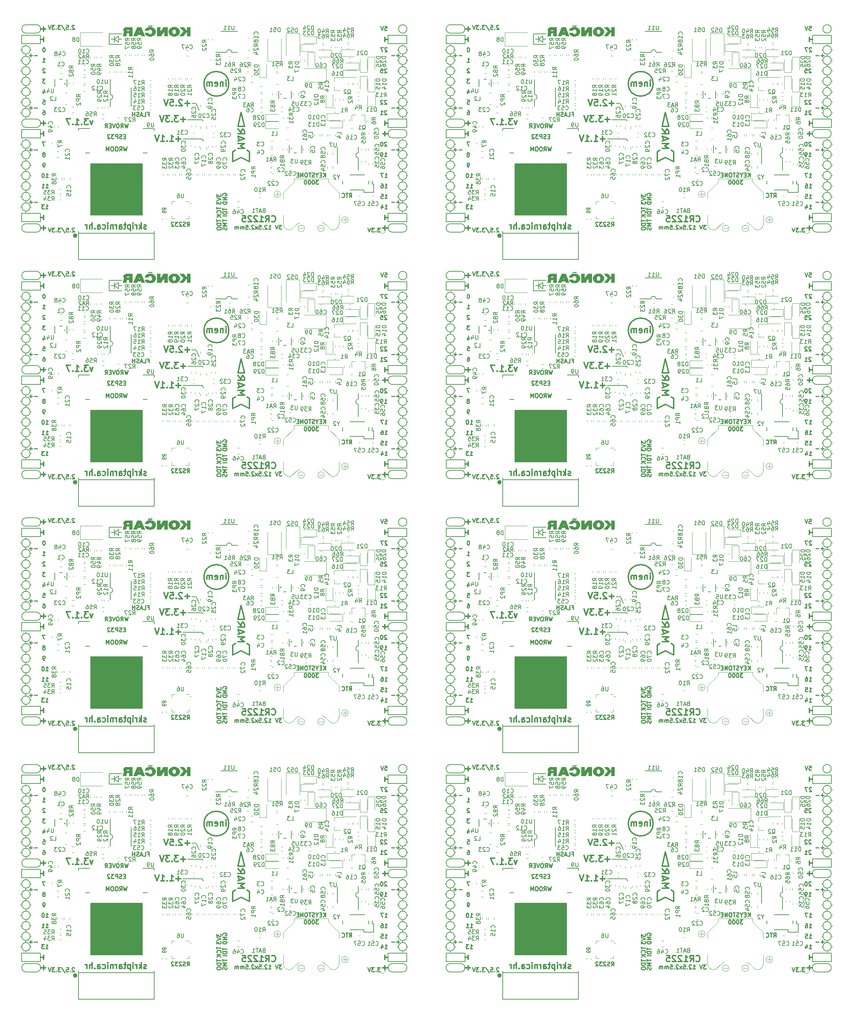
<source format=gbr>
G04 #@! TF.GenerationSoftware,KiCad,Pcbnew,5.99.0+really5.1.10+dfsg1-1*
G04 #@! TF.CreationDate,2021-09-29T09:26:01+02:00*
G04 #@! TF.ProjectId,ulx3s-panel,756c7833-732d-4706-916e-656c2e6b6963,rev?*
G04 #@! TF.SameCoordinates,Original*
G04 #@! TF.FileFunction,Legend,Bot*
G04 #@! TF.FilePolarity,Positive*
%FSLAX46Y46*%
G04 Gerber Fmt 4.6, Leading zero omitted, Abs format (unit mm)*
G04 Created by KiCad (PCBNEW 5.99.0+really5.1.10+dfsg1-1) date 2021-09-29 09:26:01*
%MOMM*%
%LPD*%
G01*
G04 APERTURE LIST*
%ADD10C,0.250000*%
%ADD11C,0.300000*%
%ADD12C,0.200000*%
%ADD13C,0.150000*%
%ADD14C,0.120000*%
%ADD15C,0.350000*%
%ADD16C,0.500000*%
G04 APERTURE END LIST*
D10*
X91582432Y-133888394D02*
X91915765Y-133412204D01*
X92153861Y-133888394D02*
X92153861Y-132888394D01*
X91772908Y-132888394D01*
X91677670Y-132936014D01*
X91630051Y-132983633D01*
X91582432Y-133078871D01*
X91582432Y-133221728D01*
X91630051Y-133316966D01*
X91677670Y-133364585D01*
X91772908Y-133412204D01*
X92153861Y-133412204D01*
X91296718Y-132888394D02*
X90725289Y-132888394D01*
X91011004Y-133888394D02*
X91011004Y-132888394D01*
X89820527Y-133793156D02*
X89868146Y-133840775D01*
X90011004Y-133888394D01*
X90106242Y-133888394D01*
X90249099Y-133840775D01*
X90344337Y-133745537D01*
X90391956Y-133650299D01*
X90439575Y-133459823D01*
X90439575Y-133316966D01*
X90391956Y-133126490D01*
X90344337Y-133031252D01*
X90249099Y-132936014D01*
X90106242Y-132888394D01*
X90011004Y-132888394D01*
X89868146Y-132936014D01*
X89820527Y-132983633D01*
X60872384Y-139214680D02*
X60872384Y-139786109D01*
X61872384Y-139500394D02*
X60872384Y-139500394D01*
X61872384Y-140119442D02*
X60872384Y-140119442D01*
X61586670Y-140452775D01*
X60872384Y-140786109D01*
X61872384Y-140786109D01*
X61824765Y-141214680D02*
X61872384Y-141357537D01*
X61872384Y-141595633D01*
X61824765Y-141690871D01*
X61777146Y-141738490D01*
X61681908Y-141786109D01*
X61586670Y-141786109D01*
X61491432Y-141738490D01*
X61443813Y-141690871D01*
X61396194Y-141595633D01*
X61348575Y-141405156D01*
X61300956Y-141309918D01*
X61253337Y-141262299D01*
X61158099Y-141214680D01*
X61062861Y-141214680D01*
X60967623Y-141262299D01*
X60920004Y-141309918D01*
X60872384Y-141405156D01*
X60872384Y-141643252D01*
X60920004Y-141786109D01*
X60872384Y-136476204D02*
X60872384Y-137047633D01*
X61872384Y-136761918D02*
X60872384Y-136761918D01*
X61872384Y-137380966D02*
X60872384Y-137380966D01*
X60872384Y-137619061D01*
X60920004Y-137761918D01*
X61015242Y-137857156D01*
X61110480Y-137904775D01*
X61300956Y-137952394D01*
X61443813Y-137952394D01*
X61634289Y-137904775D01*
X61729527Y-137857156D01*
X61824765Y-137761918D01*
X61872384Y-137619061D01*
X61872384Y-137380966D01*
X61872384Y-138380966D02*
X60872384Y-138380966D01*
X60920004Y-133436109D02*
X60872384Y-133340871D01*
X60872384Y-133198014D01*
X60920004Y-133055156D01*
X61015242Y-132959918D01*
X61110480Y-132912299D01*
X61300956Y-132864680D01*
X61443813Y-132864680D01*
X61634289Y-132912299D01*
X61729527Y-132959918D01*
X61824765Y-133055156D01*
X61872384Y-133198014D01*
X61872384Y-133293252D01*
X61824765Y-133436109D01*
X61777146Y-133483728D01*
X61443813Y-133483728D01*
X61443813Y-133293252D01*
X61872384Y-133912299D02*
X60872384Y-133912299D01*
X61872384Y-134483728D01*
X60872384Y-134483728D01*
X61872384Y-134959918D02*
X60872384Y-134959918D01*
X60872384Y-135198014D01*
X60920004Y-135340871D01*
X61015242Y-135436109D01*
X61110480Y-135483728D01*
X61300956Y-135531347D01*
X61443813Y-135531347D01*
X61634289Y-135483728D01*
X61729527Y-135436109D01*
X61824765Y-135340871D01*
X61872384Y-135198014D01*
X61872384Y-134959918D01*
X59475384Y-139238490D02*
X59475384Y-139809918D01*
X60475384Y-139524204D02*
X59475384Y-139524204D01*
X60475384Y-140143252D02*
X59475384Y-140143252D01*
X59475384Y-140381347D01*
X59523004Y-140524204D01*
X59618242Y-140619442D01*
X59713480Y-140667061D01*
X59903956Y-140714680D01*
X60046813Y-140714680D01*
X60237289Y-140667061D01*
X60332527Y-140619442D01*
X60427765Y-140524204D01*
X60475384Y-140381347D01*
X60475384Y-140143252D01*
X59475384Y-141333728D02*
X59475384Y-141524204D01*
X59523004Y-141619442D01*
X59618242Y-141714680D01*
X59808718Y-141762299D01*
X60142051Y-141762299D01*
X60332527Y-141714680D01*
X60427765Y-141619442D01*
X60475384Y-141524204D01*
X60475384Y-141333728D01*
X60427765Y-141238490D01*
X60332527Y-141143252D01*
X60142051Y-141095633D01*
X59808718Y-141095633D01*
X59618242Y-141143252D01*
X59523004Y-141238490D01*
X59475384Y-141333728D01*
X59475384Y-133086918D02*
X59475384Y-133705966D01*
X59856337Y-133372633D01*
X59856337Y-133515490D01*
X59903956Y-133610728D01*
X59951575Y-133658347D01*
X60046813Y-133705966D01*
X60284908Y-133705966D01*
X60380146Y-133658347D01*
X60427765Y-133610728D01*
X60475384Y-133515490D01*
X60475384Y-133229775D01*
X60427765Y-133134537D01*
X60380146Y-133086918D01*
X59475384Y-133991680D02*
X60475384Y-134325014D01*
X59475384Y-134658347D01*
X59475384Y-134896442D02*
X59475384Y-135515490D01*
X59856337Y-135182156D01*
X59856337Y-135325014D01*
X59903956Y-135420252D01*
X59951575Y-135467871D01*
X60046813Y-135515490D01*
X60284908Y-135515490D01*
X60380146Y-135467871D01*
X60427765Y-135420252D01*
X60475384Y-135325014D01*
X60475384Y-135039299D01*
X60427765Y-134944061D01*
X60380146Y-134896442D01*
X59475384Y-136214299D02*
X59475384Y-136785728D01*
X60475384Y-136500014D02*
X59475384Y-136500014D01*
X60380146Y-137690490D02*
X60427765Y-137642871D01*
X60475384Y-137500014D01*
X60475384Y-137404775D01*
X60427765Y-137261918D01*
X60332527Y-137166680D01*
X60237289Y-137119061D01*
X60046813Y-137071442D01*
X59903956Y-137071442D01*
X59713480Y-137119061D01*
X59618242Y-137166680D01*
X59523004Y-137261918D01*
X59475384Y-137404775D01*
X59475384Y-137500014D01*
X59523004Y-137642871D01*
X59570623Y-137690490D01*
X60475384Y-138119061D02*
X59475384Y-138119061D01*
X60475384Y-138690490D02*
X59903956Y-138261918D01*
X59475384Y-138690490D02*
X60046813Y-138119061D01*
D11*
X50704004Y-119718156D02*
X49561146Y-119718156D01*
X50132575Y-120289585D02*
X50132575Y-119146728D01*
X48061146Y-120289585D02*
X48918289Y-120289585D01*
X48489718Y-120289585D02*
X48489718Y-118789585D01*
X48632575Y-119003871D01*
X48775432Y-119146728D01*
X48918289Y-119218156D01*
X47418289Y-120146728D02*
X47346861Y-120218156D01*
X47418289Y-120289585D01*
X47489718Y-120218156D01*
X47418289Y-120146728D01*
X47418289Y-120289585D01*
X45918289Y-120289585D02*
X46775432Y-120289585D01*
X46346861Y-120289585D02*
X46346861Y-118789585D01*
X46489718Y-119003871D01*
X46632575Y-119146728D01*
X46775432Y-119218156D01*
X45489718Y-118789585D02*
X44989718Y-120289585D01*
X44489718Y-118789585D01*
X51862004Y-115019156D02*
X50719146Y-115019156D01*
X51290575Y-115590585D02*
X51290575Y-114447728D01*
X50147718Y-114090585D02*
X49219146Y-114090585D01*
X49719146Y-114662014D01*
X49504861Y-114662014D01*
X49362004Y-114733442D01*
X49290575Y-114804871D01*
X49219146Y-114947728D01*
X49219146Y-115304871D01*
X49290575Y-115447728D01*
X49362004Y-115519156D01*
X49504861Y-115590585D01*
X49933432Y-115590585D01*
X50076289Y-115519156D01*
X50147718Y-115447728D01*
X48576289Y-115447728D02*
X48504861Y-115519156D01*
X48576289Y-115590585D01*
X48647718Y-115519156D01*
X48576289Y-115447728D01*
X48576289Y-115590585D01*
X48004861Y-114090585D02*
X47076289Y-114090585D01*
X47576289Y-114662014D01*
X47362004Y-114662014D01*
X47219146Y-114733442D01*
X47147718Y-114804871D01*
X47076289Y-114947728D01*
X47076289Y-115304871D01*
X47147718Y-115447728D01*
X47219146Y-115519156D01*
X47362004Y-115590585D01*
X47790575Y-115590585D01*
X47933432Y-115519156D01*
X48004861Y-115447728D01*
X46647718Y-114090585D02*
X46147718Y-115590585D01*
X45647718Y-114090585D01*
X52878004Y-111082156D02*
X51735146Y-111082156D01*
X52306575Y-111653585D02*
X52306575Y-110510728D01*
X51092289Y-110296442D02*
X51020861Y-110225014D01*
X50878004Y-110153585D01*
X50520861Y-110153585D01*
X50378004Y-110225014D01*
X50306575Y-110296442D01*
X50235146Y-110439299D01*
X50235146Y-110582156D01*
X50306575Y-110796442D01*
X51163718Y-111653585D01*
X50235146Y-111653585D01*
X49592289Y-111510728D02*
X49520861Y-111582156D01*
X49592289Y-111653585D01*
X49663718Y-111582156D01*
X49592289Y-111510728D01*
X49592289Y-111653585D01*
X48163718Y-110153585D02*
X48878004Y-110153585D01*
X48949432Y-110867871D01*
X48878004Y-110796442D01*
X48735146Y-110725014D01*
X48378004Y-110725014D01*
X48235146Y-110796442D01*
X48163718Y-110867871D01*
X48092289Y-111010728D01*
X48092289Y-111367871D01*
X48163718Y-111510728D01*
X48235146Y-111582156D01*
X48378004Y-111653585D01*
X48735146Y-111653585D01*
X48878004Y-111582156D01*
X48949432Y-111510728D01*
X47663718Y-110153585D02*
X47163718Y-111653585D01*
X46663718Y-110153585D01*
X72817861Y-139695728D02*
X72889289Y-139767156D01*
X73103575Y-139838585D01*
X73246432Y-139838585D01*
X73460718Y-139767156D01*
X73603575Y-139624299D01*
X73675004Y-139481442D01*
X73746432Y-139195728D01*
X73746432Y-138981442D01*
X73675004Y-138695728D01*
X73603575Y-138552871D01*
X73460718Y-138410014D01*
X73246432Y-138338585D01*
X73103575Y-138338585D01*
X72889289Y-138410014D01*
X72817861Y-138481442D01*
X71317861Y-139838585D02*
X71817861Y-139124299D01*
X72175004Y-139838585D02*
X72175004Y-138338585D01*
X71603575Y-138338585D01*
X71460718Y-138410014D01*
X71389289Y-138481442D01*
X71317861Y-138624299D01*
X71317861Y-138838585D01*
X71389289Y-138981442D01*
X71460718Y-139052871D01*
X71603575Y-139124299D01*
X72175004Y-139124299D01*
X69889289Y-139838585D02*
X70746432Y-139838585D01*
X70317861Y-139838585D02*
X70317861Y-138338585D01*
X70460718Y-138552871D01*
X70603575Y-138695728D01*
X70746432Y-138767156D01*
X69317861Y-138481442D02*
X69246432Y-138410014D01*
X69103575Y-138338585D01*
X68746432Y-138338585D01*
X68603575Y-138410014D01*
X68532146Y-138481442D01*
X68460718Y-138624299D01*
X68460718Y-138767156D01*
X68532146Y-138981442D01*
X69389289Y-139838585D01*
X68460718Y-139838585D01*
X67889289Y-138481442D02*
X67817861Y-138410014D01*
X67675004Y-138338585D01*
X67317861Y-138338585D01*
X67175004Y-138410014D01*
X67103575Y-138481442D01*
X67032146Y-138624299D01*
X67032146Y-138767156D01*
X67103575Y-138981442D01*
X67960718Y-139838585D01*
X67032146Y-139838585D01*
X65675004Y-138338585D02*
X66389289Y-138338585D01*
X66460718Y-139052871D01*
X66389289Y-138981442D01*
X66246432Y-138910014D01*
X65889289Y-138910014D01*
X65746432Y-138981442D01*
X65675004Y-139052871D01*
X65603575Y-139195728D01*
X65603575Y-139552871D01*
X65675004Y-139695728D01*
X65746432Y-139767156D01*
X65889289Y-139838585D01*
X66246432Y-139838585D01*
X66389289Y-139767156D01*
X66460718Y-139695728D01*
D10*
X24893694Y-92234633D02*
X24846075Y-92187014D01*
X24750837Y-92139394D01*
X24512742Y-92139394D01*
X24417504Y-92187014D01*
X24369884Y-92234633D01*
X24322265Y-92329871D01*
X24322265Y-92425109D01*
X24369884Y-92567966D01*
X24941313Y-93139394D01*
X24322265Y-93139394D01*
X23893694Y-93044156D02*
X23846075Y-93091775D01*
X23893694Y-93139394D01*
X23941313Y-93091775D01*
X23893694Y-93044156D01*
X23893694Y-93139394D01*
X22941313Y-92139394D02*
X23417504Y-92139394D01*
X23465123Y-92615585D01*
X23417504Y-92567966D01*
X23322265Y-92520347D01*
X23084170Y-92520347D01*
X22988932Y-92567966D01*
X22941313Y-92615585D01*
X22893694Y-92710823D01*
X22893694Y-92948918D01*
X22941313Y-93044156D01*
X22988932Y-93091775D01*
X23084170Y-93139394D01*
X23322265Y-93139394D01*
X23417504Y-93091775D01*
X23465123Y-93044156D01*
X21750837Y-92091775D02*
X22607980Y-93377490D01*
X21512742Y-92139394D02*
X20893694Y-92139394D01*
X21227027Y-92520347D01*
X21084170Y-92520347D01*
X20988932Y-92567966D01*
X20941313Y-92615585D01*
X20893694Y-92710823D01*
X20893694Y-92948918D01*
X20941313Y-93044156D01*
X20988932Y-93091775D01*
X21084170Y-93139394D01*
X21369884Y-93139394D01*
X21465123Y-93091775D01*
X21512742Y-93044156D01*
X20465123Y-93044156D02*
X20417504Y-93091775D01*
X20465123Y-93139394D01*
X20512742Y-93091775D01*
X20465123Y-93044156D01*
X20465123Y-93139394D01*
X20084170Y-92139394D02*
X19465123Y-92139394D01*
X19798456Y-92520347D01*
X19655599Y-92520347D01*
X19560361Y-92567966D01*
X19512742Y-92615585D01*
X19465123Y-92710823D01*
X19465123Y-92948918D01*
X19512742Y-93044156D01*
X19560361Y-93091775D01*
X19655599Y-93139394D01*
X19941313Y-93139394D01*
X20036551Y-93091775D01*
X20084170Y-93044156D01*
X19179408Y-92139394D02*
X18846075Y-93139394D01*
X18512742Y-92139394D01*
X17540623Y-97582394D02*
X17445384Y-97582394D01*
X17350146Y-97630014D01*
X17302527Y-97677633D01*
X17254908Y-97772871D01*
X17207289Y-97963347D01*
X17207289Y-98201442D01*
X17254908Y-98391918D01*
X17302527Y-98487156D01*
X17350146Y-98534775D01*
X17445384Y-98582394D01*
X17540623Y-98582394D01*
X17635861Y-98534775D01*
X17683480Y-98487156D01*
X17731099Y-98391918D01*
X17778718Y-98201442D01*
X17778718Y-97963347D01*
X17731099Y-97772871D01*
X17683480Y-97677633D01*
X17635861Y-97630014D01*
X17540623Y-97582394D01*
X17192289Y-101122394D02*
X17763718Y-101122394D01*
X17478004Y-101122394D02*
X17478004Y-100122394D01*
X17573242Y-100265252D01*
X17668480Y-100360490D01*
X17763718Y-100408109D01*
X17763718Y-102757633D02*
X17716099Y-102710014D01*
X17620861Y-102662394D01*
X17382765Y-102662394D01*
X17287527Y-102710014D01*
X17239908Y-102757633D01*
X17192289Y-102852871D01*
X17192289Y-102948109D01*
X17239908Y-103090966D01*
X17811337Y-103662394D01*
X17192289Y-103662394D01*
X17811337Y-105202394D02*
X17192289Y-105202394D01*
X17525623Y-105583347D01*
X17382765Y-105583347D01*
X17287527Y-105630966D01*
X17239908Y-105678585D01*
X17192289Y-105773823D01*
X17192289Y-106011918D01*
X17239908Y-106107156D01*
X17287527Y-106154775D01*
X17382765Y-106202394D01*
X17668480Y-106202394D01*
X17763718Y-106154775D01*
X17811337Y-106107156D01*
X17302527Y-108075728D02*
X17302527Y-108742394D01*
X17540623Y-107694775D02*
X17778718Y-108409061D01*
X17159670Y-108409061D01*
X17254908Y-110282394D02*
X17731099Y-110282394D01*
X17778718Y-110758585D01*
X17731099Y-110710966D01*
X17635861Y-110663347D01*
X17397765Y-110663347D01*
X17302527Y-110710966D01*
X17254908Y-110758585D01*
X17207289Y-110853823D01*
X17207289Y-111091918D01*
X17254908Y-111187156D01*
X17302527Y-111234775D01*
X17397765Y-111282394D01*
X17635861Y-111282394D01*
X17731099Y-111234775D01*
X17778718Y-111187156D01*
X17302527Y-112822394D02*
X17493004Y-112822394D01*
X17588242Y-112870014D01*
X17635861Y-112917633D01*
X17731099Y-113060490D01*
X17778718Y-113250966D01*
X17778718Y-113631918D01*
X17731099Y-113727156D01*
X17683480Y-113774775D01*
X17588242Y-113822394D01*
X17397765Y-113822394D01*
X17302527Y-113774775D01*
X17254908Y-113727156D01*
X17207289Y-113631918D01*
X17207289Y-113393823D01*
X17254908Y-113298585D01*
X17302527Y-113250966D01*
X17397765Y-113203347D01*
X17588242Y-113203347D01*
X17683480Y-113250966D01*
X17731099Y-113298585D01*
X17778718Y-113393823D01*
X17937480Y-129080394D02*
X18508908Y-129080394D01*
X18223194Y-129080394D02*
X18223194Y-128080394D01*
X18318432Y-128223252D01*
X18413670Y-128318490D01*
X18508908Y-128366109D01*
X17318432Y-128080394D02*
X17223194Y-128080394D01*
X17127956Y-128128014D01*
X17080337Y-128175633D01*
X17032718Y-128270871D01*
X16985099Y-128461347D01*
X16985099Y-128699442D01*
X17032718Y-128889918D01*
X17080337Y-128985156D01*
X17127956Y-129032775D01*
X17223194Y-129080394D01*
X17318432Y-129080394D01*
X17413670Y-129032775D01*
X17461289Y-128985156D01*
X17508908Y-128889918D01*
X17556527Y-128699442D01*
X17556527Y-128461347D01*
X17508908Y-128270871D01*
X17461289Y-128175633D01*
X17413670Y-128128014D01*
X17318432Y-128080394D01*
X17922480Y-136682394D02*
X18493908Y-136682394D01*
X18208194Y-136682394D02*
X18208194Y-135682394D01*
X18303432Y-135825252D01*
X18398670Y-135920490D01*
X18493908Y-135968109D01*
X17589146Y-135682394D02*
X16970099Y-135682394D01*
X17303432Y-136063347D01*
X17160575Y-136063347D01*
X17065337Y-136110966D01*
X17017718Y-136158585D01*
X16970099Y-136253823D01*
X16970099Y-136491918D01*
X17017718Y-136587156D01*
X17065337Y-136634775D01*
X17160575Y-136682394D01*
X17446289Y-136682394D01*
X17541527Y-136634775D01*
X17589146Y-136587156D01*
X24893694Y-141383633D02*
X24846075Y-141336014D01*
X24750837Y-141288394D01*
X24512742Y-141288394D01*
X24417504Y-141336014D01*
X24369884Y-141383633D01*
X24322265Y-141478871D01*
X24322265Y-141574109D01*
X24369884Y-141716966D01*
X24941313Y-142288394D01*
X24322265Y-142288394D01*
X23893694Y-142193156D02*
X23846075Y-142240775D01*
X23893694Y-142288394D01*
X23941313Y-142240775D01*
X23893694Y-142193156D01*
X23893694Y-142288394D01*
X22941313Y-141288394D02*
X23417504Y-141288394D01*
X23465123Y-141764585D01*
X23417504Y-141716966D01*
X23322265Y-141669347D01*
X23084170Y-141669347D01*
X22988932Y-141716966D01*
X22941313Y-141764585D01*
X22893694Y-141859823D01*
X22893694Y-142097918D01*
X22941313Y-142193156D01*
X22988932Y-142240775D01*
X23084170Y-142288394D01*
X23322265Y-142288394D01*
X23417504Y-142240775D01*
X23465123Y-142193156D01*
X21750837Y-141240775D02*
X22607980Y-142526490D01*
X21512742Y-141288394D02*
X20893694Y-141288394D01*
X21227027Y-141669347D01*
X21084170Y-141669347D01*
X20988932Y-141716966D01*
X20941313Y-141764585D01*
X20893694Y-141859823D01*
X20893694Y-142097918D01*
X20941313Y-142193156D01*
X20988932Y-142240775D01*
X21084170Y-142288394D01*
X21369884Y-142288394D01*
X21465123Y-142240775D01*
X21512742Y-142193156D01*
X20465123Y-142193156D02*
X20417504Y-142240775D01*
X20465123Y-142288394D01*
X20512742Y-142240775D01*
X20465123Y-142193156D01*
X20465123Y-142288394D01*
X20084170Y-141288394D02*
X19465123Y-141288394D01*
X19798456Y-141669347D01*
X19655599Y-141669347D01*
X19560361Y-141716966D01*
X19512742Y-141764585D01*
X19465123Y-141859823D01*
X19465123Y-142097918D01*
X19512742Y-142193156D01*
X19560361Y-142240775D01*
X19655599Y-142288394D01*
X19941313Y-142288394D01*
X20036551Y-142240775D01*
X20084170Y-142193156D01*
X19179408Y-141288394D02*
X18846075Y-142288394D01*
X18512742Y-141288394D01*
D11*
X16716004Y-95590014D02*
X17478004Y-95590014D01*
X17478004Y-95082014D02*
X17478004Y-96098014D01*
X16716004Y-118450014D02*
X17478004Y-118450014D01*
X17478004Y-118958014D02*
X17478004Y-117942014D01*
X16716004Y-138770014D02*
X17478004Y-138770014D01*
X17478004Y-139278014D02*
X17478004Y-138262014D01*
D10*
X99102646Y-141288394D02*
X98483599Y-141288394D01*
X98816932Y-141669347D01*
X98674075Y-141669347D01*
X98578837Y-141716966D01*
X98531218Y-141764585D01*
X98483599Y-141859823D01*
X98483599Y-142097918D01*
X98531218Y-142193156D01*
X98578837Y-142240775D01*
X98674075Y-142288394D01*
X98959789Y-142288394D01*
X99055027Y-142240775D01*
X99102646Y-142193156D01*
X98055027Y-142193156D02*
X98007408Y-142240775D01*
X98055027Y-142288394D01*
X98102646Y-142240775D01*
X98055027Y-142193156D01*
X98055027Y-142288394D01*
X97674075Y-141288394D02*
X97055027Y-141288394D01*
X97388361Y-141669347D01*
X97245504Y-141669347D01*
X97150265Y-141716966D01*
X97102646Y-141764585D01*
X97055027Y-141859823D01*
X97055027Y-142097918D01*
X97102646Y-142193156D01*
X97150265Y-142240775D01*
X97245504Y-142288394D01*
X97531218Y-142288394D01*
X97626456Y-142240775D01*
X97674075Y-142193156D01*
X96769313Y-141288394D02*
X96435980Y-142288394D01*
X96102646Y-141288394D01*
X100218480Y-136682394D02*
X100789908Y-136682394D01*
X100504194Y-136682394D02*
X100504194Y-135682394D01*
X100599432Y-135825252D01*
X100694670Y-135920490D01*
X100789908Y-135968109D01*
X99361337Y-136015728D02*
X99361337Y-136682394D01*
X99599432Y-135634775D02*
X99837527Y-136349061D01*
X99218480Y-136349061D01*
X100218480Y-134142394D02*
X100789908Y-134142394D01*
X100504194Y-134142394D02*
X100504194Y-133142394D01*
X100599432Y-133285252D01*
X100694670Y-133380490D01*
X100789908Y-133428109D01*
X99313718Y-133142394D02*
X99789908Y-133142394D01*
X99837527Y-133618585D01*
X99789908Y-133570966D01*
X99694670Y-133523347D01*
X99456575Y-133523347D01*
X99361337Y-133570966D01*
X99313718Y-133618585D01*
X99266099Y-133713823D01*
X99266099Y-133951918D01*
X99313718Y-134047156D01*
X99361337Y-134094775D01*
X99456575Y-134142394D01*
X99694670Y-134142394D01*
X99789908Y-134094775D01*
X99837527Y-134047156D01*
X100218480Y-131602394D02*
X100789908Y-131602394D01*
X100504194Y-131602394D02*
X100504194Y-130602394D01*
X100599432Y-130745252D01*
X100694670Y-130840490D01*
X100789908Y-130888109D01*
X99361337Y-130602394D02*
X99551813Y-130602394D01*
X99647051Y-130650014D01*
X99694670Y-130697633D01*
X99789908Y-130840490D01*
X99837527Y-131030966D01*
X99837527Y-131411918D01*
X99789908Y-131507156D01*
X99742289Y-131554775D01*
X99647051Y-131602394D01*
X99456575Y-131602394D01*
X99361337Y-131554775D01*
X99313718Y-131507156D01*
X99266099Y-131411918D01*
X99266099Y-131173823D01*
X99313718Y-131078585D01*
X99361337Y-131030966D01*
X99456575Y-130983347D01*
X99647051Y-130983347D01*
X99742289Y-131030966D01*
X99789908Y-131078585D01*
X99837527Y-131173823D01*
X100218480Y-129062394D02*
X100789908Y-129062394D01*
X100504194Y-129062394D02*
X100504194Y-128062394D01*
X100599432Y-128205252D01*
X100694670Y-128300490D01*
X100789908Y-128348109D01*
X99885146Y-128062394D02*
X99218480Y-128062394D01*
X99647051Y-129062394D01*
D11*
X101044004Y-115910014D02*
X100282004Y-115910014D01*
X100282004Y-115402014D02*
X100282004Y-116418014D01*
D10*
X100789908Y-97677633D02*
X100742289Y-97630014D01*
X100647051Y-97582394D01*
X100408956Y-97582394D01*
X100313718Y-97630014D01*
X100266099Y-97677633D01*
X100218480Y-97772871D01*
X100218480Y-97868109D01*
X100266099Y-98010966D01*
X100837527Y-98582394D01*
X100218480Y-98582394D01*
X99885146Y-97582394D02*
X99218480Y-97582394D01*
X99647051Y-98582394D01*
D11*
X101044004Y-95590014D02*
X100282004Y-95590014D01*
X100282004Y-95082014D02*
X100282004Y-96098014D01*
D10*
X100218480Y-92375394D02*
X100694670Y-92375394D01*
X100742289Y-92851585D01*
X100694670Y-92803966D01*
X100599432Y-92756347D01*
X100361337Y-92756347D01*
X100266099Y-92803966D01*
X100218480Y-92851585D01*
X100170861Y-92946823D01*
X100170861Y-93184918D01*
X100218480Y-93280156D01*
X100266099Y-93327775D01*
X100361337Y-93375394D01*
X100599432Y-93375394D01*
X100694670Y-93327775D01*
X100742289Y-93280156D01*
X99885146Y-92375394D02*
X99551813Y-93375394D01*
X99218480Y-92375394D01*
D12*
X14176004Y-98130014D02*
G75*
G03*
X14176004Y-98130014I-1016000J0D01*
G01*
X14176004Y-100670014D02*
G75*
G03*
X14176004Y-100670014I-1016000J0D01*
G01*
X14176004Y-103210014D02*
G75*
G03*
X14176004Y-103210014I-1016000J0D01*
G01*
X14176004Y-105750014D02*
G75*
G03*
X14176004Y-105750014I-1016000J0D01*
G01*
X14176004Y-108290014D02*
G75*
G03*
X14176004Y-108290014I-1016000J0D01*
G01*
X14176004Y-110830014D02*
G75*
G03*
X14176004Y-110830014I-1016000J0D01*
G01*
X14176004Y-113370014D02*
G75*
G03*
X14176004Y-113370014I-1016000J0D01*
G01*
X14176004Y-120990014D02*
G75*
G03*
X14176004Y-120990014I-1016000J0D01*
G01*
X14176004Y-123530014D02*
G75*
G03*
X14176004Y-123530014I-1016000J0D01*
G01*
X14176004Y-126070014D02*
G75*
G03*
X14176004Y-126070014I-1016000J0D01*
G01*
X14176004Y-128610014D02*
G75*
G03*
X14176004Y-128610014I-1016000J0D01*
G01*
X14176004Y-131150014D02*
G75*
G03*
X14176004Y-131150014I-1016000J0D01*
G01*
X14176004Y-133690014D02*
G75*
G03*
X14176004Y-133690014I-1016000J0D01*
G01*
X14176004Y-136230014D02*
G75*
G03*
X14176004Y-136230014I-1016000J0D01*
G01*
X105616004Y-136230014D02*
G75*
G03*
X105616004Y-136230014I-1016000J0D01*
G01*
X105616004Y-133690014D02*
G75*
G03*
X105616004Y-133690014I-1016000J0D01*
G01*
X105616004Y-131150014D02*
G75*
G03*
X105616004Y-131150014I-1016000J0D01*
G01*
X105616004Y-128610014D02*
G75*
G03*
X105616004Y-128610014I-1016000J0D01*
G01*
X105616004Y-126070014D02*
G75*
G03*
X105616004Y-126070014I-1016000J0D01*
G01*
X105616004Y-123530014D02*
G75*
G03*
X105616004Y-123530014I-1016000J0D01*
G01*
X105616004Y-120990014D02*
G75*
G03*
X105616004Y-120990014I-1016000J0D01*
G01*
X105616004Y-113370014D02*
G75*
G03*
X105616004Y-113370014I-1016000J0D01*
G01*
X105616004Y-110830014D02*
G75*
G03*
X105616004Y-110830014I-1016000J0D01*
G01*
X105616004Y-108290014D02*
G75*
G03*
X105616004Y-108290014I-1016000J0D01*
G01*
X105616004Y-105750014D02*
G75*
G03*
X105616004Y-105750014I-1016000J0D01*
G01*
X105616004Y-103210014D02*
G75*
G03*
X105616004Y-103210014I-1016000J0D01*
G01*
X105616004Y-100670014D02*
G75*
G03*
X105616004Y-100670014I-1016000J0D01*
G01*
X105616004Y-98130014D02*
G75*
G03*
X105616004Y-98130014I-1016000J0D01*
G01*
X104600004Y-96860014D02*
X104600004Y-97114014D01*
X103330004Y-98130014D02*
X103584004Y-98130014D01*
X104600004Y-99146014D02*
X104600004Y-99654014D01*
X105616004Y-98130014D02*
X105870004Y-98130014D01*
X103330004Y-100670014D02*
X103584004Y-100670014D01*
X105616004Y-100670014D02*
X105870004Y-100670014D01*
X104600004Y-102194014D02*
X104600004Y-101686014D01*
X105616004Y-103210014D02*
X105870004Y-103210014D01*
X105616004Y-105750014D02*
X105870004Y-105750014D01*
X103584004Y-105750014D02*
X103330004Y-105750014D01*
X104600004Y-104226014D02*
X104600004Y-104734014D01*
X104600004Y-106766014D02*
X104600004Y-107274014D01*
X105616004Y-108290014D02*
X105870004Y-108290014D01*
X103584004Y-108290014D02*
X103330004Y-108290014D01*
X104600004Y-109306014D02*
X104600004Y-109814014D01*
X105616004Y-110830014D02*
X105870004Y-110830014D01*
X103584004Y-110830014D02*
X103330004Y-110830014D01*
X104600004Y-112354014D02*
X104600004Y-111846014D01*
X103330004Y-113370014D02*
X103584004Y-113370014D01*
X104600004Y-114640014D02*
X104600004Y-114386014D01*
X104600004Y-119720014D02*
X104600004Y-119974014D01*
X103330004Y-120990014D02*
X103584004Y-120990014D01*
X105616004Y-120990014D02*
X105870004Y-120990014D01*
X104600004Y-122514014D02*
X104600004Y-122006014D01*
X103330004Y-123530014D02*
X103584004Y-123530014D01*
X105616004Y-123530014D02*
X105870004Y-123530014D01*
X104600004Y-125054014D02*
X104600004Y-124546014D01*
X103330004Y-126070014D02*
X103584004Y-126070014D01*
X105616004Y-126070014D02*
X105870004Y-126070014D01*
X104600004Y-127594014D02*
X104600004Y-127086014D01*
X103330004Y-128610014D02*
X103584004Y-128610014D01*
X104600004Y-129626014D02*
X104600004Y-130134014D01*
X103330004Y-131150014D02*
X103584004Y-131150014D01*
X105616004Y-131150014D02*
X105870004Y-131150014D01*
X104600004Y-132166014D02*
X104600004Y-132674014D01*
X103330004Y-133690014D02*
X103584004Y-133690014D01*
X105616004Y-133690014D02*
X105870004Y-133690014D01*
X104600004Y-134706014D02*
X104600004Y-135214014D01*
X103330004Y-136230014D02*
X103584004Y-136230014D01*
X104600004Y-137500014D02*
X104600004Y-137246014D01*
X105616004Y-136230014D02*
X105870004Y-136230014D01*
X13160004Y-96860014D02*
X13160004Y-97114014D01*
X12144004Y-98130014D02*
X11890004Y-98130014D01*
X14176004Y-98130014D02*
X14430004Y-98130014D01*
X13160004Y-99146014D02*
X13160004Y-99654014D01*
X13160004Y-101686014D02*
X13160004Y-102194014D01*
X14430004Y-100670014D02*
X14176004Y-100670014D01*
X12144004Y-100670014D02*
X11890004Y-100670014D01*
X11890004Y-103210014D02*
X12144004Y-103210014D01*
X14176004Y-103210014D02*
X14430004Y-103210014D01*
X13160004Y-104226014D02*
X13160004Y-104734014D01*
X14176004Y-105750014D02*
X14430004Y-105750014D01*
X12144004Y-105750014D02*
X11890004Y-105750014D01*
X13160004Y-106766014D02*
X13160004Y-107274014D01*
X12144004Y-108290014D02*
X11890004Y-108290014D01*
X14176004Y-108290014D02*
X14430004Y-108290014D01*
X13160004Y-109306014D02*
X13160004Y-109814014D01*
X14430004Y-110830014D02*
X14176004Y-110830014D01*
X12144004Y-110830014D02*
X11890004Y-110830014D01*
X13160004Y-111846014D02*
X13160004Y-112354014D01*
X14176004Y-113370014D02*
X14430004Y-113370014D01*
X13160004Y-114640014D02*
X13160004Y-114386014D01*
X12144004Y-113370014D02*
X11890004Y-113370014D01*
X13160004Y-119720014D02*
X13160004Y-119974014D01*
X14430004Y-120990014D02*
X14176004Y-120990014D01*
X13160004Y-122006014D02*
X13160004Y-122514014D01*
X12144004Y-120990014D02*
X11890004Y-120990014D01*
X12144004Y-123530014D02*
X11890004Y-123530014D01*
X14176004Y-123530014D02*
X14430004Y-123530014D01*
X13160004Y-124546014D02*
X13160004Y-125054014D01*
X14176004Y-128610014D02*
X14430004Y-128610014D01*
X12144004Y-128610014D02*
X11890004Y-128610014D01*
X13160004Y-129626014D02*
X13160004Y-130134014D01*
X14176004Y-131150014D02*
X14430004Y-131150014D01*
X13160004Y-132674014D02*
X13160004Y-132166014D01*
X12144004Y-131150014D02*
X11890004Y-131150014D01*
X14176004Y-133690014D02*
X14430004Y-133690014D01*
X13160004Y-134706014D02*
X13160004Y-135214014D01*
X12144004Y-133690014D02*
X11890004Y-133690014D01*
X12144004Y-136230014D02*
X11890004Y-136230014D01*
X14176004Y-136230014D02*
X14430004Y-136230014D01*
X13160004Y-137500014D02*
X13160004Y-137246014D01*
X105616004Y-113370014D02*
X105870004Y-113370014D01*
X105616004Y-128610014D02*
X105870004Y-128610014D01*
X12144004Y-126070014D02*
X11890004Y-126070014D01*
X14176004Y-126070014D02*
X14430004Y-126070014D01*
X13160004Y-127086014D02*
X13160004Y-127594014D01*
D11*
X101044004Y-138770014D02*
X100282004Y-138770014D01*
X100282004Y-138262014D02*
X100282004Y-139278014D01*
D10*
X15938004Y-99471442D02*
X15176099Y-99471442D01*
X14699908Y-99471442D02*
X13938004Y-99471442D01*
X14318956Y-99852394D02*
X14318956Y-99090490D01*
X15938004Y-112171442D02*
X15176099Y-112171442D01*
X14699908Y-112171442D02*
X13938004Y-112171442D01*
X14318956Y-112552394D02*
X14318956Y-111790490D01*
X15938004Y-122331442D02*
X15176099Y-122331442D01*
X14699908Y-122331442D02*
X13938004Y-122331442D01*
X14318956Y-122712394D02*
X14318956Y-121950490D01*
X15938004Y-135031442D02*
X15176099Y-135031442D01*
X14699908Y-135031442D02*
X13938004Y-135031442D01*
X14318956Y-135412394D02*
X14318956Y-134650490D01*
X103822004Y-135031442D02*
X103060099Y-135031442D01*
X103441051Y-135412394D02*
X103441051Y-134650490D01*
X102583908Y-135031442D02*
X101822004Y-135031442D01*
X103822004Y-112171442D02*
X103060099Y-112171442D01*
X103441051Y-112552394D02*
X103441051Y-111790490D01*
X102583908Y-112171442D02*
X101822004Y-112171442D01*
X103822004Y-99471442D02*
X103060099Y-99471442D01*
X103441051Y-99852394D02*
X103441051Y-99090490D01*
X102583908Y-99471442D02*
X101822004Y-99471442D01*
X103822004Y-122331442D02*
X103060099Y-122331442D01*
X103441051Y-122712394D02*
X103441051Y-121950490D01*
X102583908Y-122331442D02*
X101822004Y-122331442D01*
D12*
X12144004Y-117434014D02*
X12144004Y-119466014D01*
X12144004Y-119466014D02*
X16716004Y-119466014D01*
X16716004Y-119466014D02*
X16716004Y-117434014D01*
X16716004Y-117434014D02*
X12144004Y-117434014D01*
X12144004Y-94574014D02*
X12144004Y-96606014D01*
X12144004Y-96606014D02*
X16716004Y-96606014D01*
X16716004Y-96606014D02*
X16716004Y-94574014D01*
X16716004Y-94574014D02*
X12144004Y-94574014D01*
X101044004Y-94574014D02*
X101044004Y-96606014D01*
X101044004Y-96606014D02*
X105616004Y-96606014D01*
X105616004Y-96606014D02*
X105616004Y-94574014D01*
X105616004Y-94574014D02*
X101044004Y-94574014D01*
X101044004Y-114894014D02*
X101044004Y-116926014D01*
X101044004Y-116926014D02*
X105616004Y-116926014D01*
X105616004Y-116926014D02*
X105616004Y-114894014D01*
X105616004Y-114894014D02*
X101044004Y-114894014D01*
X101044004Y-137754014D02*
X101044004Y-139786014D01*
X101044004Y-139786014D02*
X105616004Y-139786014D01*
X105616004Y-139786014D02*
X105616004Y-137754014D01*
X105616004Y-137754014D02*
X101044004Y-137754014D01*
X12144004Y-137754014D02*
X12144004Y-139786014D01*
X12144004Y-139786014D02*
X16716004Y-139786014D01*
X16716004Y-139786014D02*
X16716004Y-137754014D01*
X16716004Y-137754014D02*
X12144004Y-137754014D01*
X15700004Y-142326014D02*
G75*
G03*
X15700004Y-140294014I0J1016000D01*
G01*
X13160004Y-140294014D02*
G75*
G03*
X13160004Y-142326014I0J-1016000D01*
G01*
X13160004Y-140294014D02*
X15700004Y-140294014D01*
X13160004Y-142326014D02*
X15700004Y-142326014D01*
X15700004Y-116926014D02*
G75*
G03*
X15700004Y-114894014I0J1016000D01*
G01*
X13160004Y-114894014D02*
G75*
G03*
X13160004Y-116926014I0J-1016000D01*
G01*
X13160004Y-114894014D02*
X15700004Y-114894014D01*
X13160004Y-116926014D02*
X15700004Y-116926014D01*
X13160004Y-92034014D02*
G75*
G03*
X13160004Y-94066014I0J-1016000D01*
G01*
X13160004Y-94066014D02*
X15700004Y-94066014D01*
X13160004Y-92034014D02*
X15700004Y-92034014D01*
X15700004Y-94066014D02*
G75*
G03*
X15700004Y-92034014I0J1016000D01*
G01*
X104600004Y-142326014D02*
G75*
G03*
X104600004Y-140294014I0J1016000D01*
G01*
X102060004Y-140294014D02*
G75*
G03*
X102060004Y-142326014I0J-1016000D01*
G01*
X102060004Y-140294014D02*
X104600004Y-140294014D01*
X102060004Y-142326014D02*
X104600004Y-142326014D01*
X104600004Y-119466014D02*
G75*
G03*
X104600004Y-117434014I0J1016000D01*
G01*
X102060004Y-117434014D02*
G75*
G03*
X102060004Y-119466014I0J-1016000D01*
G01*
X102060004Y-119466014D02*
X104600004Y-119466014D01*
X102060004Y-117434014D02*
X104600004Y-117434014D01*
X105616004Y-93050014D02*
G75*
G03*
X105616004Y-93050014I-1016000J0D01*
G01*
D11*
X16716004Y-115910014D02*
X17986004Y-115910014D01*
X17478004Y-115402014D02*
X17478004Y-116418014D01*
X16716004Y-141310014D02*
X17986004Y-141310014D01*
X17478004Y-140802014D02*
X17478004Y-141818014D01*
X16716004Y-93050014D02*
X17986004Y-93050014D01*
X17478004Y-92542014D02*
X17478004Y-93558014D01*
X101044004Y-141310014D02*
X99774004Y-141310014D01*
X100282004Y-140802014D02*
X100282004Y-141818014D01*
X101044004Y-118450014D02*
X99774004Y-118450014D01*
X100282004Y-117942014D02*
X100282004Y-118958014D01*
D10*
X85875004Y-128937394D02*
X85875004Y-127937394D01*
X85303575Y-128937394D02*
X85732146Y-128365966D01*
X85303575Y-127937394D02*
X85875004Y-128508823D01*
X84875004Y-128413585D02*
X84541670Y-128413585D01*
X84398813Y-128937394D02*
X84875004Y-128937394D01*
X84875004Y-127937394D01*
X84398813Y-127937394D01*
X83779765Y-128461204D02*
X83779765Y-128937394D01*
X84113099Y-127937394D02*
X83779765Y-128461204D01*
X83446432Y-127937394D01*
X83160718Y-128889775D02*
X83017861Y-128937394D01*
X82779765Y-128937394D01*
X82684527Y-128889775D01*
X82636908Y-128842156D01*
X82589289Y-128746918D01*
X82589289Y-128651680D01*
X82636908Y-128556442D01*
X82684527Y-128508823D01*
X82779765Y-128461204D01*
X82970242Y-128413585D01*
X83065480Y-128365966D01*
X83113099Y-128318347D01*
X83160718Y-128223109D01*
X83160718Y-128127871D01*
X83113099Y-128032633D01*
X83065480Y-127985014D01*
X82970242Y-127937394D01*
X82732146Y-127937394D01*
X82589289Y-127985014D01*
X82303575Y-127937394D02*
X81732146Y-127937394D01*
X82017861Y-128937394D02*
X82017861Y-127937394D01*
X81208337Y-127937394D02*
X81017861Y-127937394D01*
X80922623Y-127985014D01*
X80827384Y-128080252D01*
X80779765Y-128270728D01*
X80779765Y-128604061D01*
X80827384Y-128794537D01*
X80922623Y-128889775D01*
X81017861Y-128937394D01*
X81208337Y-128937394D01*
X81303575Y-128889775D01*
X81398813Y-128794537D01*
X81446432Y-128604061D01*
X81446432Y-128270728D01*
X81398813Y-128080252D01*
X81303575Y-127985014D01*
X81208337Y-127937394D01*
X80351194Y-128937394D02*
X80351194Y-127937394D01*
X79779765Y-128937394D01*
X79779765Y-127937394D01*
X79303575Y-128413585D02*
X78970242Y-128413585D01*
X78827384Y-128937394D02*
X79303575Y-128937394D01*
X79303575Y-127937394D01*
X78827384Y-127937394D01*
X84136908Y-129687394D02*
X83517861Y-129687394D01*
X83851194Y-130068347D01*
X83708337Y-130068347D01*
X83613099Y-130115966D01*
X83565480Y-130163585D01*
X83517861Y-130258823D01*
X83517861Y-130496918D01*
X83565480Y-130592156D01*
X83613099Y-130639775D01*
X83708337Y-130687394D01*
X83994051Y-130687394D01*
X84089289Y-130639775D01*
X84136908Y-130592156D01*
X82898813Y-129687394D02*
X82803575Y-129687394D01*
X82708337Y-129735014D01*
X82660718Y-129782633D01*
X82613099Y-129877871D01*
X82565480Y-130068347D01*
X82565480Y-130306442D01*
X82613099Y-130496918D01*
X82660718Y-130592156D01*
X82708337Y-130639775D01*
X82803575Y-130687394D01*
X82898813Y-130687394D01*
X82994051Y-130639775D01*
X83041670Y-130592156D01*
X83089289Y-130496918D01*
X83136908Y-130306442D01*
X83136908Y-130068347D01*
X83089289Y-129877871D01*
X83041670Y-129782633D01*
X82994051Y-129735014D01*
X82898813Y-129687394D01*
X81946432Y-129687394D02*
X81851194Y-129687394D01*
X81755956Y-129735014D01*
X81708337Y-129782633D01*
X81660718Y-129877871D01*
X81613099Y-130068347D01*
X81613099Y-130306442D01*
X81660718Y-130496918D01*
X81708337Y-130592156D01*
X81755956Y-130639775D01*
X81851194Y-130687394D01*
X81946432Y-130687394D01*
X82041670Y-130639775D01*
X82089289Y-130592156D01*
X82136908Y-130496918D01*
X82184527Y-130306442D01*
X82184527Y-130068347D01*
X82136908Y-129877871D01*
X82089289Y-129782633D01*
X82041670Y-129735014D01*
X81946432Y-129687394D01*
X80994051Y-129687394D02*
X80898813Y-129687394D01*
X80803575Y-129735014D01*
X80755956Y-129782633D01*
X80708337Y-129877871D01*
X80660718Y-130068347D01*
X80660718Y-130306442D01*
X80708337Y-130496918D01*
X80755956Y-130592156D01*
X80803575Y-130639775D01*
X80898813Y-130687394D01*
X80994051Y-130687394D01*
X81089289Y-130639775D01*
X81136908Y-130592156D01*
X81184527Y-130496918D01*
X81232146Y-130306442D01*
X81232146Y-130068347D01*
X81184527Y-129877871D01*
X81136908Y-129782633D01*
X81089289Y-129735014D01*
X80994051Y-129687394D01*
D11*
X29384289Y-115288585D02*
X29027146Y-116288585D01*
X28670004Y-115288585D01*
X28241432Y-114788585D02*
X27312861Y-114788585D01*
X27812861Y-115360014D01*
X27598575Y-115360014D01*
X27455718Y-115431442D01*
X27384289Y-115502871D01*
X27312861Y-115645728D01*
X27312861Y-116002871D01*
X27384289Y-116145728D01*
X27455718Y-116217156D01*
X27598575Y-116288585D01*
X28027146Y-116288585D01*
X28170004Y-116217156D01*
X28241432Y-116145728D01*
X26670004Y-116145728D02*
X26598575Y-116217156D01*
X26670004Y-116288585D01*
X26741432Y-116217156D01*
X26670004Y-116145728D01*
X26670004Y-116288585D01*
X25170004Y-116288585D02*
X26027146Y-116288585D01*
X25598575Y-116288585D02*
X25598575Y-114788585D01*
X25741432Y-115002871D01*
X25884289Y-115145728D01*
X26027146Y-115217156D01*
X24527146Y-116145728D02*
X24455718Y-116217156D01*
X24527146Y-116288585D01*
X24598575Y-116217156D01*
X24527146Y-116145728D01*
X24527146Y-116288585D01*
X23955718Y-114788585D02*
X22955718Y-114788585D01*
X23598575Y-116288585D01*
D10*
X75208099Y-140612394D02*
X74589051Y-140612394D01*
X74922384Y-140993347D01*
X74779527Y-140993347D01*
X74684289Y-141040966D01*
X74636670Y-141088585D01*
X74589051Y-141183823D01*
X74589051Y-141421918D01*
X74636670Y-141517156D01*
X74684289Y-141564775D01*
X74779527Y-141612394D01*
X75065242Y-141612394D01*
X75160480Y-141564775D01*
X75208099Y-141517156D01*
X74303337Y-140612394D02*
X73970004Y-141612394D01*
X73636670Y-140612394D01*
X72017623Y-141612394D02*
X72589051Y-141612394D01*
X72303337Y-141612394D02*
X72303337Y-140612394D01*
X72398575Y-140755252D01*
X72493813Y-140850490D01*
X72589051Y-140898109D01*
X71636670Y-140707633D02*
X71589051Y-140660014D01*
X71493813Y-140612394D01*
X71255718Y-140612394D01*
X71160480Y-140660014D01*
X71112861Y-140707633D01*
X71065242Y-140802871D01*
X71065242Y-140898109D01*
X71112861Y-141040966D01*
X71684289Y-141612394D01*
X71065242Y-141612394D01*
X70636670Y-141517156D02*
X70589051Y-141564775D01*
X70636670Y-141612394D01*
X70684289Y-141564775D01*
X70636670Y-141517156D01*
X70636670Y-141612394D01*
X69684289Y-140612394D02*
X70160480Y-140612394D01*
X70208099Y-141088585D01*
X70160480Y-141040966D01*
X70065242Y-140993347D01*
X69827146Y-140993347D01*
X69731908Y-141040966D01*
X69684289Y-141088585D01*
X69636670Y-141183823D01*
X69636670Y-141421918D01*
X69684289Y-141517156D01*
X69731908Y-141564775D01*
X69827146Y-141612394D01*
X70065242Y-141612394D01*
X70160480Y-141564775D01*
X70208099Y-141517156D01*
X69303337Y-141612394D02*
X68779527Y-140945728D01*
X69303337Y-140945728D02*
X68779527Y-141612394D01*
X68446194Y-140707633D02*
X68398575Y-140660014D01*
X68303337Y-140612394D01*
X68065242Y-140612394D01*
X67970004Y-140660014D01*
X67922384Y-140707633D01*
X67874765Y-140802871D01*
X67874765Y-140898109D01*
X67922384Y-141040966D01*
X68493813Y-141612394D01*
X67874765Y-141612394D01*
X67446194Y-141517156D02*
X67398575Y-141564775D01*
X67446194Y-141612394D01*
X67493813Y-141564775D01*
X67446194Y-141517156D01*
X67446194Y-141612394D01*
X66493813Y-140612394D02*
X66970004Y-140612394D01*
X67017623Y-141088585D01*
X66970004Y-141040966D01*
X66874765Y-140993347D01*
X66636670Y-140993347D01*
X66541432Y-141040966D01*
X66493813Y-141088585D01*
X66446194Y-141183823D01*
X66446194Y-141421918D01*
X66493813Y-141517156D01*
X66541432Y-141564775D01*
X66636670Y-141612394D01*
X66874765Y-141612394D01*
X66970004Y-141564775D01*
X67017623Y-141517156D01*
X66017623Y-141612394D02*
X66017623Y-140945728D01*
X66017623Y-141040966D02*
X65970004Y-140993347D01*
X65874765Y-140945728D01*
X65731908Y-140945728D01*
X65636670Y-140993347D01*
X65589051Y-141088585D01*
X65589051Y-141612394D01*
X65589051Y-141088585D02*
X65541432Y-140993347D01*
X65446194Y-140945728D01*
X65303337Y-140945728D01*
X65208099Y-140993347D01*
X65160480Y-141088585D01*
X65160480Y-141612394D01*
X64684289Y-141612394D02*
X64684289Y-140945728D01*
X64684289Y-141040966D02*
X64636670Y-140993347D01*
X64541432Y-140945728D01*
X64398575Y-140945728D01*
X64303337Y-140993347D01*
X64255718Y-141088585D01*
X64255718Y-141612394D01*
X64255718Y-141088585D02*
X64208099Y-140993347D01*
X64112861Y-140945728D01*
X63970004Y-140945728D01*
X63874765Y-140993347D01*
X63827146Y-141088585D01*
X63827146Y-141612394D01*
X42680480Y-113708585D02*
X43013813Y-113708585D01*
X43013813Y-114232394D02*
X43013813Y-113232394D01*
X42537623Y-113232394D01*
X41680480Y-114232394D02*
X42156670Y-114232394D01*
X42156670Y-113232394D01*
X41394765Y-113946680D02*
X40918575Y-113946680D01*
X41490004Y-114232394D02*
X41156670Y-113232394D01*
X40823337Y-114232394D01*
X40537623Y-114184775D02*
X40394765Y-114232394D01*
X40156670Y-114232394D01*
X40061432Y-114184775D01*
X40013813Y-114137156D01*
X39966194Y-114041918D01*
X39966194Y-113946680D01*
X40013813Y-113851442D01*
X40061432Y-113803823D01*
X40156670Y-113756204D01*
X40347146Y-113708585D01*
X40442384Y-113660966D01*
X40490004Y-113613347D01*
X40537623Y-113518109D01*
X40537623Y-113422871D01*
X40490004Y-113327633D01*
X40442384Y-113280014D01*
X40347146Y-113232394D01*
X40109051Y-113232394D01*
X39966194Y-113280014D01*
X39537623Y-114232394D02*
X39537623Y-113232394D01*
X39537623Y-113708585D02*
X38966194Y-113708585D01*
X38966194Y-114232394D02*
X38966194Y-113232394D01*
X100106480Y-124000394D02*
X100677908Y-124000394D01*
X100392194Y-124000394D02*
X100392194Y-123000394D01*
X100487432Y-123143252D01*
X100582670Y-123238490D01*
X100677908Y-123286109D01*
X99630289Y-124000394D02*
X99439813Y-124000394D01*
X99344575Y-123952775D01*
X99296956Y-123905156D01*
X99201718Y-123762299D01*
X99154099Y-123571823D01*
X99154099Y-123190871D01*
X99201718Y-123095633D01*
X99249337Y-123048014D01*
X99344575Y-123000394D01*
X99535051Y-123000394D01*
X99630289Y-123048014D01*
X99677908Y-123095633D01*
X99725527Y-123190871D01*
X99725527Y-123428966D01*
X99677908Y-123524204D01*
X99630289Y-123571823D01*
X99535051Y-123619442D01*
X99344575Y-123619442D01*
X99249337Y-123571823D01*
X99201718Y-123524204D01*
X99154099Y-123428966D01*
X100677908Y-120555633D02*
X100630289Y-120508014D01*
X100535051Y-120460394D01*
X100296956Y-120460394D01*
X100201718Y-120508014D01*
X100154099Y-120555633D01*
X100106480Y-120650871D01*
X100106480Y-120746109D01*
X100154099Y-120888966D01*
X100725527Y-121460394D01*
X100106480Y-121460394D01*
X99487432Y-120460394D02*
X99392194Y-120460394D01*
X99296956Y-120508014D01*
X99249337Y-120555633D01*
X99201718Y-120650871D01*
X99154099Y-120841347D01*
X99154099Y-121079442D01*
X99201718Y-121269918D01*
X99249337Y-121365156D01*
X99296956Y-121412775D01*
X99392194Y-121460394D01*
X99487432Y-121460394D01*
X99582670Y-121412775D01*
X99630289Y-121365156D01*
X99677908Y-121269918D01*
X99725527Y-121079442D01*
X99725527Y-120841347D01*
X99677908Y-120650871D01*
X99630289Y-120555633D01*
X99582670Y-120508014D01*
X99487432Y-120460394D01*
X100677908Y-112935633D02*
X100630289Y-112888014D01*
X100535051Y-112840394D01*
X100296956Y-112840394D01*
X100201718Y-112888014D01*
X100154099Y-112935633D01*
X100106480Y-113030871D01*
X100106480Y-113126109D01*
X100154099Y-113268966D01*
X100725527Y-113840394D01*
X100106480Y-113840394D01*
X99154099Y-113840394D02*
X99725527Y-113840394D01*
X99439813Y-113840394D02*
X99439813Y-112840394D01*
X99535051Y-112983252D01*
X99630289Y-113078490D01*
X99725527Y-113126109D01*
X100677908Y-110395633D02*
X100630289Y-110348014D01*
X100535051Y-110300394D01*
X100296956Y-110300394D01*
X100201718Y-110348014D01*
X100154099Y-110395633D01*
X100106480Y-110490871D01*
X100106480Y-110586109D01*
X100154099Y-110728966D01*
X100725527Y-111300394D01*
X100106480Y-111300394D01*
X99725527Y-110395633D02*
X99677908Y-110348014D01*
X99582670Y-110300394D01*
X99344575Y-110300394D01*
X99249337Y-110348014D01*
X99201718Y-110395633D01*
X99154099Y-110490871D01*
X99154099Y-110586109D01*
X99201718Y-110728966D01*
X99773146Y-111300394D01*
X99154099Y-111300394D01*
X100677908Y-102775633D02*
X100630289Y-102728014D01*
X100535051Y-102680394D01*
X100296956Y-102680394D01*
X100201718Y-102728014D01*
X100154099Y-102775633D01*
X100106480Y-102870871D01*
X100106480Y-102966109D01*
X100154099Y-103108966D01*
X100725527Y-103680394D01*
X100106480Y-103680394D01*
X99201718Y-102680394D02*
X99677908Y-102680394D01*
X99725527Y-103156585D01*
X99677908Y-103108966D01*
X99582670Y-103061347D01*
X99344575Y-103061347D01*
X99249337Y-103108966D01*
X99201718Y-103156585D01*
X99154099Y-103251823D01*
X99154099Y-103489918D01*
X99201718Y-103585156D01*
X99249337Y-103632775D01*
X99344575Y-103680394D01*
X99582670Y-103680394D01*
X99677908Y-103632775D01*
X99725527Y-103585156D01*
D12*
X35613004Y-96296014D02*
X34597004Y-95534014D01*
X34597004Y-95534014D02*
X35613004Y-94772014D01*
X35613004Y-94772014D02*
X35613004Y-96296014D01*
X34597004Y-94772014D02*
X34597004Y-96296014D01*
X34597004Y-95534014D02*
X33835004Y-95534014D01*
X35613004Y-95534014D02*
X36375004Y-95534014D01*
X36375004Y-96804014D02*
X33327004Y-96804014D01*
X33327004Y-96804014D02*
X33327004Y-94264014D01*
X33327004Y-94264014D02*
X36375004Y-94264014D01*
D10*
X17937480Y-131620394D02*
X18508908Y-131620394D01*
X18223194Y-131620394D02*
X18223194Y-130620394D01*
X18318432Y-130763252D01*
X18413670Y-130858490D01*
X18508908Y-130906109D01*
X16985099Y-131620394D02*
X17556527Y-131620394D01*
X17270813Y-131620394D02*
X17270813Y-130620394D01*
X17366051Y-130763252D01*
X17461289Y-130858490D01*
X17556527Y-130906109D01*
X17683480Y-126540394D02*
X17493004Y-126540394D01*
X17397765Y-126492775D01*
X17350146Y-126445156D01*
X17254908Y-126302299D01*
X17207289Y-126111823D01*
X17207289Y-125730871D01*
X17254908Y-125635633D01*
X17302527Y-125588014D01*
X17397765Y-125540394D01*
X17588242Y-125540394D01*
X17683480Y-125588014D01*
X17731099Y-125635633D01*
X17778718Y-125730871D01*
X17778718Y-125968966D01*
X17731099Y-126064204D01*
X17683480Y-126111823D01*
X17588242Y-126159442D01*
X17397765Y-126159442D01*
X17302527Y-126111823D01*
X17254908Y-126064204D01*
X17207289Y-125968966D01*
D12*
X51260004Y-119738014D02*
X55847004Y-119738014D01*
X55847004Y-119738014D02*
X56228004Y-120246014D01*
X56101004Y-115293014D02*
X55847004Y-115039014D01*
X55847004Y-115039014D02*
X52418004Y-115039014D01*
X55212004Y-112753014D02*
X54450004Y-111102014D01*
X54450004Y-111102014D02*
X53434004Y-111102014D01*
X103330004Y-103210014D02*
X103584004Y-103210014D01*
D13*
G36*
X41370004Y-138210014D02*
G01*
X28870004Y-138210014D01*
X28870004Y-125710014D01*
X41370004Y-125710014D01*
X41370004Y-138210014D01*
G37*
X41370004Y-138210014D02*
X28870004Y-138210014D01*
X28870004Y-125710014D01*
X41370004Y-125710014D01*
X41370004Y-138210014D01*
D11*
X42353337Y-141467156D02*
X42220004Y-141538585D01*
X41953337Y-141538585D01*
X41820004Y-141467156D01*
X41753337Y-141324299D01*
X41753337Y-141252871D01*
X41820004Y-141110014D01*
X41953337Y-141038585D01*
X42153337Y-141038585D01*
X42286670Y-140967156D01*
X42353337Y-140824299D01*
X42353337Y-140752871D01*
X42286670Y-140610014D01*
X42153337Y-140538585D01*
X41953337Y-140538585D01*
X41820004Y-140610014D01*
X41153337Y-141538585D02*
X41153337Y-140038585D01*
X41020004Y-140967156D02*
X40620004Y-141538585D01*
X40620004Y-140538585D02*
X41153337Y-141110014D01*
X40020004Y-141538585D02*
X40020004Y-140538585D01*
X40020004Y-140824299D02*
X39953337Y-140681442D01*
X39886670Y-140610014D01*
X39753337Y-140538585D01*
X39620004Y-140538585D01*
X39153337Y-141538585D02*
X39153337Y-140538585D01*
X39153337Y-140038585D02*
X39220004Y-140110014D01*
X39153337Y-140181442D01*
X39086670Y-140110014D01*
X39153337Y-140038585D01*
X39153337Y-140181442D01*
X38486670Y-140538585D02*
X38486670Y-142038585D01*
X38486670Y-140610014D02*
X38353337Y-140538585D01*
X38086670Y-140538585D01*
X37953337Y-140610014D01*
X37886670Y-140681442D01*
X37820004Y-140824299D01*
X37820004Y-141252871D01*
X37886670Y-141395728D01*
X37953337Y-141467156D01*
X38086670Y-141538585D01*
X38353337Y-141538585D01*
X38486670Y-141467156D01*
X37420004Y-140538585D02*
X36886670Y-140538585D01*
X37220004Y-140038585D02*
X37220004Y-141324299D01*
X37153337Y-141467156D01*
X37020004Y-141538585D01*
X36886670Y-141538585D01*
X35820004Y-141538585D02*
X35820004Y-140752871D01*
X35886670Y-140610014D01*
X36020004Y-140538585D01*
X36286670Y-140538585D01*
X36420004Y-140610014D01*
X35820004Y-141467156D02*
X35953337Y-141538585D01*
X36286670Y-141538585D01*
X36420004Y-141467156D01*
X36486670Y-141324299D01*
X36486670Y-141181442D01*
X36420004Y-141038585D01*
X36286670Y-140967156D01*
X35953337Y-140967156D01*
X35820004Y-140895728D01*
X35153337Y-141538585D02*
X35153337Y-140538585D01*
X35153337Y-140824299D02*
X35086670Y-140681442D01*
X35020004Y-140610014D01*
X34886670Y-140538585D01*
X34753337Y-140538585D01*
X34286670Y-140538585D02*
X34286670Y-141538585D01*
X34286670Y-140681442D02*
X34220004Y-140610014D01*
X34086670Y-140538585D01*
X33886670Y-140538585D01*
X33753337Y-140610014D01*
X33686670Y-140752871D01*
X33686670Y-141538585D01*
X33020004Y-141538585D02*
X33020004Y-140538585D01*
X33020004Y-140038585D02*
X33086670Y-140110014D01*
X33020004Y-140181442D01*
X32953337Y-140110014D01*
X33020004Y-140038585D01*
X33020004Y-140181442D01*
X31753337Y-141467156D02*
X31886670Y-141538585D01*
X32153337Y-141538585D01*
X32286670Y-141467156D01*
X32353337Y-141395728D01*
X32420004Y-141252871D01*
X32420004Y-140824299D01*
X32353337Y-140681442D01*
X32286670Y-140610014D01*
X32153337Y-140538585D01*
X31886670Y-140538585D01*
X31753337Y-140610014D01*
X30553337Y-141538585D02*
X30553337Y-140752871D01*
X30620004Y-140610014D01*
X30753337Y-140538585D01*
X31020004Y-140538585D01*
X31153337Y-140610014D01*
X30553337Y-141467156D02*
X30686670Y-141538585D01*
X31020004Y-141538585D01*
X31153337Y-141467156D01*
X31220004Y-141324299D01*
X31220004Y-141181442D01*
X31153337Y-141038585D01*
X31020004Y-140967156D01*
X30686670Y-140967156D01*
X30553337Y-140895728D01*
X29886670Y-141395728D02*
X29820004Y-141467156D01*
X29886670Y-141538585D01*
X29953337Y-141467156D01*
X29886670Y-141395728D01*
X29886670Y-141538585D01*
X29220004Y-141538585D02*
X29220004Y-140038585D01*
X28620004Y-141538585D02*
X28620004Y-140752871D01*
X28686670Y-140610014D01*
X28820004Y-140538585D01*
X29020004Y-140538585D01*
X29153337Y-140610014D01*
X29220004Y-140681442D01*
X27953337Y-141538585D02*
X27953337Y-140538585D01*
X27953337Y-140824299D02*
X27886670Y-140681442D01*
X27820004Y-140610014D01*
X27686670Y-140538585D01*
X27553337Y-140538585D01*
D10*
X17565242Y-123440966D02*
X17660480Y-123393347D01*
X17708099Y-123345728D01*
X17755718Y-123250490D01*
X17755718Y-123202871D01*
X17708099Y-123107633D01*
X17660480Y-123060014D01*
X17565242Y-123012394D01*
X17374765Y-123012394D01*
X17279527Y-123060014D01*
X17231908Y-123107633D01*
X17184289Y-123202871D01*
X17184289Y-123250490D01*
X17231908Y-123345728D01*
X17279527Y-123393347D01*
X17374765Y-123440966D01*
X17565242Y-123440966D01*
X17660480Y-123488585D01*
X17708099Y-123536204D01*
X17755718Y-123631442D01*
X17755718Y-123821918D01*
X17708099Y-123917156D01*
X17660480Y-123964775D01*
X17565242Y-124012394D01*
X17374765Y-124012394D01*
X17279527Y-123964775D01*
X17231908Y-123917156D01*
X17184289Y-123821918D01*
X17184289Y-123631442D01*
X17231908Y-123536204D01*
X17279527Y-123488585D01*
X17374765Y-123440966D01*
X17803337Y-120412394D02*
X17136670Y-120412394D01*
X17565242Y-121412394D01*
X52215242Y-140862394D02*
X52548575Y-140386204D01*
X52786670Y-140862394D02*
X52786670Y-139862394D01*
X52405718Y-139862394D01*
X52310480Y-139910014D01*
X52262861Y-139957633D01*
X52215242Y-140052871D01*
X52215242Y-140195728D01*
X52262861Y-140290966D01*
X52310480Y-140338585D01*
X52405718Y-140386204D01*
X52786670Y-140386204D01*
X51834289Y-140814775D02*
X51691432Y-140862394D01*
X51453337Y-140862394D01*
X51358099Y-140814775D01*
X51310480Y-140767156D01*
X51262861Y-140671918D01*
X51262861Y-140576680D01*
X51310480Y-140481442D01*
X51358099Y-140433823D01*
X51453337Y-140386204D01*
X51643813Y-140338585D01*
X51739051Y-140290966D01*
X51786670Y-140243347D01*
X51834289Y-140148109D01*
X51834289Y-140052871D01*
X51786670Y-139957633D01*
X51739051Y-139910014D01*
X51643813Y-139862394D01*
X51405718Y-139862394D01*
X51262861Y-139910014D01*
X50881908Y-139957633D02*
X50834289Y-139910014D01*
X50739051Y-139862394D01*
X50500956Y-139862394D01*
X50405718Y-139910014D01*
X50358099Y-139957633D01*
X50310480Y-140052871D01*
X50310480Y-140148109D01*
X50358099Y-140290966D01*
X50929527Y-140862394D01*
X50310480Y-140862394D01*
X49977146Y-139862394D02*
X49358099Y-139862394D01*
X49691432Y-140243347D01*
X49548575Y-140243347D01*
X49453337Y-140290966D01*
X49405718Y-140338585D01*
X49358099Y-140433823D01*
X49358099Y-140671918D01*
X49405718Y-140767156D01*
X49453337Y-140814775D01*
X49548575Y-140862394D01*
X49834289Y-140862394D01*
X49929527Y-140814775D01*
X49977146Y-140767156D01*
X48977146Y-139957633D02*
X48929527Y-139910014D01*
X48834289Y-139862394D01*
X48596194Y-139862394D01*
X48500956Y-139910014D01*
X48453337Y-139957633D01*
X48405718Y-140052871D01*
X48405718Y-140148109D01*
X48453337Y-140290966D01*
X49024765Y-140862394D01*
X48405718Y-140862394D01*
X-11397573Y-133888394D02*
X-11064240Y-133412204D01*
X-10826144Y-133888394D02*
X-10826144Y-132888394D01*
X-11207097Y-132888394D01*
X-11302335Y-132936014D01*
X-11349954Y-132983633D01*
X-11397573Y-133078871D01*
X-11397573Y-133221728D01*
X-11349954Y-133316966D01*
X-11302335Y-133364585D01*
X-11207097Y-133412204D01*
X-10826144Y-133412204D01*
X-11683287Y-132888394D02*
X-12254716Y-132888394D01*
X-11969001Y-133888394D02*
X-11969001Y-132888394D01*
X-13159478Y-133793156D02*
X-13111859Y-133840775D01*
X-12969001Y-133888394D01*
X-12873763Y-133888394D01*
X-12730906Y-133840775D01*
X-12635668Y-133745537D01*
X-12588049Y-133650299D01*
X-12540430Y-133459823D01*
X-12540430Y-133316966D01*
X-12588049Y-133126490D01*
X-12635668Y-133031252D01*
X-12730906Y-132936014D01*
X-12873763Y-132888394D01*
X-12969001Y-132888394D01*
X-13111859Y-132936014D01*
X-13159478Y-132983633D01*
X-42107621Y-139214680D02*
X-42107621Y-139786109D01*
X-41107621Y-139500394D02*
X-42107621Y-139500394D01*
X-41107621Y-140119442D02*
X-42107621Y-140119442D01*
X-41393335Y-140452775D01*
X-42107621Y-140786109D01*
X-41107621Y-140786109D01*
X-41155240Y-141214680D02*
X-41107621Y-141357537D01*
X-41107621Y-141595633D01*
X-41155240Y-141690871D01*
X-41202859Y-141738490D01*
X-41298097Y-141786109D01*
X-41393335Y-141786109D01*
X-41488573Y-141738490D01*
X-41536192Y-141690871D01*
X-41583811Y-141595633D01*
X-41631430Y-141405156D01*
X-41679049Y-141309918D01*
X-41726668Y-141262299D01*
X-41821906Y-141214680D01*
X-41917144Y-141214680D01*
X-42012382Y-141262299D01*
X-42060001Y-141309918D01*
X-42107621Y-141405156D01*
X-42107621Y-141643252D01*
X-42060001Y-141786109D01*
X-42107621Y-136476204D02*
X-42107621Y-137047633D01*
X-41107621Y-136761918D02*
X-42107621Y-136761918D01*
X-41107621Y-137380966D02*
X-42107621Y-137380966D01*
X-42107621Y-137619061D01*
X-42060001Y-137761918D01*
X-41964763Y-137857156D01*
X-41869525Y-137904775D01*
X-41679049Y-137952394D01*
X-41536192Y-137952394D01*
X-41345716Y-137904775D01*
X-41250478Y-137857156D01*
X-41155240Y-137761918D01*
X-41107621Y-137619061D01*
X-41107621Y-137380966D01*
X-41107621Y-138380966D02*
X-42107621Y-138380966D01*
X-42060001Y-133436109D02*
X-42107621Y-133340871D01*
X-42107621Y-133198014D01*
X-42060001Y-133055156D01*
X-41964763Y-132959918D01*
X-41869525Y-132912299D01*
X-41679049Y-132864680D01*
X-41536192Y-132864680D01*
X-41345716Y-132912299D01*
X-41250478Y-132959918D01*
X-41155240Y-133055156D01*
X-41107621Y-133198014D01*
X-41107621Y-133293252D01*
X-41155240Y-133436109D01*
X-41202859Y-133483728D01*
X-41536192Y-133483728D01*
X-41536192Y-133293252D01*
X-41107621Y-133912299D02*
X-42107621Y-133912299D01*
X-41107621Y-134483728D01*
X-42107621Y-134483728D01*
X-41107621Y-134959918D02*
X-42107621Y-134959918D01*
X-42107621Y-135198014D01*
X-42060001Y-135340871D01*
X-41964763Y-135436109D01*
X-41869525Y-135483728D01*
X-41679049Y-135531347D01*
X-41536192Y-135531347D01*
X-41345716Y-135483728D01*
X-41250478Y-135436109D01*
X-41155240Y-135340871D01*
X-41107621Y-135198014D01*
X-41107621Y-134959918D01*
X-43504621Y-139238490D02*
X-43504621Y-139809918D01*
X-42504621Y-139524204D02*
X-43504621Y-139524204D01*
X-42504621Y-140143252D02*
X-43504621Y-140143252D01*
X-43504621Y-140381347D01*
X-43457001Y-140524204D01*
X-43361763Y-140619442D01*
X-43266525Y-140667061D01*
X-43076049Y-140714680D01*
X-42933192Y-140714680D01*
X-42742716Y-140667061D01*
X-42647478Y-140619442D01*
X-42552240Y-140524204D01*
X-42504621Y-140381347D01*
X-42504621Y-140143252D01*
X-43504621Y-141333728D02*
X-43504621Y-141524204D01*
X-43457001Y-141619442D01*
X-43361763Y-141714680D01*
X-43171287Y-141762299D01*
X-42837954Y-141762299D01*
X-42647478Y-141714680D01*
X-42552240Y-141619442D01*
X-42504621Y-141524204D01*
X-42504621Y-141333728D01*
X-42552240Y-141238490D01*
X-42647478Y-141143252D01*
X-42837954Y-141095633D01*
X-43171287Y-141095633D01*
X-43361763Y-141143252D01*
X-43457001Y-141238490D01*
X-43504621Y-141333728D01*
X-43504621Y-133086918D02*
X-43504621Y-133705966D01*
X-43123668Y-133372633D01*
X-43123668Y-133515490D01*
X-43076049Y-133610728D01*
X-43028430Y-133658347D01*
X-42933192Y-133705966D01*
X-42695097Y-133705966D01*
X-42599859Y-133658347D01*
X-42552240Y-133610728D01*
X-42504621Y-133515490D01*
X-42504621Y-133229775D01*
X-42552240Y-133134537D01*
X-42599859Y-133086918D01*
X-43504621Y-133991680D02*
X-42504621Y-134325014D01*
X-43504621Y-134658347D01*
X-43504621Y-134896442D02*
X-43504621Y-135515490D01*
X-43123668Y-135182156D01*
X-43123668Y-135325014D01*
X-43076049Y-135420252D01*
X-43028430Y-135467871D01*
X-42933192Y-135515490D01*
X-42695097Y-135515490D01*
X-42599859Y-135467871D01*
X-42552240Y-135420252D01*
X-42504621Y-135325014D01*
X-42504621Y-135039299D01*
X-42552240Y-134944061D01*
X-42599859Y-134896442D01*
X-43504621Y-136214299D02*
X-43504621Y-136785728D01*
X-42504621Y-136500014D02*
X-43504621Y-136500014D01*
X-42599859Y-137690490D02*
X-42552240Y-137642871D01*
X-42504621Y-137500014D01*
X-42504621Y-137404775D01*
X-42552240Y-137261918D01*
X-42647478Y-137166680D01*
X-42742716Y-137119061D01*
X-42933192Y-137071442D01*
X-43076049Y-137071442D01*
X-43266525Y-137119061D01*
X-43361763Y-137166680D01*
X-43457001Y-137261918D01*
X-43504621Y-137404775D01*
X-43504621Y-137500014D01*
X-43457001Y-137642871D01*
X-43409382Y-137690490D01*
X-42504621Y-138119061D02*
X-43504621Y-138119061D01*
X-42504621Y-138690490D02*
X-43076049Y-138261918D01*
X-43504621Y-138690490D02*
X-42933192Y-138119061D01*
D11*
X-52276001Y-119718156D02*
X-53418859Y-119718156D01*
X-52847430Y-120289585D02*
X-52847430Y-119146728D01*
X-54918859Y-120289585D02*
X-54061716Y-120289585D01*
X-54490287Y-120289585D02*
X-54490287Y-118789585D01*
X-54347430Y-119003871D01*
X-54204573Y-119146728D01*
X-54061716Y-119218156D01*
X-55561716Y-120146728D02*
X-55633144Y-120218156D01*
X-55561716Y-120289585D01*
X-55490287Y-120218156D01*
X-55561716Y-120146728D01*
X-55561716Y-120289585D01*
X-57061716Y-120289585D02*
X-56204573Y-120289585D01*
X-56633144Y-120289585D02*
X-56633144Y-118789585D01*
X-56490287Y-119003871D01*
X-56347430Y-119146728D01*
X-56204573Y-119218156D01*
X-57490287Y-118789585D02*
X-57990287Y-120289585D01*
X-58490287Y-118789585D01*
X-51118001Y-115019156D02*
X-52260859Y-115019156D01*
X-51689430Y-115590585D02*
X-51689430Y-114447728D01*
X-52832287Y-114090585D02*
X-53760859Y-114090585D01*
X-53260859Y-114662014D01*
X-53475144Y-114662014D01*
X-53618001Y-114733442D01*
X-53689430Y-114804871D01*
X-53760859Y-114947728D01*
X-53760859Y-115304871D01*
X-53689430Y-115447728D01*
X-53618001Y-115519156D01*
X-53475144Y-115590585D01*
X-53046573Y-115590585D01*
X-52903716Y-115519156D01*
X-52832287Y-115447728D01*
X-54403716Y-115447728D02*
X-54475144Y-115519156D01*
X-54403716Y-115590585D01*
X-54332287Y-115519156D01*
X-54403716Y-115447728D01*
X-54403716Y-115590585D01*
X-54975144Y-114090585D02*
X-55903716Y-114090585D01*
X-55403716Y-114662014D01*
X-55618001Y-114662014D01*
X-55760859Y-114733442D01*
X-55832287Y-114804871D01*
X-55903716Y-114947728D01*
X-55903716Y-115304871D01*
X-55832287Y-115447728D01*
X-55760859Y-115519156D01*
X-55618001Y-115590585D01*
X-55189430Y-115590585D01*
X-55046573Y-115519156D01*
X-54975144Y-115447728D01*
X-56332287Y-114090585D02*
X-56832287Y-115590585D01*
X-57332287Y-114090585D01*
X-50102001Y-111082156D02*
X-51244859Y-111082156D01*
X-50673430Y-111653585D02*
X-50673430Y-110510728D01*
X-51887716Y-110296442D02*
X-51959144Y-110225014D01*
X-52102001Y-110153585D01*
X-52459144Y-110153585D01*
X-52602001Y-110225014D01*
X-52673430Y-110296442D01*
X-52744859Y-110439299D01*
X-52744859Y-110582156D01*
X-52673430Y-110796442D01*
X-51816287Y-111653585D01*
X-52744859Y-111653585D01*
X-53387716Y-111510728D02*
X-53459144Y-111582156D01*
X-53387716Y-111653585D01*
X-53316287Y-111582156D01*
X-53387716Y-111510728D01*
X-53387716Y-111653585D01*
X-54816287Y-110153585D02*
X-54102001Y-110153585D01*
X-54030573Y-110867871D01*
X-54102001Y-110796442D01*
X-54244859Y-110725014D01*
X-54602001Y-110725014D01*
X-54744859Y-110796442D01*
X-54816287Y-110867871D01*
X-54887716Y-111010728D01*
X-54887716Y-111367871D01*
X-54816287Y-111510728D01*
X-54744859Y-111582156D01*
X-54602001Y-111653585D01*
X-54244859Y-111653585D01*
X-54102001Y-111582156D01*
X-54030573Y-111510728D01*
X-55316287Y-110153585D02*
X-55816287Y-111653585D01*
X-56316287Y-110153585D01*
X-30162144Y-139695728D02*
X-30090716Y-139767156D01*
X-29876430Y-139838585D01*
X-29733573Y-139838585D01*
X-29519287Y-139767156D01*
X-29376430Y-139624299D01*
X-29305001Y-139481442D01*
X-29233573Y-139195728D01*
X-29233573Y-138981442D01*
X-29305001Y-138695728D01*
X-29376430Y-138552871D01*
X-29519287Y-138410014D01*
X-29733573Y-138338585D01*
X-29876430Y-138338585D01*
X-30090716Y-138410014D01*
X-30162144Y-138481442D01*
X-31662144Y-139838585D02*
X-31162144Y-139124299D01*
X-30805001Y-139838585D02*
X-30805001Y-138338585D01*
X-31376430Y-138338585D01*
X-31519287Y-138410014D01*
X-31590716Y-138481442D01*
X-31662144Y-138624299D01*
X-31662144Y-138838585D01*
X-31590716Y-138981442D01*
X-31519287Y-139052871D01*
X-31376430Y-139124299D01*
X-30805001Y-139124299D01*
X-33090716Y-139838585D02*
X-32233573Y-139838585D01*
X-32662144Y-139838585D02*
X-32662144Y-138338585D01*
X-32519287Y-138552871D01*
X-32376430Y-138695728D01*
X-32233573Y-138767156D01*
X-33662144Y-138481442D02*
X-33733573Y-138410014D01*
X-33876430Y-138338585D01*
X-34233573Y-138338585D01*
X-34376430Y-138410014D01*
X-34447859Y-138481442D01*
X-34519287Y-138624299D01*
X-34519287Y-138767156D01*
X-34447859Y-138981442D01*
X-33590716Y-139838585D01*
X-34519287Y-139838585D01*
X-35090716Y-138481442D02*
X-35162144Y-138410014D01*
X-35305001Y-138338585D01*
X-35662144Y-138338585D01*
X-35805001Y-138410014D01*
X-35876430Y-138481442D01*
X-35947859Y-138624299D01*
X-35947859Y-138767156D01*
X-35876430Y-138981442D01*
X-35019287Y-139838585D01*
X-35947859Y-139838585D01*
X-37305001Y-138338585D02*
X-36590716Y-138338585D01*
X-36519287Y-139052871D01*
X-36590716Y-138981442D01*
X-36733573Y-138910014D01*
X-37090716Y-138910014D01*
X-37233573Y-138981442D01*
X-37305001Y-139052871D01*
X-37376430Y-139195728D01*
X-37376430Y-139552871D01*
X-37305001Y-139695728D01*
X-37233573Y-139767156D01*
X-37090716Y-139838585D01*
X-36733573Y-139838585D01*
X-36590716Y-139767156D01*
X-36519287Y-139695728D01*
D10*
X-78086311Y-92234633D02*
X-78133930Y-92187014D01*
X-78229168Y-92139394D01*
X-78467263Y-92139394D01*
X-78562501Y-92187014D01*
X-78610121Y-92234633D01*
X-78657740Y-92329871D01*
X-78657740Y-92425109D01*
X-78610121Y-92567966D01*
X-78038692Y-93139394D01*
X-78657740Y-93139394D01*
X-79086311Y-93044156D02*
X-79133930Y-93091775D01*
X-79086311Y-93139394D01*
X-79038692Y-93091775D01*
X-79086311Y-93044156D01*
X-79086311Y-93139394D01*
X-80038692Y-92139394D02*
X-79562501Y-92139394D01*
X-79514882Y-92615585D01*
X-79562501Y-92567966D01*
X-79657740Y-92520347D01*
X-79895835Y-92520347D01*
X-79991073Y-92567966D01*
X-80038692Y-92615585D01*
X-80086311Y-92710823D01*
X-80086311Y-92948918D01*
X-80038692Y-93044156D01*
X-79991073Y-93091775D01*
X-79895835Y-93139394D01*
X-79657740Y-93139394D01*
X-79562501Y-93091775D01*
X-79514882Y-93044156D01*
X-81229168Y-92091775D02*
X-80372025Y-93377490D01*
X-81467263Y-92139394D02*
X-82086311Y-92139394D01*
X-81752978Y-92520347D01*
X-81895835Y-92520347D01*
X-81991073Y-92567966D01*
X-82038692Y-92615585D01*
X-82086311Y-92710823D01*
X-82086311Y-92948918D01*
X-82038692Y-93044156D01*
X-81991073Y-93091775D01*
X-81895835Y-93139394D01*
X-81610121Y-93139394D01*
X-81514882Y-93091775D01*
X-81467263Y-93044156D01*
X-82514882Y-93044156D02*
X-82562501Y-93091775D01*
X-82514882Y-93139394D01*
X-82467263Y-93091775D01*
X-82514882Y-93044156D01*
X-82514882Y-93139394D01*
X-82895835Y-92139394D02*
X-83514882Y-92139394D01*
X-83181549Y-92520347D01*
X-83324406Y-92520347D01*
X-83419644Y-92567966D01*
X-83467263Y-92615585D01*
X-83514882Y-92710823D01*
X-83514882Y-92948918D01*
X-83467263Y-93044156D01*
X-83419644Y-93091775D01*
X-83324406Y-93139394D01*
X-83038692Y-93139394D01*
X-82943454Y-93091775D01*
X-82895835Y-93044156D01*
X-83800597Y-92139394D02*
X-84133930Y-93139394D01*
X-84467263Y-92139394D01*
X-85439382Y-97582394D02*
X-85534621Y-97582394D01*
X-85629859Y-97630014D01*
X-85677478Y-97677633D01*
X-85725097Y-97772871D01*
X-85772716Y-97963347D01*
X-85772716Y-98201442D01*
X-85725097Y-98391918D01*
X-85677478Y-98487156D01*
X-85629859Y-98534775D01*
X-85534621Y-98582394D01*
X-85439382Y-98582394D01*
X-85344144Y-98534775D01*
X-85296525Y-98487156D01*
X-85248906Y-98391918D01*
X-85201287Y-98201442D01*
X-85201287Y-97963347D01*
X-85248906Y-97772871D01*
X-85296525Y-97677633D01*
X-85344144Y-97630014D01*
X-85439382Y-97582394D01*
X-85787716Y-101122394D02*
X-85216287Y-101122394D01*
X-85502001Y-101122394D02*
X-85502001Y-100122394D01*
X-85406763Y-100265252D01*
X-85311525Y-100360490D01*
X-85216287Y-100408109D01*
X-85216287Y-102757633D02*
X-85263906Y-102710014D01*
X-85359144Y-102662394D01*
X-85597240Y-102662394D01*
X-85692478Y-102710014D01*
X-85740097Y-102757633D01*
X-85787716Y-102852871D01*
X-85787716Y-102948109D01*
X-85740097Y-103090966D01*
X-85168668Y-103662394D01*
X-85787716Y-103662394D01*
X-85168668Y-105202394D02*
X-85787716Y-105202394D01*
X-85454382Y-105583347D01*
X-85597240Y-105583347D01*
X-85692478Y-105630966D01*
X-85740097Y-105678585D01*
X-85787716Y-105773823D01*
X-85787716Y-106011918D01*
X-85740097Y-106107156D01*
X-85692478Y-106154775D01*
X-85597240Y-106202394D01*
X-85311525Y-106202394D01*
X-85216287Y-106154775D01*
X-85168668Y-106107156D01*
X-85677478Y-108075728D02*
X-85677478Y-108742394D01*
X-85439382Y-107694775D02*
X-85201287Y-108409061D01*
X-85820335Y-108409061D01*
X-85725097Y-110282394D02*
X-85248906Y-110282394D01*
X-85201287Y-110758585D01*
X-85248906Y-110710966D01*
X-85344144Y-110663347D01*
X-85582240Y-110663347D01*
X-85677478Y-110710966D01*
X-85725097Y-110758585D01*
X-85772716Y-110853823D01*
X-85772716Y-111091918D01*
X-85725097Y-111187156D01*
X-85677478Y-111234775D01*
X-85582240Y-111282394D01*
X-85344144Y-111282394D01*
X-85248906Y-111234775D01*
X-85201287Y-111187156D01*
X-85677478Y-112822394D02*
X-85487001Y-112822394D01*
X-85391763Y-112870014D01*
X-85344144Y-112917633D01*
X-85248906Y-113060490D01*
X-85201287Y-113250966D01*
X-85201287Y-113631918D01*
X-85248906Y-113727156D01*
X-85296525Y-113774775D01*
X-85391763Y-113822394D01*
X-85582240Y-113822394D01*
X-85677478Y-113774775D01*
X-85725097Y-113727156D01*
X-85772716Y-113631918D01*
X-85772716Y-113393823D01*
X-85725097Y-113298585D01*
X-85677478Y-113250966D01*
X-85582240Y-113203347D01*
X-85391763Y-113203347D01*
X-85296525Y-113250966D01*
X-85248906Y-113298585D01*
X-85201287Y-113393823D01*
X-85042525Y-129080394D02*
X-84471097Y-129080394D01*
X-84756811Y-129080394D02*
X-84756811Y-128080394D01*
X-84661573Y-128223252D01*
X-84566335Y-128318490D01*
X-84471097Y-128366109D01*
X-85661573Y-128080394D02*
X-85756811Y-128080394D01*
X-85852049Y-128128014D01*
X-85899668Y-128175633D01*
X-85947287Y-128270871D01*
X-85994906Y-128461347D01*
X-85994906Y-128699442D01*
X-85947287Y-128889918D01*
X-85899668Y-128985156D01*
X-85852049Y-129032775D01*
X-85756811Y-129080394D01*
X-85661573Y-129080394D01*
X-85566335Y-129032775D01*
X-85518716Y-128985156D01*
X-85471097Y-128889918D01*
X-85423478Y-128699442D01*
X-85423478Y-128461347D01*
X-85471097Y-128270871D01*
X-85518716Y-128175633D01*
X-85566335Y-128128014D01*
X-85661573Y-128080394D01*
X-85057525Y-136682394D02*
X-84486097Y-136682394D01*
X-84771811Y-136682394D02*
X-84771811Y-135682394D01*
X-84676573Y-135825252D01*
X-84581335Y-135920490D01*
X-84486097Y-135968109D01*
X-85390859Y-135682394D02*
X-86009906Y-135682394D01*
X-85676573Y-136063347D01*
X-85819430Y-136063347D01*
X-85914668Y-136110966D01*
X-85962287Y-136158585D01*
X-86009906Y-136253823D01*
X-86009906Y-136491918D01*
X-85962287Y-136587156D01*
X-85914668Y-136634775D01*
X-85819430Y-136682394D01*
X-85533716Y-136682394D01*
X-85438478Y-136634775D01*
X-85390859Y-136587156D01*
X-78086311Y-141383633D02*
X-78133930Y-141336014D01*
X-78229168Y-141288394D01*
X-78467263Y-141288394D01*
X-78562501Y-141336014D01*
X-78610121Y-141383633D01*
X-78657740Y-141478871D01*
X-78657740Y-141574109D01*
X-78610121Y-141716966D01*
X-78038692Y-142288394D01*
X-78657740Y-142288394D01*
X-79086311Y-142193156D02*
X-79133930Y-142240775D01*
X-79086311Y-142288394D01*
X-79038692Y-142240775D01*
X-79086311Y-142193156D01*
X-79086311Y-142288394D01*
X-80038692Y-141288394D02*
X-79562501Y-141288394D01*
X-79514882Y-141764585D01*
X-79562501Y-141716966D01*
X-79657740Y-141669347D01*
X-79895835Y-141669347D01*
X-79991073Y-141716966D01*
X-80038692Y-141764585D01*
X-80086311Y-141859823D01*
X-80086311Y-142097918D01*
X-80038692Y-142193156D01*
X-79991073Y-142240775D01*
X-79895835Y-142288394D01*
X-79657740Y-142288394D01*
X-79562501Y-142240775D01*
X-79514882Y-142193156D01*
X-81229168Y-141240775D02*
X-80372025Y-142526490D01*
X-81467263Y-141288394D02*
X-82086311Y-141288394D01*
X-81752978Y-141669347D01*
X-81895835Y-141669347D01*
X-81991073Y-141716966D01*
X-82038692Y-141764585D01*
X-82086311Y-141859823D01*
X-82086311Y-142097918D01*
X-82038692Y-142193156D01*
X-81991073Y-142240775D01*
X-81895835Y-142288394D01*
X-81610121Y-142288394D01*
X-81514882Y-142240775D01*
X-81467263Y-142193156D01*
X-82514882Y-142193156D02*
X-82562501Y-142240775D01*
X-82514882Y-142288394D01*
X-82467263Y-142240775D01*
X-82514882Y-142193156D01*
X-82514882Y-142288394D01*
X-82895835Y-141288394D02*
X-83514882Y-141288394D01*
X-83181549Y-141669347D01*
X-83324406Y-141669347D01*
X-83419644Y-141716966D01*
X-83467263Y-141764585D01*
X-83514882Y-141859823D01*
X-83514882Y-142097918D01*
X-83467263Y-142193156D01*
X-83419644Y-142240775D01*
X-83324406Y-142288394D01*
X-83038692Y-142288394D01*
X-82943454Y-142240775D01*
X-82895835Y-142193156D01*
X-83800597Y-141288394D02*
X-84133930Y-142288394D01*
X-84467263Y-141288394D01*
D11*
X-86264001Y-95590014D02*
X-85502001Y-95590014D01*
X-85502001Y-95082014D02*
X-85502001Y-96098014D01*
X-86264001Y-118450014D02*
X-85502001Y-118450014D01*
X-85502001Y-118958014D02*
X-85502001Y-117942014D01*
X-86264001Y-138770014D02*
X-85502001Y-138770014D01*
X-85502001Y-139278014D02*
X-85502001Y-138262014D01*
D10*
X-3877359Y-141288394D02*
X-4496406Y-141288394D01*
X-4163073Y-141669347D01*
X-4305930Y-141669347D01*
X-4401168Y-141716966D01*
X-4448787Y-141764585D01*
X-4496406Y-141859823D01*
X-4496406Y-142097918D01*
X-4448787Y-142193156D01*
X-4401168Y-142240775D01*
X-4305930Y-142288394D01*
X-4020216Y-142288394D01*
X-3924978Y-142240775D01*
X-3877359Y-142193156D01*
X-4924978Y-142193156D02*
X-4972597Y-142240775D01*
X-4924978Y-142288394D01*
X-4877359Y-142240775D01*
X-4924978Y-142193156D01*
X-4924978Y-142288394D01*
X-5305930Y-141288394D02*
X-5924978Y-141288394D01*
X-5591644Y-141669347D01*
X-5734501Y-141669347D01*
X-5829740Y-141716966D01*
X-5877359Y-141764585D01*
X-5924978Y-141859823D01*
X-5924978Y-142097918D01*
X-5877359Y-142193156D01*
X-5829740Y-142240775D01*
X-5734501Y-142288394D01*
X-5448787Y-142288394D01*
X-5353549Y-142240775D01*
X-5305930Y-142193156D01*
X-6210692Y-141288394D02*
X-6544025Y-142288394D01*
X-6877359Y-141288394D01*
X-2761525Y-136682394D02*
X-2190097Y-136682394D01*
X-2475811Y-136682394D02*
X-2475811Y-135682394D01*
X-2380573Y-135825252D01*
X-2285335Y-135920490D01*
X-2190097Y-135968109D01*
X-3618668Y-136015728D02*
X-3618668Y-136682394D01*
X-3380573Y-135634775D02*
X-3142478Y-136349061D01*
X-3761525Y-136349061D01*
X-2761525Y-134142394D02*
X-2190097Y-134142394D01*
X-2475811Y-134142394D02*
X-2475811Y-133142394D01*
X-2380573Y-133285252D01*
X-2285335Y-133380490D01*
X-2190097Y-133428109D01*
X-3666287Y-133142394D02*
X-3190097Y-133142394D01*
X-3142478Y-133618585D01*
X-3190097Y-133570966D01*
X-3285335Y-133523347D01*
X-3523430Y-133523347D01*
X-3618668Y-133570966D01*
X-3666287Y-133618585D01*
X-3713906Y-133713823D01*
X-3713906Y-133951918D01*
X-3666287Y-134047156D01*
X-3618668Y-134094775D01*
X-3523430Y-134142394D01*
X-3285335Y-134142394D01*
X-3190097Y-134094775D01*
X-3142478Y-134047156D01*
X-2761525Y-131602394D02*
X-2190097Y-131602394D01*
X-2475811Y-131602394D02*
X-2475811Y-130602394D01*
X-2380573Y-130745252D01*
X-2285335Y-130840490D01*
X-2190097Y-130888109D01*
X-3618668Y-130602394D02*
X-3428192Y-130602394D01*
X-3332954Y-130650014D01*
X-3285335Y-130697633D01*
X-3190097Y-130840490D01*
X-3142478Y-131030966D01*
X-3142478Y-131411918D01*
X-3190097Y-131507156D01*
X-3237716Y-131554775D01*
X-3332954Y-131602394D01*
X-3523430Y-131602394D01*
X-3618668Y-131554775D01*
X-3666287Y-131507156D01*
X-3713906Y-131411918D01*
X-3713906Y-131173823D01*
X-3666287Y-131078585D01*
X-3618668Y-131030966D01*
X-3523430Y-130983347D01*
X-3332954Y-130983347D01*
X-3237716Y-131030966D01*
X-3190097Y-131078585D01*
X-3142478Y-131173823D01*
X-2761525Y-129062394D02*
X-2190097Y-129062394D01*
X-2475811Y-129062394D02*
X-2475811Y-128062394D01*
X-2380573Y-128205252D01*
X-2285335Y-128300490D01*
X-2190097Y-128348109D01*
X-3094859Y-128062394D02*
X-3761525Y-128062394D01*
X-3332954Y-129062394D01*
D11*
X-1936001Y-115910014D02*
X-2698001Y-115910014D01*
X-2698001Y-115402014D02*
X-2698001Y-116418014D01*
D10*
X-2190097Y-97677633D02*
X-2237716Y-97630014D01*
X-2332954Y-97582394D01*
X-2571049Y-97582394D01*
X-2666287Y-97630014D01*
X-2713906Y-97677633D01*
X-2761525Y-97772871D01*
X-2761525Y-97868109D01*
X-2713906Y-98010966D01*
X-2142478Y-98582394D01*
X-2761525Y-98582394D01*
X-3094859Y-97582394D02*
X-3761525Y-97582394D01*
X-3332954Y-98582394D01*
D11*
X-1936001Y-95590014D02*
X-2698001Y-95590014D01*
X-2698001Y-95082014D02*
X-2698001Y-96098014D01*
D10*
X-2761525Y-92375394D02*
X-2285335Y-92375394D01*
X-2237716Y-92851585D01*
X-2285335Y-92803966D01*
X-2380573Y-92756347D01*
X-2618668Y-92756347D01*
X-2713906Y-92803966D01*
X-2761525Y-92851585D01*
X-2809144Y-92946823D01*
X-2809144Y-93184918D01*
X-2761525Y-93280156D01*
X-2713906Y-93327775D01*
X-2618668Y-93375394D01*
X-2380573Y-93375394D01*
X-2285335Y-93327775D01*
X-2237716Y-93280156D01*
X-3094859Y-92375394D02*
X-3428192Y-93375394D01*
X-3761525Y-92375394D01*
D12*
X-88804001Y-98130014D02*
G75*
G03*
X-88804001Y-98130014I-1016000J0D01*
G01*
X-88804001Y-100670014D02*
G75*
G03*
X-88804001Y-100670014I-1016000J0D01*
G01*
X-88804001Y-103210014D02*
G75*
G03*
X-88804001Y-103210014I-1016000J0D01*
G01*
X-88804001Y-105750014D02*
G75*
G03*
X-88804001Y-105750014I-1016000J0D01*
G01*
X-88804001Y-108290014D02*
G75*
G03*
X-88804001Y-108290014I-1016000J0D01*
G01*
X-88804001Y-110830014D02*
G75*
G03*
X-88804001Y-110830014I-1016000J0D01*
G01*
X-88804001Y-113370014D02*
G75*
G03*
X-88804001Y-113370014I-1016000J0D01*
G01*
X-88804001Y-120990014D02*
G75*
G03*
X-88804001Y-120990014I-1016000J0D01*
G01*
X-88804001Y-123530014D02*
G75*
G03*
X-88804001Y-123530014I-1016000J0D01*
G01*
X-88804001Y-126070014D02*
G75*
G03*
X-88804001Y-126070014I-1016000J0D01*
G01*
X-88804001Y-128610014D02*
G75*
G03*
X-88804001Y-128610014I-1016000J0D01*
G01*
X-88804001Y-131150014D02*
G75*
G03*
X-88804001Y-131150014I-1016000J0D01*
G01*
X-88804001Y-133690014D02*
G75*
G03*
X-88804001Y-133690014I-1016000J0D01*
G01*
X-88804001Y-136230014D02*
G75*
G03*
X-88804001Y-136230014I-1016000J0D01*
G01*
X2635999Y-136230014D02*
G75*
G03*
X2635999Y-136230014I-1016000J0D01*
G01*
X2635999Y-133690014D02*
G75*
G03*
X2635999Y-133690014I-1016000J0D01*
G01*
X2635999Y-131150014D02*
G75*
G03*
X2635999Y-131150014I-1016000J0D01*
G01*
X2635999Y-128610014D02*
G75*
G03*
X2635999Y-128610014I-1016000J0D01*
G01*
X2635999Y-126070014D02*
G75*
G03*
X2635999Y-126070014I-1016000J0D01*
G01*
X2635999Y-123530014D02*
G75*
G03*
X2635999Y-123530014I-1016000J0D01*
G01*
X2635999Y-120990014D02*
G75*
G03*
X2635999Y-120990014I-1016000J0D01*
G01*
X2635999Y-113370014D02*
G75*
G03*
X2635999Y-113370014I-1016000J0D01*
G01*
X2635999Y-110830014D02*
G75*
G03*
X2635999Y-110830014I-1016000J0D01*
G01*
X2635999Y-108290014D02*
G75*
G03*
X2635999Y-108290014I-1016000J0D01*
G01*
X2635999Y-105750014D02*
G75*
G03*
X2635999Y-105750014I-1016000J0D01*
G01*
X2635999Y-103210014D02*
G75*
G03*
X2635999Y-103210014I-1016000J0D01*
G01*
X2635999Y-100670014D02*
G75*
G03*
X2635999Y-100670014I-1016000J0D01*
G01*
X2635999Y-98130014D02*
G75*
G03*
X2635999Y-98130014I-1016000J0D01*
G01*
X1619999Y-96860014D02*
X1619999Y-97114014D01*
X349999Y-98130014D02*
X603999Y-98130014D01*
X1619999Y-99146014D02*
X1619999Y-99654014D01*
X2635999Y-98130014D02*
X2889999Y-98130014D01*
X349999Y-100670014D02*
X603999Y-100670014D01*
X2635999Y-100670014D02*
X2889999Y-100670014D01*
X1619999Y-102194014D02*
X1619999Y-101686014D01*
X2635999Y-103210014D02*
X2889999Y-103210014D01*
X2635999Y-105750014D02*
X2889999Y-105750014D01*
X603999Y-105750014D02*
X349999Y-105750014D01*
X1619999Y-104226014D02*
X1619999Y-104734014D01*
X1619999Y-106766014D02*
X1619999Y-107274014D01*
X2635999Y-108290014D02*
X2889999Y-108290014D01*
X603999Y-108290014D02*
X349999Y-108290014D01*
X1619999Y-109306014D02*
X1619999Y-109814014D01*
X2635999Y-110830014D02*
X2889999Y-110830014D01*
X603999Y-110830014D02*
X349999Y-110830014D01*
X1619999Y-112354014D02*
X1619999Y-111846014D01*
X349999Y-113370014D02*
X603999Y-113370014D01*
X1619999Y-114640014D02*
X1619999Y-114386014D01*
X1619999Y-119720014D02*
X1619999Y-119974014D01*
X349999Y-120990014D02*
X603999Y-120990014D01*
X2635999Y-120990014D02*
X2889999Y-120990014D01*
X1619999Y-122514014D02*
X1619999Y-122006014D01*
X349999Y-123530014D02*
X603999Y-123530014D01*
X2635999Y-123530014D02*
X2889999Y-123530014D01*
X1619999Y-125054014D02*
X1619999Y-124546014D01*
X349999Y-126070014D02*
X603999Y-126070014D01*
X2635999Y-126070014D02*
X2889999Y-126070014D01*
X1619999Y-127594014D02*
X1619999Y-127086014D01*
X349999Y-128610014D02*
X603999Y-128610014D01*
X1619999Y-129626014D02*
X1619999Y-130134014D01*
X349999Y-131150014D02*
X603999Y-131150014D01*
X2635999Y-131150014D02*
X2889999Y-131150014D01*
X1619999Y-132166014D02*
X1619999Y-132674014D01*
X349999Y-133690014D02*
X603999Y-133690014D01*
X2635999Y-133690014D02*
X2889999Y-133690014D01*
X1619999Y-134706014D02*
X1619999Y-135214014D01*
X349999Y-136230014D02*
X603999Y-136230014D01*
X1619999Y-137500014D02*
X1619999Y-137246014D01*
X2635999Y-136230014D02*
X2889999Y-136230014D01*
X-89820001Y-96860014D02*
X-89820001Y-97114014D01*
X-90836001Y-98130014D02*
X-91090001Y-98130014D01*
X-88804001Y-98130014D02*
X-88550001Y-98130014D01*
X-89820001Y-99146014D02*
X-89820001Y-99654014D01*
X-89820001Y-101686014D02*
X-89820001Y-102194014D01*
X-88550001Y-100670014D02*
X-88804001Y-100670014D01*
X-90836001Y-100670014D02*
X-91090001Y-100670014D01*
X-91090001Y-103210014D02*
X-90836001Y-103210014D01*
X-88804001Y-103210014D02*
X-88550001Y-103210014D01*
X-89820001Y-104226014D02*
X-89820001Y-104734014D01*
X-88804001Y-105750014D02*
X-88550001Y-105750014D01*
X-90836001Y-105750014D02*
X-91090001Y-105750014D01*
X-89820001Y-106766014D02*
X-89820001Y-107274014D01*
X-90836001Y-108290014D02*
X-91090001Y-108290014D01*
X-88804001Y-108290014D02*
X-88550001Y-108290014D01*
X-89820001Y-109306014D02*
X-89820001Y-109814014D01*
X-88550001Y-110830014D02*
X-88804001Y-110830014D01*
X-90836001Y-110830014D02*
X-91090001Y-110830014D01*
X-89820001Y-111846014D02*
X-89820001Y-112354014D01*
X-88804001Y-113370014D02*
X-88550001Y-113370014D01*
X-89820001Y-114640014D02*
X-89820001Y-114386014D01*
X-90836001Y-113370014D02*
X-91090001Y-113370014D01*
X-89820001Y-119720014D02*
X-89820001Y-119974014D01*
X-88550001Y-120990014D02*
X-88804001Y-120990014D01*
X-89820001Y-122006014D02*
X-89820001Y-122514014D01*
X-90836001Y-120990014D02*
X-91090001Y-120990014D01*
X-90836001Y-123530014D02*
X-91090001Y-123530014D01*
X-88804001Y-123530014D02*
X-88550001Y-123530014D01*
X-89820001Y-124546014D02*
X-89820001Y-125054014D01*
X-88804001Y-128610014D02*
X-88550001Y-128610014D01*
X-90836001Y-128610014D02*
X-91090001Y-128610014D01*
X-89820001Y-129626014D02*
X-89820001Y-130134014D01*
X-88804001Y-131150014D02*
X-88550001Y-131150014D01*
X-89820001Y-132674014D02*
X-89820001Y-132166014D01*
X-90836001Y-131150014D02*
X-91090001Y-131150014D01*
X-88804001Y-133690014D02*
X-88550001Y-133690014D01*
X-89820001Y-134706014D02*
X-89820001Y-135214014D01*
X-90836001Y-133690014D02*
X-91090001Y-133690014D01*
X-90836001Y-136230014D02*
X-91090001Y-136230014D01*
X-88804001Y-136230014D02*
X-88550001Y-136230014D01*
X-89820001Y-137500014D02*
X-89820001Y-137246014D01*
X2635999Y-113370014D02*
X2889999Y-113370014D01*
X2635999Y-128610014D02*
X2889999Y-128610014D01*
X-90836001Y-126070014D02*
X-91090001Y-126070014D01*
X-88804001Y-126070014D02*
X-88550001Y-126070014D01*
X-89820001Y-127086014D02*
X-89820001Y-127594014D01*
D11*
X-1936001Y-138770014D02*
X-2698001Y-138770014D01*
X-2698001Y-138262014D02*
X-2698001Y-139278014D01*
D10*
X-87042001Y-99471442D02*
X-87803906Y-99471442D01*
X-88280097Y-99471442D02*
X-89042001Y-99471442D01*
X-88661049Y-99852394D02*
X-88661049Y-99090490D01*
X-87042001Y-112171442D02*
X-87803906Y-112171442D01*
X-88280097Y-112171442D02*
X-89042001Y-112171442D01*
X-88661049Y-112552394D02*
X-88661049Y-111790490D01*
X-87042001Y-122331442D02*
X-87803906Y-122331442D01*
X-88280097Y-122331442D02*
X-89042001Y-122331442D01*
X-88661049Y-122712394D02*
X-88661049Y-121950490D01*
X-87042001Y-135031442D02*
X-87803906Y-135031442D01*
X-88280097Y-135031442D02*
X-89042001Y-135031442D01*
X-88661049Y-135412394D02*
X-88661049Y-134650490D01*
X841999Y-135031442D02*
X80094Y-135031442D01*
X461046Y-135412394D02*
X461046Y-134650490D01*
X-396097Y-135031442D02*
X-1158001Y-135031442D01*
X841999Y-112171442D02*
X80094Y-112171442D01*
X461046Y-112552394D02*
X461046Y-111790490D01*
X-396097Y-112171442D02*
X-1158001Y-112171442D01*
X841999Y-99471442D02*
X80094Y-99471442D01*
X461046Y-99852394D02*
X461046Y-99090490D01*
X-396097Y-99471442D02*
X-1158001Y-99471442D01*
X841999Y-122331442D02*
X80094Y-122331442D01*
X461046Y-122712394D02*
X461046Y-121950490D01*
X-396097Y-122331442D02*
X-1158001Y-122331442D01*
D12*
X-90836001Y-117434014D02*
X-90836001Y-119466014D01*
X-90836001Y-119466014D02*
X-86264001Y-119466014D01*
X-86264001Y-119466014D02*
X-86264001Y-117434014D01*
X-86264001Y-117434014D02*
X-90836001Y-117434014D01*
X-90836001Y-94574014D02*
X-90836001Y-96606014D01*
X-90836001Y-96606014D02*
X-86264001Y-96606014D01*
X-86264001Y-96606014D02*
X-86264001Y-94574014D01*
X-86264001Y-94574014D02*
X-90836001Y-94574014D01*
X-1936001Y-94574014D02*
X-1936001Y-96606014D01*
X-1936001Y-96606014D02*
X2635999Y-96606014D01*
X2635999Y-96606014D02*
X2635999Y-94574014D01*
X2635999Y-94574014D02*
X-1936001Y-94574014D01*
X-1936001Y-114894014D02*
X-1936001Y-116926014D01*
X-1936001Y-116926014D02*
X2635999Y-116926014D01*
X2635999Y-116926014D02*
X2635999Y-114894014D01*
X2635999Y-114894014D02*
X-1936001Y-114894014D01*
X-1936001Y-137754014D02*
X-1936001Y-139786014D01*
X-1936001Y-139786014D02*
X2635999Y-139786014D01*
X2635999Y-139786014D02*
X2635999Y-137754014D01*
X2635999Y-137754014D02*
X-1936001Y-137754014D01*
X-90836001Y-137754014D02*
X-90836001Y-139786014D01*
X-90836001Y-139786014D02*
X-86264001Y-139786014D01*
X-86264001Y-139786014D02*
X-86264001Y-137754014D01*
X-86264001Y-137754014D02*
X-90836001Y-137754014D01*
X-87280001Y-142326014D02*
G75*
G03*
X-87280001Y-140294014I0J1016000D01*
G01*
X-89820001Y-140294014D02*
G75*
G03*
X-89820001Y-142326014I0J-1016000D01*
G01*
X-89820001Y-140294014D02*
X-87280001Y-140294014D01*
X-89820001Y-142326014D02*
X-87280001Y-142326014D01*
X-87280001Y-116926014D02*
G75*
G03*
X-87280001Y-114894014I0J1016000D01*
G01*
X-89820001Y-114894014D02*
G75*
G03*
X-89820001Y-116926014I0J-1016000D01*
G01*
X-89820001Y-114894014D02*
X-87280001Y-114894014D01*
X-89820001Y-116926014D02*
X-87280001Y-116926014D01*
X-89820001Y-92034014D02*
G75*
G03*
X-89820001Y-94066014I0J-1016000D01*
G01*
X-89820001Y-94066014D02*
X-87280001Y-94066014D01*
X-89820001Y-92034014D02*
X-87280001Y-92034014D01*
X-87280001Y-94066014D02*
G75*
G03*
X-87280001Y-92034014I0J1016000D01*
G01*
X1619999Y-142326014D02*
G75*
G03*
X1619999Y-140294014I0J1016000D01*
G01*
X-920001Y-140294014D02*
G75*
G03*
X-920001Y-142326014I0J-1016000D01*
G01*
X-920001Y-140294014D02*
X1619999Y-140294014D01*
X-920001Y-142326014D02*
X1619999Y-142326014D01*
X1619999Y-119466014D02*
G75*
G03*
X1619999Y-117434014I0J1016000D01*
G01*
X-920001Y-117434014D02*
G75*
G03*
X-920001Y-119466014I0J-1016000D01*
G01*
X-920001Y-119466014D02*
X1619999Y-119466014D01*
X-920001Y-117434014D02*
X1619999Y-117434014D01*
X2635999Y-93050014D02*
G75*
G03*
X2635999Y-93050014I-1016000J0D01*
G01*
D11*
X-86264001Y-115910014D02*
X-84994001Y-115910014D01*
X-85502001Y-115402014D02*
X-85502001Y-116418014D01*
X-86264001Y-141310014D02*
X-84994001Y-141310014D01*
X-85502001Y-140802014D02*
X-85502001Y-141818014D01*
X-86264001Y-93050014D02*
X-84994001Y-93050014D01*
X-85502001Y-92542014D02*
X-85502001Y-93558014D01*
X-1936001Y-141310014D02*
X-3206001Y-141310014D01*
X-2698001Y-140802014D02*
X-2698001Y-141818014D01*
X-1936001Y-118450014D02*
X-3206001Y-118450014D01*
X-2698001Y-117942014D02*
X-2698001Y-118958014D01*
D10*
X-17105001Y-128937394D02*
X-17105001Y-127937394D01*
X-17676430Y-128937394D02*
X-17247859Y-128365966D01*
X-17676430Y-127937394D02*
X-17105001Y-128508823D01*
X-18105001Y-128413585D02*
X-18438335Y-128413585D01*
X-18581192Y-128937394D02*
X-18105001Y-128937394D01*
X-18105001Y-127937394D01*
X-18581192Y-127937394D01*
X-19200240Y-128461204D02*
X-19200240Y-128937394D01*
X-18866906Y-127937394D02*
X-19200240Y-128461204D01*
X-19533573Y-127937394D01*
X-19819287Y-128889775D02*
X-19962144Y-128937394D01*
X-20200240Y-128937394D01*
X-20295478Y-128889775D01*
X-20343097Y-128842156D01*
X-20390716Y-128746918D01*
X-20390716Y-128651680D01*
X-20343097Y-128556442D01*
X-20295478Y-128508823D01*
X-20200240Y-128461204D01*
X-20009763Y-128413585D01*
X-19914525Y-128365966D01*
X-19866906Y-128318347D01*
X-19819287Y-128223109D01*
X-19819287Y-128127871D01*
X-19866906Y-128032633D01*
X-19914525Y-127985014D01*
X-20009763Y-127937394D01*
X-20247859Y-127937394D01*
X-20390716Y-127985014D01*
X-20676430Y-127937394D02*
X-21247859Y-127937394D01*
X-20962144Y-128937394D02*
X-20962144Y-127937394D01*
X-21771668Y-127937394D02*
X-21962144Y-127937394D01*
X-22057382Y-127985014D01*
X-22152621Y-128080252D01*
X-22200240Y-128270728D01*
X-22200240Y-128604061D01*
X-22152621Y-128794537D01*
X-22057382Y-128889775D01*
X-21962144Y-128937394D01*
X-21771668Y-128937394D01*
X-21676430Y-128889775D01*
X-21581192Y-128794537D01*
X-21533573Y-128604061D01*
X-21533573Y-128270728D01*
X-21581192Y-128080252D01*
X-21676430Y-127985014D01*
X-21771668Y-127937394D01*
X-22628811Y-128937394D02*
X-22628811Y-127937394D01*
X-23200240Y-128937394D01*
X-23200240Y-127937394D01*
X-23676430Y-128413585D02*
X-24009763Y-128413585D01*
X-24152621Y-128937394D02*
X-23676430Y-128937394D01*
X-23676430Y-127937394D01*
X-24152621Y-127937394D01*
X-18843097Y-129687394D02*
X-19462144Y-129687394D01*
X-19128811Y-130068347D01*
X-19271668Y-130068347D01*
X-19366906Y-130115966D01*
X-19414525Y-130163585D01*
X-19462144Y-130258823D01*
X-19462144Y-130496918D01*
X-19414525Y-130592156D01*
X-19366906Y-130639775D01*
X-19271668Y-130687394D01*
X-18985954Y-130687394D01*
X-18890716Y-130639775D01*
X-18843097Y-130592156D01*
X-20081192Y-129687394D02*
X-20176430Y-129687394D01*
X-20271668Y-129735014D01*
X-20319287Y-129782633D01*
X-20366906Y-129877871D01*
X-20414525Y-130068347D01*
X-20414525Y-130306442D01*
X-20366906Y-130496918D01*
X-20319287Y-130592156D01*
X-20271668Y-130639775D01*
X-20176430Y-130687394D01*
X-20081192Y-130687394D01*
X-19985954Y-130639775D01*
X-19938335Y-130592156D01*
X-19890716Y-130496918D01*
X-19843097Y-130306442D01*
X-19843097Y-130068347D01*
X-19890716Y-129877871D01*
X-19938335Y-129782633D01*
X-19985954Y-129735014D01*
X-20081192Y-129687394D01*
X-21033573Y-129687394D02*
X-21128811Y-129687394D01*
X-21224049Y-129735014D01*
X-21271668Y-129782633D01*
X-21319287Y-129877871D01*
X-21366906Y-130068347D01*
X-21366906Y-130306442D01*
X-21319287Y-130496918D01*
X-21271668Y-130592156D01*
X-21224049Y-130639775D01*
X-21128811Y-130687394D01*
X-21033573Y-130687394D01*
X-20938335Y-130639775D01*
X-20890716Y-130592156D01*
X-20843097Y-130496918D01*
X-20795478Y-130306442D01*
X-20795478Y-130068347D01*
X-20843097Y-129877871D01*
X-20890716Y-129782633D01*
X-20938335Y-129735014D01*
X-21033573Y-129687394D01*
X-21985954Y-129687394D02*
X-22081192Y-129687394D01*
X-22176430Y-129735014D01*
X-22224049Y-129782633D01*
X-22271668Y-129877871D01*
X-22319287Y-130068347D01*
X-22319287Y-130306442D01*
X-22271668Y-130496918D01*
X-22224049Y-130592156D01*
X-22176430Y-130639775D01*
X-22081192Y-130687394D01*
X-21985954Y-130687394D01*
X-21890716Y-130639775D01*
X-21843097Y-130592156D01*
X-21795478Y-130496918D01*
X-21747859Y-130306442D01*
X-21747859Y-130068347D01*
X-21795478Y-129877871D01*
X-21843097Y-129782633D01*
X-21890716Y-129735014D01*
X-21985954Y-129687394D01*
D11*
X-73595716Y-115288585D02*
X-73952859Y-116288585D01*
X-74310001Y-115288585D01*
X-74738573Y-114788585D02*
X-75667144Y-114788585D01*
X-75167144Y-115360014D01*
X-75381430Y-115360014D01*
X-75524287Y-115431442D01*
X-75595716Y-115502871D01*
X-75667144Y-115645728D01*
X-75667144Y-116002871D01*
X-75595716Y-116145728D01*
X-75524287Y-116217156D01*
X-75381430Y-116288585D01*
X-74952859Y-116288585D01*
X-74810001Y-116217156D01*
X-74738573Y-116145728D01*
X-76310001Y-116145728D02*
X-76381430Y-116217156D01*
X-76310001Y-116288585D01*
X-76238573Y-116217156D01*
X-76310001Y-116145728D01*
X-76310001Y-116288585D01*
X-77810001Y-116288585D02*
X-76952859Y-116288585D01*
X-77381430Y-116288585D02*
X-77381430Y-114788585D01*
X-77238573Y-115002871D01*
X-77095716Y-115145728D01*
X-76952859Y-115217156D01*
X-78452859Y-116145728D02*
X-78524287Y-116217156D01*
X-78452859Y-116288585D01*
X-78381430Y-116217156D01*
X-78452859Y-116145728D01*
X-78452859Y-116288585D01*
X-79024287Y-114788585D02*
X-80024287Y-114788585D01*
X-79381430Y-116288585D01*
D10*
X-27771906Y-140612394D02*
X-28390954Y-140612394D01*
X-28057621Y-140993347D01*
X-28200478Y-140993347D01*
X-28295716Y-141040966D01*
X-28343335Y-141088585D01*
X-28390954Y-141183823D01*
X-28390954Y-141421918D01*
X-28343335Y-141517156D01*
X-28295716Y-141564775D01*
X-28200478Y-141612394D01*
X-27914763Y-141612394D01*
X-27819525Y-141564775D01*
X-27771906Y-141517156D01*
X-28676668Y-140612394D02*
X-29010001Y-141612394D01*
X-29343335Y-140612394D01*
X-30962382Y-141612394D02*
X-30390954Y-141612394D01*
X-30676668Y-141612394D02*
X-30676668Y-140612394D01*
X-30581430Y-140755252D01*
X-30486192Y-140850490D01*
X-30390954Y-140898109D01*
X-31343335Y-140707633D02*
X-31390954Y-140660014D01*
X-31486192Y-140612394D01*
X-31724287Y-140612394D01*
X-31819525Y-140660014D01*
X-31867144Y-140707633D01*
X-31914763Y-140802871D01*
X-31914763Y-140898109D01*
X-31867144Y-141040966D01*
X-31295716Y-141612394D01*
X-31914763Y-141612394D01*
X-32343335Y-141517156D02*
X-32390954Y-141564775D01*
X-32343335Y-141612394D01*
X-32295716Y-141564775D01*
X-32343335Y-141517156D01*
X-32343335Y-141612394D01*
X-33295716Y-140612394D02*
X-32819525Y-140612394D01*
X-32771906Y-141088585D01*
X-32819525Y-141040966D01*
X-32914763Y-140993347D01*
X-33152859Y-140993347D01*
X-33248097Y-141040966D01*
X-33295716Y-141088585D01*
X-33343335Y-141183823D01*
X-33343335Y-141421918D01*
X-33295716Y-141517156D01*
X-33248097Y-141564775D01*
X-33152859Y-141612394D01*
X-32914763Y-141612394D01*
X-32819525Y-141564775D01*
X-32771906Y-141517156D01*
X-33676668Y-141612394D02*
X-34200478Y-140945728D01*
X-33676668Y-140945728D02*
X-34200478Y-141612394D01*
X-34533811Y-140707633D02*
X-34581430Y-140660014D01*
X-34676668Y-140612394D01*
X-34914763Y-140612394D01*
X-35010001Y-140660014D01*
X-35057621Y-140707633D01*
X-35105240Y-140802871D01*
X-35105240Y-140898109D01*
X-35057621Y-141040966D01*
X-34486192Y-141612394D01*
X-35105240Y-141612394D01*
X-35533811Y-141517156D02*
X-35581430Y-141564775D01*
X-35533811Y-141612394D01*
X-35486192Y-141564775D01*
X-35533811Y-141517156D01*
X-35533811Y-141612394D01*
X-36486192Y-140612394D02*
X-36010001Y-140612394D01*
X-35962382Y-141088585D01*
X-36010001Y-141040966D01*
X-36105240Y-140993347D01*
X-36343335Y-140993347D01*
X-36438573Y-141040966D01*
X-36486192Y-141088585D01*
X-36533811Y-141183823D01*
X-36533811Y-141421918D01*
X-36486192Y-141517156D01*
X-36438573Y-141564775D01*
X-36343335Y-141612394D01*
X-36105240Y-141612394D01*
X-36010001Y-141564775D01*
X-35962382Y-141517156D01*
X-36962382Y-141612394D02*
X-36962382Y-140945728D01*
X-36962382Y-141040966D02*
X-37010001Y-140993347D01*
X-37105240Y-140945728D01*
X-37248097Y-140945728D01*
X-37343335Y-140993347D01*
X-37390954Y-141088585D01*
X-37390954Y-141612394D01*
X-37390954Y-141088585D02*
X-37438573Y-140993347D01*
X-37533811Y-140945728D01*
X-37676668Y-140945728D01*
X-37771906Y-140993347D01*
X-37819525Y-141088585D01*
X-37819525Y-141612394D01*
X-38295716Y-141612394D02*
X-38295716Y-140945728D01*
X-38295716Y-141040966D02*
X-38343335Y-140993347D01*
X-38438573Y-140945728D01*
X-38581430Y-140945728D01*
X-38676668Y-140993347D01*
X-38724287Y-141088585D01*
X-38724287Y-141612394D01*
X-38724287Y-141088585D02*
X-38771906Y-140993347D01*
X-38867144Y-140945728D01*
X-39010001Y-140945728D01*
X-39105240Y-140993347D01*
X-39152859Y-141088585D01*
X-39152859Y-141612394D01*
X-60299525Y-113708585D02*
X-59966192Y-113708585D01*
X-59966192Y-114232394D02*
X-59966192Y-113232394D01*
X-60442382Y-113232394D01*
X-61299525Y-114232394D02*
X-60823335Y-114232394D01*
X-60823335Y-113232394D01*
X-61585240Y-113946680D02*
X-62061430Y-113946680D01*
X-61490001Y-114232394D02*
X-61823335Y-113232394D01*
X-62156668Y-114232394D01*
X-62442382Y-114184775D02*
X-62585240Y-114232394D01*
X-62823335Y-114232394D01*
X-62918573Y-114184775D01*
X-62966192Y-114137156D01*
X-63013811Y-114041918D01*
X-63013811Y-113946680D01*
X-62966192Y-113851442D01*
X-62918573Y-113803823D01*
X-62823335Y-113756204D01*
X-62632859Y-113708585D01*
X-62537621Y-113660966D01*
X-62490001Y-113613347D01*
X-62442382Y-113518109D01*
X-62442382Y-113422871D01*
X-62490001Y-113327633D01*
X-62537621Y-113280014D01*
X-62632859Y-113232394D01*
X-62870954Y-113232394D01*
X-63013811Y-113280014D01*
X-63442382Y-114232394D02*
X-63442382Y-113232394D01*
X-63442382Y-113708585D02*
X-64013811Y-113708585D01*
X-64013811Y-114232394D02*
X-64013811Y-113232394D01*
X-2873525Y-124000394D02*
X-2302097Y-124000394D01*
X-2587811Y-124000394D02*
X-2587811Y-123000394D01*
X-2492573Y-123143252D01*
X-2397335Y-123238490D01*
X-2302097Y-123286109D01*
X-3349716Y-124000394D02*
X-3540192Y-124000394D01*
X-3635430Y-123952775D01*
X-3683049Y-123905156D01*
X-3778287Y-123762299D01*
X-3825906Y-123571823D01*
X-3825906Y-123190871D01*
X-3778287Y-123095633D01*
X-3730668Y-123048014D01*
X-3635430Y-123000394D01*
X-3444954Y-123000394D01*
X-3349716Y-123048014D01*
X-3302097Y-123095633D01*
X-3254478Y-123190871D01*
X-3254478Y-123428966D01*
X-3302097Y-123524204D01*
X-3349716Y-123571823D01*
X-3444954Y-123619442D01*
X-3635430Y-123619442D01*
X-3730668Y-123571823D01*
X-3778287Y-123524204D01*
X-3825906Y-123428966D01*
X-2302097Y-120555633D02*
X-2349716Y-120508014D01*
X-2444954Y-120460394D01*
X-2683049Y-120460394D01*
X-2778287Y-120508014D01*
X-2825906Y-120555633D01*
X-2873525Y-120650871D01*
X-2873525Y-120746109D01*
X-2825906Y-120888966D01*
X-2254478Y-121460394D01*
X-2873525Y-121460394D01*
X-3492573Y-120460394D02*
X-3587811Y-120460394D01*
X-3683049Y-120508014D01*
X-3730668Y-120555633D01*
X-3778287Y-120650871D01*
X-3825906Y-120841347D01*
X-3825906Y-121079442D01*
X-3778287Y-121269918D01*
X-3730668Y-121365156D01*
X-3683049Y-121412775D01*
X-3587811Y-121460394D01*
X-3492573Y-121460394D01*
X-3397335Y-121412775D01*
X-3349716Y-121365156D01*
X-3302097Y-121269918D01*
X-3254478Y-121079442D01*
X-3254478Y-120841347D01*
X-3302097Y-120650871D01*
X-3349716Y-120555633D01*
X-3397335Y-120508014D01*
X-3492573Y-120460394D01*
X-2302097Y-112935633D02*
X-2349716Y-112888014D01*
X-2444954Y-112840394D01*
X-2683049Y-112840394D01*
X-2778287Y-112888014D01*
X-2825906Y-112935633D01*
X-2873525Y-113030871D01*
X-2873525Y-113126109D01*
X-2825906Y-113268966D01*
X-2254478Y-113840394D01*
X-2873525Y-113840394D01*
X-3825906Y-113840394D02*
X-3254478Y-113840394D01*
X-3540192Y-113840394D02*
X-3540192Y-112840394D01*
X-3444954Y-112983252D01*
X-3349716Y-113078490D01*
X-3254478Y-113126109D01*
X-2302097Y-110395633D02*
X-2349716Y-110348014D01*
X-2444954Y-110300394D01*
X-2683049Y-110300394D01*
X-2778287Y-110348014D01*
X-2825906Y-110395633D01*
X-2873525Y-110490871D01*
X-2873525Y-110586109D01*
X-2825906Y-110728966D01*
X-2254478Y-111300394D01*
X-2873525Y-111300394D01*
X-3254478Y-110395633D02*
X-3302097Y-110348014D01*
X-3397335Y-110300394D01*
X-3635430Y-110300394D01*
X-3730668Y-110348014D01*
X-3778287Y-110395633D01*
X-3825906Y-110490871D01*
X-3825906Y-110586109D01*
X-3778287Y-110728966D01*
X-3206859Y-111300394D01*
X-3825906Y-111300394D01*
X-2302097Y-102775633D02*
X-2349716Y-102728014D01*
X-2444954Y-102680394D01*
X-2683049Y-102680394D01*
X-2778287Y-102728014D01*
X-2825906Y-102775633D01*
X-2873525Y-102870871D01*
X-2873525Y-102966109D01*
X-2825906Y-103108966D01*
X-2254478Y-103680394D01*
X-2873525Y-103680394D01*
X-3778287Y-102680394D02*
X-3302097Y-102680394D01*
X-3254478Y-103156585D01*
X-3302097Y-103108966D01*
X-3397335Y-103061347D01*
X-3635430Y-103061347D01*
X-3730668Y-103108966D01*
X-3778287Y-103156585D01*
X-3825906Y-103251823D01*
X-3825906Y-103489918D01*
X-3778287Y-103585156D01*
X-3730668Y-103632775D01*
X-3635430Y-103680394D01*
X-3397335Y-103680394D01*
X-3302097Y-103632775D01*
X-3254478Y-103585156D01*
D12*
X-67367001Y-96296014D02*
X-68383001Y-95534014D01*
X-68383001Y-95534014D02*
X-67367001Y-94772014D01*
X-67367001Y-94772014D02*
X-67367001Y-96296014D01*
X-68383001Y-94772014D02*
X-68383001Y-96296014D01*
X-68383001Y-95534014D02*
X-69145001Y-95534014D01*
X-67367001Y-95534014D02*
X-66605001Y-95534014D01*
X-66605001Y-96804014D02*
X-69653001Y-96804014D01*
X-69653001Y-96804014D02*
X-69653001Y-94264014D01*
X-69653001Y-94264014D02*
X-66605001Y-94264014D01*
D10*
X-85042525Y-131620394D02*
X-84471097Y-131620394D01*
X-84756811Y-131620394D02*
X-84756811Y-130620394D01*
X-84661573Y-130763252D01*
X-84566335Y-130858490D01*
X-84471097Y-130906109D01*
X-85994906Y-131620394D02*
X-85423478Y-131620394D01*
X-85709192Y-131620394D02*
X-85709192Y-130620394D01*
X-85613954Y-130763252D01*
X-85518716Y-130858490D01*
X-85423478Y-130906109D01*
X-85296525Y-126540394D02*
X-85487001Y-126540394D01*
X-85582240Y-126492775D01*
X-85629859Y-126445156D01*
X-85725097Y-126302299D01*
X-85772716Y-126111823D01*
X-85772716Y-125730871D01*
X-85725097Y-125635633D01*
X-85677478Y-125588014D01*
X-85582240Y-125540394D01*
X-85391763Y-125540394D01*
X-85296525Y-125588014D01*
X-85248906Y-125635633D01*
X-85201287Y-125730871D01*
X-85201287Y-125968966D01*
X-85248906Y-126064204D01*
X-85296525Y-126111823D01*
X-85391763Y-126159442D01*
X-85582240Y-126159442D01*
X-85677478Y-126111823D01*
X-85725097Y-126064204D01*
X-85772716Y-125968966D01*
D12*
X-51720001Y-119738014D02*
X-47133001Y-119738014D01*
X-47133001Y-119738014D02*
X-46752001Y-120246014D01*
X-46879001Y-115293014D02*
X-47133001Y-115039014D01*
X-47133001Y-115039014D02*
X-50562001Y-115039014D01*
X-47768001Y-112753014D02*
X-48530001Y-111102014D01*
X-48530001Y-111102014D02*
X-49546001Y-111102014D01*
X349999Y-103210014D02*
X603999Y-103210014D01*
D13*
G36*
X-61610001Y-138210014D02*
G01*
X-74110001Y-138210014D01*
X-74110001Y-125710014D01*
X-61610001Y-125710014D01*
X-61610001Y-138210014D01*
G37*
X-61610001Y-138210014D02*
X-74110001Y-138210014D01*
X-74110001Y-125710014D01*
X-61610001Y-125710014D01*
X-61610001Y-138210014D01*
D11*
X-60626668Y-141467156D02*
X-60760001Y-141538585D01*
X-61026668Y-141538585D01*
X-61160001Y-141467156D01*
X-61226668Y-141324299D01*
X-61226668Y-141252871D01*
X-61160001Y-141110014D01*
X-61026668Y-141038585D01*
X-60826668Y-141038585D01*
X-60693335Y-140967156D01*
X-60626668Y-140824299D01*
X-60626668Y-140752871D01*
X-60693335Y-140610014D01*
X-60826668Y-140538585D01*
X-61026668Y-140538585D01*
X-61160001Y-140610014D01*
X-61826668Y-141538585D02*
X-61826668Y-140038585D01*
X-61960001Y-140967156D02*
X-62360001Y-141538585D01*
X-62360001Y-140538585D02*
X-61826668Y-141110014D01*
X-62960002Y-141538585D02*
X-62960002Y-140538585D01*
X-62960002Y-140824299D02*
X-63026668Y-140681442D01*
X-63093335Y-140610014D01*
X-63226668Y-140538585D01*
X-63360002Y-140538585D01*
X-63826668Y-141538585D02*
X-63826668Y-140538585D01*
X-63826668Y-140038585D02*
X-63760001Y-140110014D01*
X-63826668Y-140181442D01*
X-63893335Y-140110014D01*
X-63826668Y-140038585D01*
X-63826668Y-140181442D01*
X-64493335Y-140538585D02*
X-64493335Y-142038585D01*
X-64493335Y-140610014D02*
X-64626668Y-140538585D01*
X-64893335Y-140538585D01*
X-65026668Y-140610014D01*
X-65093335Y-140681442D01*
X-65160001Y-140824299D01*
X-65160001Y-141252871D01*
X-65093335Y-141395728D01*
X-65026668Y-141467156D01*
X-64893335Y-141538585D01*
X-64626668Y-141538585D01*
X-64493335Y-141467156D01*
X-65560001Y-140538585D02*
X-66093335Y-140538585D01*
X-65760001Y-140038585D02*
X-65760001Y-141324299D01*
X-65826668Y-141467156D01*
X-65960001Y-141538585D01*
X-66093335Y-141538585D01*
X-67160001Y-141538585D02*
X-67160001Y-140752871D01*
X-67093335Y-140610014D01*
X-66960001Y-140538585D01*
X-66693335Y-140538585D01*
X-66560001Y-140610014D01*
X-67160001Y-141467156D02*
X-67026668Y-141538585D01*
X-66693335Y-141538585D01*
X-66560001Y-141467156D01*
X-66493335Y-141324299D01*
X-66493335Y-141181442D01*
X-66560001Y-141038585D01*
X-66693335Y-140967156D01*
X-67026668Y-140967156D01*
X-67160001Y-140895728D01*
X-67826668Y-141538585D02*
X-67826668Y-140538585D01*
X-67826668Y-140824299D02*
X-67893335Y-140681442D01*
X-67960001Y-140610014D01*
X-68093335Y-140538585D01*
X-68226668Y-140538585D01*
X-68693335Y-140538585D02*
X-68693335Y-141538585D01*
X-68693335Y-140681442D02*
X-68760001Y-140610014D01*
X-68893335Y-140538585D01*
X-69093335Y-140538585D01*
X-69226668Y-140610014D01*
X-69293335Y-140752871D01*
X-69293335Y-141538585D01*
X-69960001Y-141538585D02*
X-69960001Y-140538585D01*
X-69960001Y-140038585D02*
X-69893335Y-140110014D01*
X-69960001Y-140181442D01*
X-70026668Y-140110014D01*
X-69960001Y-140038585D01*
X-69960001Y-140181442D01*
X-71226668Y-141467156D02*
X-71093335Y-141538585D01*
X-70826668Y-141538585D01*
X-70693335Y-141467156D01*
X-70626668Y-141395728D01*
X-70560001Y-141252871D01*
X-70560001Y-140824299D01*
X-70626668Y-140681442D01*
X-70693335Y-140610014D01*
X-70826668Y-140538585D01*
X-71093335Y-140538585D01*
X-71226668Y-140610014D01*
X-72426668Y-141538585D02*
X-72426668Y-140752871D01*
X-72360001Y-140610014D01*
X-72226668Y-140538585D01*
X-71960001Y-140538585D01*
X-71826668Y-140610014D01*
X-72426668Y-141467156D02*
X-72293335Y-141538585D01*
X-71960001Y-141538585D01*
X-71826668Y-141467156D01*
X-71760001Y-141324299D01*
X-71760001Y-141181442D01*
X-71826668Y-141038585D01*
X-71960001Y-140967156D01*
X-72293335Y-140967156D01*
X-72426668Y-140895728D01*
X-73093335Y-141395728D02*
X-73160001Y-141467156D01*
X-73093335Y-141538585D01*
X-73026668Y-141467156D01*
X-73093335Y-141395728D01*
X-73093335Y-141538585D01*
X-73760001Y-141538585D02*
X-73760001Y-140038585D01*
X-74360001Y-141538585D02*
X-74360001Y-140752871D01*
X-74293335Y-140610014D01*
X-74160001Y-140538585D01*
X-73960001Y-140538585D01*
X-73826668Y-140610014D01*
X-73760001Y-140681442D01*
X-75026668Y-141538585D02*
X-75026668Y-140538585D01*
X-75026668Y-140824299D02*
X-75093335Y-140681442D01*
X-75160001Y-140610014D01*
X-75293335Y-140538585D01*
X-75426668Y-140538585D01*
D10*
X-85414763Y-123440966D02*
X-85319525Y-123393347D01*
X-85271906Y-123345728D01*
X-85224287Y-123250490D01*
X-85224287Y-123202871D01*
X-85271906Y-123107633D01*
X-85319525Y-123060014D01*
X-85414763Y-123012394D01*
X-85605240Y-123012394D01*
X-85700478Y-123060014D01*
X-85748097Y-123107633D01*
X-85795716Y-123202871D01*
X-85795716Y-123250490D01*
X-85748097Y-123345728D01*
X-85700478Y-123393347D01*
X-85605240Y-123440966D01*
X-85414763Y-123440966D01*
X-85319525Y-123488585D01*
X-85271906Y-123536204D01*
X-85224287Y-123631442D01*
X-85224287Y-123821918D01*
X-85271906Y-123917156D01*
X-85319525Y-123964775D01*
X-85414763Y-124012394D01*
X-85605240Y-124012394D01*
X-85700478Y-123964775D01*
X-85748097Y-123917156D01*
X-85795716Y-123821918D01*
X-85795716Y-123631442D01*
X-85748097Y-123536204D01*
X-85700478Y-123488585D01*
X-85605240Y-123440966D01*
X-85176668Y-120412394D02*
X-85843335Y-120412394D01*
X-85414763Y-121412394D01*
X-50764763Y-140862394D02*
X-50431430Y-140386204D01*
X-50193335Y-140862394D02*
X-50193335Y-139862394D01*
X-50574287Y-139862394D01*
X-50669525Y-139910014D01*
X-50717144Y-139957633D01*
X-50764763Y-140052871D01*
X-50764763Y-140195728D01*
X-50717144Y-140290966D01*
X-50669525Y-140338585D01*
X-50574287Y-140386204D01*
X-50193335Y-140386204D01*
X-51145716Y-140814775D02*
X-51288573Y-140862394D01*
X-51526668Y-140862394D01*
X-51621906Y-140814775D01*
X-51669525Y-140767156D01*
X-51717144Y-140671918D01*
X-51717144Y-140576680D01*
X-51669525Y-140481442D01*
X-51621906Y-140433823D01*
X-51526668Y-140386204D01*
X-51336192Y-140338585D01*
X-51240954Y-140290966D01*
X-51193335Y-140243347D01*
X-51145716Y-140148109D01*
X-51145716Y-140052871D01*
X-51193335Y-139957633D01*
X-51240954Y-139910014D01*
X-51336192Y-139862394D01*
X-51574287Y-139862394D01*
X-51717144Y-139910014D01*
X-52098097Y-139957633D02*
X-52145716Y-139910014D01*
X-52240954Y-139862394D01*
X-52479049Y-139862394D01*
X-52574287Y-139910014D01*
X-52621906Y-139957633D01*
X-52669525Y-140052871D01*
X-52669525Y-140148109D01*
X-52621906Y-140290966D01*
X-52050478Y-140862394D01*
X-52669525Y-140862394D01*
X-53002859Y-139862394D02*
X-53621906Y-139862394D01*
X-53288573Y-140243347D01*
X-53431430Y-140243347D01*
X-53526668Y-140290966D01*
X-53574287Y-140338585D01*
X-53621906Y-140433823D01*
X-53621906Y-140671918D01*
X-53574287Y-140767156D01*
X-53526668Y-140814775D01*
X-53431430Y-140862394D01*
X-53145716Y-140862394D01*
X-53050478Y-140814775D01*
X-53002859Y-140767156D01*
X-54002859Y-139957633D02*
X-54050478Y-139910014D01*
X-54145716Y-139862394D01*
X-54383811Y-139862394D01*
X-54479049Y-139910014D01*
X-54526668Y-139957633D01*
X-54574287Y-140052871D01*
X-54574287Y-140148109D01*
X-54526668Y-140290966D01*
X-53955240Y-140862394D01*
X-54574287Y-140862394D01*
X91582432Y-74088389D02*
X91915765Y-73612199D01*
X92153861Y-74088389D02*
X92153861Y-73088389D01*
X91772908Y-73088389D01*
X91677670Y-73136009D01*
X91630051Y-73183628D01*
X91582432Y-73278866D01*
X91582432Y-73421723D01*
X91630051Y-73516961D01*
X91677670Y-73564580D01*
X91772908Y-73612199D01*
X92153861Y-73612199D01*
X91296718Y-73088389D02*
X90725289Y-73088389D01*
X91011004Y-74088389D02*
X91011004Y-73088389D01*
X89820527Y-73993151D02*
X89868146Y-74040770D01*
X90011004Y-74088389D01*
X90106242Y-74088389D01*
X90249099Y-74040770D01*
X90344337Y-73945532D01*
X90391956Y-73850294D01*
X90439575Y-73659818D01*
X90439575Y-73516961D01*
X90391956Y-73326485D01*
X90344337Y-73231247D01*
X90249099Y-73136009D01*
X90106242Y-73088389D01*
X90011004Y-73088389D01*
X89868146Y-73136009D01*
X89820527Y-73183628D01*
X60872384Y-79414675D02*
X60872384Y-79986104D01*
X61872384Y-79700389D02*
X60872384Y-79700389D01*
X61872384Y-80319437D02*
X60872384Y-80319437D01*
X61586670Y-80652770D01*
X60872384Y-80986104D01*
X61872384Y-80986104D01*
X61824765Y-81414675D02*
X61872384Y-81557532D01*
X61872384Y-81795628D01*
X61824765Y-81890866D01*
X61777146Y-81938485D01*
X61681908Y-81986104D01*
X61586670Y-81986104D01*
X61491432Y-81938485D01*
X61443813Y-81890866D01*
X61396194Y-81795628D01*
X61348575Y-81605151D01*
X61300956Y-81509913D01*
X61253337Y-81462294D01*
X61158099Y-81414675D01*
X61062861Y-81414675D01*
X60967623Y-81462294D01*
X60920004Y-81509913D01*
X60872384Y-81605151D01*
X60872384Y-81843247D01*
X60920004Y-81986104D01*
X60872384Y-76676199D02*
X60872384Y-77247628D01*
X61872384Y-76961913D02*
X60872384Y-76961913D01*
X61872384Y-77580961D02*
X60872384Y-77580961D01*
X60872384Y-77819056D01*
X60920004Y-77961913D01*
X61015242Y-78057151D01*
X61110480Y-78104770D01*
X61300956Y-78152389D01*
X61443813Y-78152389D01*
X61634289Y-78104770D01*
X61729527Y-78057151D01*
X61824765Y-77961913D01*
X61872384Y-77819056D01*
X61872384Y-77580961D01*
X61872384Y-78580961D02*
X60872384Y-78580961D01*
X60920004Y-73636104D02*
X60872384Y-73540866D01*
X60872384Y-73398009D01*
X60920004Y-73255151D01*
X61015242Y-73159913D01*
X61110480Y-73112294D01*
X61300956Y-73064675D01*
X61443813Y-73064675D01*
X61634289Y-73112294D01*
X61729527Y-73159913D01*
X61824765Y-73255151D01*
X61872384Y-73398009D01*
X61872384Y-73493247D01*
X61824765Y-73636104D01*
X61777146Y-73683723D01*
X61443813Y-73683723D01*
X61443813Y-73493247D01*
X61872384Y-74112294D02*
X60872384Y-74112294D01*
X61872384Y-74683723D01*
X60872384Y-74683723D01*
X61872384Y-75159913D02*
X60872384Y-75159913D01*
X60872384Y-75398009D01*
X60920004Y-75540866D01*
X61015242Y-75636104D01*
X61110480Y-75683723D01*
X61300956Y-75731342D01*
X61443813Y-75731342D01*
X61634289Y-75683723D01*
X61729527Y-75636104D01*
X61824765Y-75540866D01*
X61872384Y-75398009D01*
X61872384Y-75159913D01*
X59475384Y-79438485D02*
X59475384Y-80009913D01*
X60475384Y-79724199D02*
X59475384Y-79724199D01*
X60475384Y-80343247D02*
X59475384Y-80343247D01*
X59475384Y-80581342D01*
X59523004Y-80724199D01*
X59618242Y-80819437D01*
X59713480Y-80867056D01*
X59903956Y-80914675D01*
X60046813Y-80914675D01*
X60237289Y-80867056D01*
X60332527Y-80819437D01*
X60427765Y-80724199D01*
X60475384Y-80581342D01*
X60475384Y-80343247D01*
X59475384Y-81533723D02*
X59475384Y-81724199D01*
X59523004Y-81819437D01*
X59618242Y-81914675D01*
X59808718Y-81962294D01*
X60142051Y-81962294D01*
X60332527Y-81914675D01*
X60427765Y-81819437D01*
X60475384Y-81724199D01*
X60475384Y-81533723D01*
X60427765Y-81438485D01*
X60332527Y-81343247D01*
X60142051Y-81295628D01*
X59808718Y-81295628D01*
X59618242Y-81343247D01*
X59523004Y-81438485D01*
X59475384Y-81533723D01*
X59475384Y-73286913D02*
X59475384Y-73905961D01*
X59856337Y-73572628D01*
X59856337Y-73715485D01*
X59903956Y-73810723D01*
X59951575Y-73858342D01*
X60046813Y-73905961D01*
X60284908Y-73905961D01*
X60380146Y-73858342D01*
X60427765Y-73810723D01*
X60475384Y-73715485D01*
X60475384Y-73429770D01*
X60427765Y-73334532D01*
X60380146Y-73286913D01*
X59475384Y-74191675D02*
X60475384Y-74525009D01*
X59475384Y-74858342D01*
X59475384Y-75096437D02*
X59475384Y-75715485D01*
X59856337Y-75382151D01*
X59856337Y-75525009D01*
X59903956Y-75620247D01*
X59951575Y-75667866D01*
X60046813Y-75715485D01*
X60284908Y-75715485D01*
X60380146Y-75667866D01*
X60427765Y-75620247D01*
X60475384Y-75525009D01*
X60475384Y-75239294D01*
X60427765Y-75144056D01*
X60380146Y-75096437D01*
X59475384Y-76414294D02*
X59475384Y-76985723D01*
X60475384Y-76700009D02*
X59475384Y-76700009D01*
X60380146Y-77890485D02*
X60427765Y-77842866D01*
X60475384Y-77700009D01*
X60475384Y-77604770D01*
X60427765Y-77461913D01*
X60332527Y-77366675D01*
X60237289Y-77319056D01*
X60046813Y-77271437D01*
X59903956Y-77271437D01*
X59713480Y-77319056D01*
X59618242Y-77366675D01*
X59523004Y-77461913D01*
X59475384Y-77604770D01*
X59475384Y-77700009D01*
X59523004Y-77842866D01*
X59570623Y-77890485D01*
X60475384Y-78319056D02*
X59475384Y-78319056D01*
X60475384Y-78890485D02*
X59903956Y-78461913D01*
X59475384Y-78890485D02*
X60046813Y-78319056D01*
D11*
X50704004Y-59918151D02*
X49561146Y-59918151D01*
X50132575Y-60489580D02*
X50132575Y-59346723D01*
X48061146Y-60489580D02*
X48918289Y-60489580D01*
X48489718Y-60489580D02*
X48489718Y-58989580D01*
X48632575Y-59203866D01*
X48775432Y-59346723D01*
X48918289Y-59418151D01*
X47418289Y-60346723D02*
X47346861Y-60418151D01*
X47418289Y-60489580D01*
X47489718Y-60418151D01*
X47418289Y-60346723D01*
X47418289Y-60489580D01*
X45918289Y-60489580D02*
X46775432Y-60489580D01*
X46346861Y-60489580D02*
X46346861Y-58989580D01*
X46489718Y-59203866D01*
X46632575Y-59346723D01*
X46775432Y-59418151D01*
X45489718Y-58989580D02*
X44989718Y-60489580D01*
X44489718Y-58989580D01*
X51862004Y-55219151D02*
X50719146Y-55219151D01*
X51290575Y-55790580D02*
X51290575Y-54647723D01*
X50147718Y-54290580D02*
X49219146Y-54290580D01*
X49719146Y-54862009D01*
X49504861Y-54862009D01*
X49362004Y-54933437D01*
X49290575Y-55004866D01*
X49219146Y-55147723D01*
X49219146Y-55504866D01*
X49290575Y-55647723D01*
X49362004Y-55719151D01*
X49504861Y-55790580D01*
X49933432Y-55790580D01*
X50076289Y-55719151D01*
X50147718Y-55647723D01*
X48576289Y-55647723D02*
X48504861Y-55719151D01*
X48576289Y-55790580D01*
X48647718Y-55719151D01*
X48576289Y-55647723D01*
X48576289Y-55790580D01*
X48004861Y-54290580D02*
X47076289Y-54290580D01*
X47576289Y-54862009D01*
X47362004Y-54862009D01*
X47219146Y-54933437D01*
X47147718Y-55004866D01*
X47076289Y-55147723D01*
X47076289Y-55504866D01*
X47147718Y-55647723D01*
X47219146Y-55719151D01*
X47362004Y-55790580D01*
X47790575Y-55790580D01*
X47933432Y-55719151D01*
X48004861Y-55647723D01*
X46647718Y-54290580D02*
X46147718Y-55790580D01*
X45647718Y-54290580D01*
X52878004Y-51282151D02*
X51735146Y-51282151D01*
X52306575Y-51853580D02*
X52306575Y-50710723D01*
X51092289Y-50496437D02*
X51020861Y-50425009D01*
X50878004Y-50353580D01*
X50520861Y-50353580D01*
X50378004Y-50425009D01*
X50306575Y-50496437D01*
X50235146Y-50639294D01*
X50235146Y-50782151D01*
X50306575Y-50996437D01*
X51163718Y-51853580D01*
X50235146Y-51853580D01*
X49592289Y-51710723D02*
X49520861Y-51782151D01*
X49592289Y-51853580D01*
X49663718Y-51782151D01*
X49592289Y-51710723D01*
X49592289Y-51853580D01*
X48163718Y-50353580D02*
X48878004Y-50353580D01*
X48949432Y-51067866D01*
X48878004Y-50996437D01*
X48735146Y-50925009D01*
X48378004Y-50925009D01*
X48235146Y-50996437D01*
X48163718Y-51067866D01*
X48092289Y-51210723D01*
X48092289Y-51567866D01*
X48163718Y-51710723D01*
X48235146Y-51782151D01*
X48378004Y-51853580D01*
X48735146Y-51853580D01*
X48878004Y-51782151D01*
X48949432Y-51710723D01*
X47663718Y-50353580D02*
X47163718Y-51853580D01*
X46663718Y-50353580D01*
X72817861Y-79895723D02*
X72889289Y-79967151D01*
X73103575Y-80038580D01*
X73246432Y-80038580D01*
X73460718Y-79967151D01*
X73603575Y-79824294D01*
X73675004Y-79681437D01*
X73746432Y-79395723D01*
X73746432Y-79181437D01*
X73675004Y-78895723D01*
X73603575Y-78752866D01*
X73460718Y-78610009D01*
X73246432Y-78538580D01*
X73103575Y-78538580D01*
X72889289Y-78610009D01*
X72817861Y-78681437D01*
X71317861Y-80038580D02*
X71817861Y-79324294D01*
X72175004Y-80038580D02*
X72175004Y-78538580D01*
X71603575Y-78538580D01*
X71460718Y-78610009D01*
X71389289Y-78681437D01*
X71317861Y-78824294D01*
X71317861Y-79038580D01*
X71389289Y-79181437D01*
X71460718Y-79252866D01*
X71603575Y-79324294D01*
X72175004Y-79324294D01*
X69889289Y-80038580D02*
X70746432Y-80038580D01*
X70317861Y-80038580D02*
X70317861Y-78538580D01*
X70460718Y-78752866D01*
X70603575Y-78895723D01*
X70746432Y-78967151D01*
X69317861Y-78681437D02*
X69246432Y-78610009D01*
X69103575Y-78538580D01*
X68746432Y-78538580D01*
X68603575Y-78610009D01*
X68532146Y-78681437D01*
X68460718Y-78824294D01*
X68460718Y-78967151D01*
X68532146Y-79181437D01*
X69389289Y-80038580D01*
X68460718Y-80038580D01*
X67889289Y-78681437D02*
X67817861Y-78610009D01*
X67675004Y-78538580D01*
X67317861Y-78538580D01*
X67175004Y-78610009D01*
X67103575Y-78681437D01*
X67032146Y-78824294D01*
X67032146Y-78967151D01*
X67103575Y-79181437D01*
X67960718Y-80038580D01*
X67032146Y-80038580D01*
X65675004Y-78538580D02*
X66389289Y-78538580D01*
X66460718Y-79252866D01*
X66389289Y-79181437D01*
X66246432Y-79110009D01*
X65889289Y-79110009D01*
X65746432Y-79181437D01*
X65675004Y-79252866D01*
X65603575Y-79395723D01*
X65603575Y-79752866D01*
X65675004Y-79895723D01*
X65746432Y-79967151D01*
X65889289Y-80038580D01*
X66246432Y-80038580D01*
X66389289Y-79967151D01*
X66460718Y-79895723D01*
D10*
X24893694Y-32434628D02*
X24846075Y-32387009D01*
X24750837Y-32339389D01*
X24512742Y-32339389D01*
X24417504Y-32387009D01*
X24369884Y-32434628D01*
X24322265Y-32529866D01*
X24322265Y-32625104D01*
X24369884Y-32767961D01*
X24941313Y-33339389D01*
X24322265Y-33339389D01*
X23893694Y-33244151D02*
X23846075Y-33291770D01*
X23893694Y-33339389D01*
X23941313Y-33291770D01*
X23893694Y-33244151D01*
X23893694Y-33339389D01*
X22941313Y-32339389D02*
X23417504Y-32339389D01*
X23465123Y-32815580D01*
X23417504Y-32767961D01*
X23322265Y-32720342D01*
X23084170Y-32720342D01*
X22988932Y-32767961D01*
X22941313Y-32815580D01*
X22893694Y-32910818D01*
X22893694Y-33148913D01*
X22941313Y-33244151D01*
X22988932Y-33291770D01*
X23084170Y-33339389D01*
X23322265Y-33339389D01*
X23417504Y-33291770D01*
X23465123Y-33244151D01*
X21750837Y-32291770D02*
X22607980Y-33577485D01*
X21512742Y-32339389D02*
X20893694Y-32339389D01*
X21227027Y-32720342D01*
X21084170Y-32720342D01*
X20988932Y-32767961D01*
X20941313Y-32815580D01*
X20893694Y-32910818D01*
X20893694Y-33148913D01*
X20941313Y-33244151D01*
X20988932Y-33291770D01*
X21084170Y-33339389D01*
X21369884Y-33339389D01*
X21465123Y-33291770D01*
X21512742Y-33244151D01*
X20465123Y-33244151D02*
X20417504Y-33291770D01*
X20465123Y-33339389D01*
X20512742Y-33291770D01*
X20465123Y-33244151D01*
X20465123Y-33339389D01*
X20084170Y-32339389D02*
X19465123Y-32339389D01*
X19798456Y-32720342D01*
X19655599Y-32720342D01*
X19560361Y-32767961D01*
X19512742Y-32815580D01*
X19465123Y-32910818D01*
X19465123Y-33148913D01*
X19512742Y-33244151D01*
X19560361Y-33291770D01*
X19655599Y-33339389D01*
X19941313Y-33339389D01*
X20036551Y-33291770D01*
X20084170Y-33244151D01*
X19179408Y-32339389D02*
X18846075Y-33339389D01*
X18512742Y-32339389D01*
X17540623Y-37782389D02*
X17445384Y-37782389D01*
X17350146Y-37830009D01*
X17302527Y-37877628D01*
X17254908Y-37972866D01*
X17207289Y-38163342D01*
X17207289Y-38401437D01*
X17254908Y-38591913D01*
X17302527Y-38687151D01*
X17350146Y-38734770D01*
X17445384Y-38782389D01*
X17540623Y-38782389D01*
X17635861Y-38734770D01*
X17683480Y-38687151D01*
X17731099Y-38591913D01*
X17778718Y-38401437D01*
X17778718Y-38163342D01*
X17731099Y-37972866D01*
X17683480Y-37877628D01*
X17635861Y-37830009D01*
X17540623Y-37782389D01*
X17192289Y-41322389D02*
X17763718Y-41322389D01*
X17478004Y-41322389D02*
X17478004Y-40322389D01*
X17573242Y-40465247D01*
X17668480Y-40560485D01*
X17763718Y-40608104D01*
X17763718Y-42957628D02*
X17716099Y-42910009D01*
X17620861Y-42862389D01*
X17382765Y-42862389D01*
X17287527Y-42910009D01*
X17239908Y-42957628D01*
X17192289Y-43052866D01*
X17192289Y-43148104D01*
X17239908Y-43290961D01*
X17811337Y-43862389D01*
X17192289Y-43862389D01*
X17811337Y-45402389D02*
X17192289Y-45402389D01*
X17525623Y-45783342D01*
X17382765Y-45783342D01*
X17287527Y-45830961D01*
X17239908Y-45878580D01*
X17192289Y-45973818D01*
X17192289Y-46211913D01*
X17239908Y-46307151D01*
X17287527Y-46354770D01*
X17382765Y-46402389D01*
X17668480Y-46402389D01*
X17763718Y-46354770D01*
X17811337Y-46307151D01*
X17302527Y-48275723D02*
X17302527Y-48942389D01*
X17540623Y-47894770D02*
X17778718Y-48609056D01*
X17159670Y-48609056D01*
X17254908Y-50482389D02*
X17731099Y-50482389D01*
X17778718Y-50958580D01*
X17731099Y-50910961D01*
X17635861Y-50863342D01*
X17397765Y-50863342D01*
X17302527Y-50910961D01*
X17254908Y-50958580D01*
X17207289Y-51053818D01*
X17207289Y-51291913D01*
X17254908Y-51387151D01*
X17302527Y-51434770D01*
X17397765Y-51482389D01*
X17635861Y-51482389D01*
X17731099Y-51434770D01*
X17778718Y-51387151D01*
X17302527Y-53022389D02*
X17493004Y-53022389D01*
X17588242Y-53070009D01*
X17635861Y-53117628D01*
X17731099Y-53260485D01*
X17778718Y-53450961D01*
X17778718Y-53831913D01*
X17731099Y-53927151D01*
X17683480Y-53974770D01*
X17588242Y-54022389D01*
X17397765Y-54022389D01*
X17302527Y-53974770D01*
X17254908Y-53927151D01*
X17207289Y-53831913D01*
X17207289Y-53593818D01*
X17254908Y-53498580D01*
X17302527Y-53450961D01*
X17397765Y-53403342D01*
X17588242Y-53403342D01*
X17683480Y-53450961D01*
X17731099Y-53498580D01*
X17778718Y-53593818D01*
X17937480Y-69280389D02*
X18508908Y-69280389D01*
X18223194Y-69280389D02*
X18223194Y-68280389D01*
X18318432Y-68423247D01*
X18413670Y-68518485D01*
X18508908Y-68566104D01*
X17318432Y-68280389D02*
X17223194Y-68280389D01*
X17127956Y-68328009D01*
X17080337Y-68375628D01*
X17032718Y-68470866D01*
X16985099Y-68661342D01*
X16985099Y-68899437D01*
X17032718Y-69089913D01*
X17080337Y-69185151D01*
X17127956Y-69232770D01*
X17223194Y-69280389D01*
X17318432Y-69280389D01*
X17413670Y-69232770D01*
X17461289Y-69185151D01*
X17508908Y-69089913D01*
X17556527Y-68899437D01*
X17556527Y-68661342D01*
X17508908Y-68470866D01*
X17461289Y-68375628D01*
X17413670Y-68328009D01*
X17318432Y-68280389D01*
X17922480Y-76882389D02*
X18493908Y-76882389D01*
X18208194Y-76882389D02*
X18208194Y-75882389D01*
X18303432Y-76025247D01*
X18398670Y-76120485D01*
X18493908Y-76168104D01*
X17589146Y-75882389D02*
X16970099Y-75882389D01*
X17303432Y-76263342D01*
X17160575Y-76263342D01*
X17065337Y-76310961D01*
X17017718Y-76358580D01*
X16970099Y-76453818D01*
X16970099Y-76691913D01*
X17017718Y-76787151D01*
X17065337Y-76834770D01*
X17160575Y-76882389D01*
X17446289Y-76882389D01*
X17541527Y-76834770D01*
X17589146Y-76787151D01*
X24893694Y-81583628D02*
X24846075Y-81536009D01*
X24750837Y-81488389D01*
X24512742Y-81488389D01*
X24417504Y-81536009D01*
X24369884Y-81583628D01*
X24322265Y-81678866D01*
X24322265Y-81774104D01*
X24369884Y-81916961D01*
X24941313Y-82488389D01*
X24322265Y-82488389D01*
X23893694Y-82393151D02*
X23846075Y-82440770D01*
X23893694Y-82488389D01*
X23941313Y-82440770D01*
X23893694Y-82393151D01*
X23893694Y-82488389D01*
X22941313Y-81488389D02*
X23417504Y-81488389D01*
X23465123Y-81964580D01*
X23417504Y-81916961D01*
X23322265Y-81869342D01*
X23084170Y-81869342D01*
X22988932Y-81916961D01*
X22941313Y-81964580D01*
X22893694Y-82059818D01*
X22893694Y-82297913D01*
X22941313Y-82393151D01*
X22988932Y-82440770D01*
X23084170Y-82488389D01*
X23322265Y-82488389D01*
X23417504Y-82440770D01*
X23465123Y-82393151D01*
X21750837Y-81440770D02*
X22607980Y-82726485D01*
X21512742Y-81488389D02*
X20893694Y-81488389D01*
X21227027Y-81869342D01*
X21084170Y-81869342D01*
X20988932Y-81916961D01*
X20941313Y-81964580D01*
X20893694Y-82059818D01*
X20893694Y-82297913D01*
X20941313Y-82393151D01*
X20988932Y-82440770D01*
X21084170Y-82488389D01*
X21369884Y-82488389D01*
X21465123Y-82440770D01*
X21512742Y-82393151D01*
X20465123Y-82393151D02*
X20417504Y-82440770D01*
X20465123Y-82488389D01*
X20512742Y-82440770D01*
X20465123Y-82393151D01*
X20465123Y-82488389D01*
X20084170Y-81488389D02*
X19465123Y-81488389D01*
X19798456Y-81869342D01*
X19655599Y-81869342D01*
X19560361Y-81916961D01*
X19512742Y-81964580D01*
X19465123Y-82059818D01*
X19465123Y-82297913D01*
X19512742Y-82393151D01*
X19560361Y-82440770D01*
X19655599Y-82488389D01*
X19941313Y-82488389D01*
X20036551Y-82440770D01*
X20084170Y-82393151D01*
X19179408Y-81488389D02*
X18846075Y-82488389D01*
X18512742Y-81488389D01*
D11*
X16716004Y-35790009D02*
X17478004Y-35790009D01*
X17478004Y-35282009D02*
X17478004Y-36298009D01*
X16716004Y-58650009D02*
X17478004Y-58650009D01*
X17478004Y-59158009D02*
X17478004Y-58142009D01*
X16716004Y-78970009D02*
X17478004Y-78970009D01*
X17478004Y-79478009D02*
X17478004Y-78462009D01*
D10*
X99102646Y-81488389D02*
X98483599Y-81488389D01*
X98816932Y-81869342D01*
X98674075Y-81869342D01*
X98578837Y-81916961D01*
X98531218Y-81964580D01*
X98483599Y-82059818D01*
X98483599Y-82297913D01*
X98531218Y-82393151D01*
X98578837Y-82440770D01*
X98674075Y-82488389D01*
X98959789Y-82488389D01*
X99055027Y-82440770D01*
X99102646Y-82393151D01*
X98055027Y-82393151D02*
X98007408Y-82440770D01*
X98055027Y-82488389D01*
X98102646Y-82440770D01*
X98055027Y-82393151D01*
X98055027Y-82488389D01*
X97674075Y-81488389D02*
X97055027Y-81488389D01*
X97388361Y-81869342D01*
X97245504Y-81869342D01*
X97150265Y-81916961D01*
X97102646Y-81964580D01*
X97055027Y-82059818D01*
X97055027Y-82297913D01*
X97102646Y-82393151D01*
X97150265Y-82440770D01*
X97245504Y-82488389D01*
X97531218Y-82488389D01*
X97626456Y-82440770D01*
X97674075Y-82393151D01*
X96769313Y-81488389D02*
X96435980Y-82488389D01*
X96102646Y-81488389D01*
X100218480Y-76882389D02*
X100789908Y-76882389D01*
X100504194Y-76882389D02*
X100504194Y-75882389D01*
X100599432Y-76025247D01*
X100694670Y-76120485D01*
X100789908Y-76168104D01*
X99361337Y-76215723D02*
X99361337Y-76882389D01*
X99599432Y-75834770D02*
X99837527Y-76549056D01*
X99218480Y-76549056D01*
X100218480Y-74342389D02*
X100789908Y-74342389D01*
X100504194Y-74342389D02*
X100504194Y-73342389D01*
X100599432Y-73485247D01*
X100694670Y-73580485D01*
X100789908Y-73628104D01*
X99313718Y-73342389D02*
X99789908Y-73342389D01*
X99837527Y-73818580D01*
X99789908Y-73770961D01*
X99694670Y-73723342D01*
X99456575Y-73723342D01*
X99361337Y-73770961D01*
X99313718Y-73818580D01*
X99266099Y-73913818D01*
X99266099Y-74151913D01*
X99313718Y-74247151D01*
X99361337Y-74294770D01*
X99456575Y-74342389D01*
X99694670Y-74342389D01*
X99789908Y-74294770D01*
X99837527Y-74247151D01*
X100218480Y-71802389D02*
X100789908Y-71802389D01*
X100504194Y-71802389D02*
X100504194Y-70802389D01*
X100599432Y-70945247D01*
X100694670Y-71040485D01*
X100789908Y-71088104D01*
X99361337Y-70802389D02*
X99551813Y-70802389D01*
X99647051Y-70850009D01*
X99694670Y-70897628D01*
X99789908Y-71040485D01*
X99837527Y-71230961D01*
X99837527Y-71611913D01*
X99789908Y-71707151D01*
X99742289Y-71754770D01*
X99647051Y-71802389D01*
X99456575Y-71802389D01*
X99361337Y-71754770D01*
X99313718Y-71707151D01*
X99266099Y-71611913D01*
X99266099Y-71373818D01*
X99313718Y-71278580D01*
X99361337Y-71230961D01*
X99456575Y-71183342D01*
X99647051Y-71183342D01*
X99742289Y-71230961D01*
X99789908Y-71278580D01*
X99837527Y-71373818D01*
X100218480Y-69262389D02*
X100789908Y-69262389D01*
X100504194Y-69262389D02*
X100504194Y-68262389D01*
X100599432Y-68405247D01*
X100694670Y-68500485D01*
X100789908Y-68548104D01*
X99885146Y-68262389D02*
X99218480Y-68262389D01*
X99647051Y-69262389D01*
D11*
X101044004Y-56110009D02*
X100282004Y-56110009D01*
X100282004Y-55602009D02*
X100282004Y-56618009D01*
D10*
X100789908Y-37877628D02*
X100742289Y-37830009D01*
X100647051Y-37782389D01*
X100408956Y-37782389D01*
X100313718Y-37830009D01*
X100266099Y-37877628D01*
X100218480Y-37972866D01*
X100218480Y-38068104D01*
X100266099Y-38210961D01*
X100837527Y-38782389D01*
X100218480Y-38782389D01*
X99885146Y-37782389D02*
X99218480Y-37782389D01*
X99647051Y-38782389D01*
D11*
X101044004Y-35790009D02*
X100282004Y-35790009D01*
X100282004Y-35282009D02*
X100282004Y-36298009D01*
D10*
X100218480Y-32575389D02*
X100694670Y-32575389D01*
X100742289Y-33051580D01*
X100694670Y-33003961D01*
X100599432Y-32956342D01*
X100361337Y-32956342D01*
X100266099Y-33003961D01*
X100218480Y-33051580D01*
X100170861Y-33146818D01*
X100170861Y-33384913D01*
X100218480Y-33480151D01*
X100266099Y-33527770D01*
X100361337Y-33575389D01*
X100599432Y-33575389D01*
X100694670Y-33527770D01*
X100742289Y-33480151D01*
X99885146Y-32575389D02*
X99551813Y-33575389D01*
X99218480Y-32575389D01*
D12*
X14176004Y-38330009D02*
G75*
G03*
X14176004Y-38330009I-1016000J0D01*
G01*
X14176004Y-40870009D02*
G75*
G03*
X14176004Y-40870009I-1016000J0D01*
G01*
X14176004Y-43410009D02*
G75*
G03*
X14176004Y-43410009I-1016000J0D01*
G01*
X14176004Y-45950009D02*
G75*
G03*
X14176004Y-45950009I-1016000J0D01*
G01*
X14176004Y-48490009D02*
G75*
G03*
X14176004Y-48490009I-1016000J0D01*
G01*
X14176004Y-51030009D02*
G75*
G03*
X14176004Y-51030009I-1016000J0D01*
G01*
X14176004Y-53570009D02*
G75*
G03*
X14176004Y-53570009I-1016000J0D01*
G01*
X14176004Y-61190009D02*
G75*
G03*
X14176004Y-61190009I-1016000J0D01*
G01*
X14176004Y-63730009D02*
G75*
G03*
X14176004Y-63730009I-1016000J0D01*
G01*
X14176004Y-66270009D02*
G75*
G03*
X14176004Y-66270009I-1016000J0D01*
G01*
X14176004Y-68810009D02*
G75*
G03*
X14176004Y-68810009I-1016000J0D01*
G01*
X14176004Y-71350009D02*
G75*
G03*
X14176004Y-71350009I-1016000J0D01*
G01*
X14176004Y-73890009D02*
G75*
G03*
X14176004Y-73890009I-1016000J0D01*
G01*
X14176004Y-76430009D02*
G75*
G03*
X14176004Y-76430009I-1016000J0D01*
G01*
X105616004Y-76430009D02*
G75*
G03*
X105616004Y-76430009I-1016000J0D01*
G01*
X105616004Y-73890009D02*
G75*
G03*
X105616004Y-73890009I-1016000J0D01*
G01*
X105616004Y-71350009D02*
G75*
G03*
X105616004Y-71350009I-1016000J0D01*
G01*
X105616004Y-68810009D02*
G75*
G03*
X105616004Y-68810009I-1016000J0D01*
G01*
X105616004Y-66270009D02*
G75*
G03*
X105616004Y-66270009I-1016000J0D01*
G01*
X105616004Y-63730009D02*
G75*
G03*
X105616004Y-63730009I-1016000J0D01*
G01*
X105616004Y-61190009D02*
G75*
G03*
X105616004Y-61190009I-1016000J0D01*
G01*
X105616004Y-53570009D02*
G75*
G03*
X105616004Y-53570009I-1016000J0D01*
G01*
X105616004Y-51030009D02*
G75*
G03*
X105616004Y-51030009I-1016000J0D01*
G01*
X105616004Y-48490009D02*
G75*
G03*
X105616004Y-48490009I-1016000J0D01*
G01*
X105616004Y-45950009D02*
G75*
G03*
X105616004Y-45950009I-1016000J0D01*
G01*
X105616004Y-43410009D02*
G75*
G03*
X105616004Y-43410009I-1016000J0D01*
G01*
X105616004Y-40870009D02*
G75*
G03*
X105616004Y-40870009I-1016000J0D01*
G01*
X105616004Y-38330009D02*
G75*
G03*
X105616004Y-38330009I-1016000J0D01*
G01*
X104600004Y-37060009D02*
X104600004Y-37314009D01*
X103330004Y-38330009D02*
X103584004Y-38330009D01*
X104600004Y-39346009D02*
X104600004Y-39854009D01*
X105616004Y-38330009D02*
X105870004Y-38330009D01*
X103330004Y-40870009D02*
X103584004Y-40870009D01*
X105616004Y-40870009D02*
X105870004Y-40870009D01*
X104600004Y-42394009D02*
X104600004Y-41886009D01*
X105616004Y-43410009D02*
X105870004Y-43410009D01*
X105616004Y-45950009D02*
X105870004Y-45950009D01*
X103584004Y-45950009D02*
X103330004Y-45950009D01*
X104600004Y-44426009D02*
X104600004Y-44934009D01*
X104600004Y-46966009D02*
X104600004Y-47474009D01*
X105616004Y-48490009D02*
X105870004Y-48490009D01*
X103584004Y-48490009D02*
X103330004Y-48490009D01*
X104600004Y-49506009D02*
X104600004Y-50014009D01*
X105616004Y-51030009D02*
X105870004Y-51030009D01*
X103584004Y-51030009D02*
X103330004Y-51030009D01*
X104600004Y-52554009D02*
X104600004Y-52046009D01*
X103330004Y-53570009D02*
X103584004Y-53570009D01*
X104600004Y-54840009D02*
X104600004Y-54586009D01*
X104600004Y-59920009D02*
X104600004Y-60174009D01*
X103330004Y-61190009D02*
X103584004Y-61190009D01*
X105616004Y-61190009D02*
X105870004Y-61190009D01*
X104600004Y-62714009D02*
X104600004Y-62206009D01*
X103330004Y-63730009D02*
X103584004Y-63730009D01*
X105616004Y-63730009D02*
X105870004Y-63730009D01*
X104600004Y-65254009D02*
X104600004Y-64746009D01*
X103330004Y-66270009D02*
X103584004Y-66270009D01*
X105616004Y-66270009D02*
X105870004Y-66270009D01*
X104600004Y-67794009D02*
X104600004Y-67286009D01*
X103330004Y-68810009D02*
X103584004Y-68810009D01*
X104600004Y-69826009D02*
X104600004Y-70334009D01*
X103330004Y-71350009D02*
X103584004Y-71350009D01*
X105616004Y-71350009D02*
X105870004Y-71350009D01*
X104600004Y-72366009D02*
X104600004Y-72874009D01*
X103330004Y-73890009D02*
X103584004Y-73890009D01*
X105616004Y-73890009D02*
X105870004Y-73890009D01*
X104600004Y-74906009D02*
X104600004Y-75414009D01*
X103330004Y-76430009D02*
X103584004Y-76430009D01*
X104600004Y-77700009D02*
X104600004Y-77446009D01*
X105616004Y-76430009D02*
X105870004Y-76430009D01*
X13160004Y-37060009D02*
X13160004Y-37314009D01*
X12144004Y-38330009D02*
X11890004Y-38330009D01*
X14176004Y-38330009D02*
X14430004Y-38330009D01*
X13160004Y-39346009D02*
X13160004Y-39854009D01*
X13160004Y-41886009D02*
X13160004Y-42394009D01*
X14430004Y-40870009D02*
X14176004Y-40870009D01*
X12144004Y-40870009D02*
X11890004Y-40870009D01*
X11890004Y-43410009D02*
X12144004Y-43410009D01*
X14176004Y-43410009D02*
X14430004Y-43410009D01*
X13160004Y-44426009D02*
X13160004Y-44934009D01*
X14176004Y-45950009D02*
X14430004Y-45950009D01*
X12144004Y-45950009D02*
X11890004Y-45950009D01*
X13160004Y-46966009D02*
X13160004Y-47474009D01*
X12144004Y-48490009D02*
X11890004Y-48490009D01*
X14176004Y-48490009D02*
X14430004Y-48490009D01*
X13160004Y-49506009D02*
X13160004Y-50014009D01*
X14430004Y-51030009D02*
X14176004Y-51030009D01*
X12144004Y-51030009D02*
X11890004Y-51030009D01*
X13160004Y-52046009D02*
X13160004Y-52554009D01*
X14176004Y-53570009D02*
X14430004Y-53570009D01*
X13160004Y-54840009D02*
X13160004Y-54586009D01*
X12144004Y-53570009D02*
X11890004Y-53570009D01*
X13160004Y-59920009D02*
X13160004Y-60174009D01*
X14430004Y-61190009D02*
X14176004Y-61190009D01*
X13160004Y-62206009D02*
X13160004Y-62714009D01*
X12144004Y-61190009D02*
X11890004Y-61190009D01*
X12144004Y-63730009D02*
X11890004Y-63730009D01*
X14176004Y-63730009D02*
X14430004Y-63730009D01*
X13160004Y-64746009D02*
X13160004Y-65254009D01*
X14176004Y-68810009D02*
X14430004Y-68810009D01*
X12144004Y-68810009D02*
X11890004Y-68810009D01*
X13160004Y-69826009D02*
X13160004Y-70334009D01*
X14176004Y-71350009D02*
X14430004Y-71350009D01*
X13160004Y-72874009D02*
X13160004Y-72366009D01*
X12144004Y-71350009D02*
X11890004Y-71350009D01*
X14176004Y-73890009D02*
X14430004Y-73890009D01*
X13160004Y-74906009D02*
X13160004Y-75414009D01*
X12144004Y-73890009D02*
X11890004Y-73890009D01*
X12144004Y-76430009D02*
X11890004Y-76430009D01*
X14176004Y-76430009D02*
X14430004Y-76430009D01*
X13160004Y-77700009D02*
X13160004Y-77446009D01*
X105616004Y-53570009D02*
X105870004Y-53570009D01*
X105616004Y-68810009D02*
X105870004Y-68810009D01*
X12144004Y-66270009D02*
X11890004Y-66270009D01*
X14176004Y-66270009D02*
X14430004Y-66270009D01*
X13160004Y-67286009D02*
X13160004Y-67794009D01*
D11*
X101044004Y-78970009D02*
X100282004Y-78970009D01*
X100282004Y-78462009D02*
X100282004Y-79478009D01*
D10*
X15938004Y-39671437D02*
X15176099Y-39671437D01*
X14699908Y-39671437D02*
X13938004Y-39671437D01*
X14318956Y-40052389D02*
X14318956Y-39290485D01*
X15938004Y-52371437D02*
X15176099Y-52371437D01*
X14699908Y-52371437D02*
X13938004Y-52371437D01*
X14318956Y-52752389D02*
X14318956Y-51990485D01*
X15938004Y-62531437D02*
X15176099Y-62531437D01*
X14699908Y-62531437D02*
X13938004Y-62531437D01*
X14318956Y-62912389D02*
X14318956Y-62150485D01*
X15938004Y-75231437D02*
X15176099Y-75231437D01*
X14699908Y-75231437D02*
X13938004Y-75231437D01*
X14318956Y-75612389D02*
X14318956Y-74850485D01*
X103822004Y-75231437D02*
X103060099Y-75231437D01*
X103441051Y-75612389D02*
X103441051Y-74850485D01*
X102583908Y-75231437D02*
X101822004Y-75231437D01*
X103822004Y-52371437D02*
X103060099Y-52371437D01*
X103441051Y-52752389D02*
X103441051Y-51990485D01*
X102583908Y-52371437D02*
X101822004Y-52371437D01*
X103822004Y-39671437D02*
X103060099Y-39671437D01*
X103441051Y-40052389D02*
X103441051Y-39290485D01*
X102583908Y-39671437D02*
X101822004Y-39671437D01*
X103822004Y-62531437D02*
X103060099Y-62531437D01*
X103441051Y-62912389D02*
X103441051Y-62150485D01*
X102583908Y-62531437D02*
X101822004Y-62531437D01*
D12*
X12144004Y-57634009D02*
X12144004Y-59666009D01*
X12144004Y-59666009D02*
X16716004Y-59666009D01*
X16716004Y-59666009D02*
X16716004Y-57634009D01*
X16716004Y-57634009D02*
X12144004Y-57634009D01*
X12144004Y-34774009D02*
X12144004Y-36806009D01*
X12144004Y-36806009D02*
X16716004Y-36806009D01*
X16716004Y-36806009D02*
X16716004Y-34774009D01*
X16716004Y-34774009D02*
X12144004Y-34774009D01*
X101044004Y-34774009D02*
X101044004Y-36806009D01*
X101044004Y-36806009D02*
X105616004Y-36806009D01*
X105616004Y-36806009D02*
X105616004Y-34774009D01*
X105616004Y-34774009D02*
X101044004Y-34774009D01*
X101044004Y-55094009D02*
X101044004Y-57126009D01*
X101044004Y-57126009D02*
X105616004Y-57126009D01*
X105616004Y-57126009D02*
X105616004Y-55094009D01*
X105616004Y-55094009D02*
X101044004Y-55094009D01*
X101044004Y-77954009D02*
X101044004Y-79986009D01*
X101044004Y-79986009D02*
X105616004Y-79986009D01*
X105616004Y-79986009D02*
X105616004Y-77954009D01*
X105616004Y-77954009D02*
X101044004Y-77954009D01*
X12144004Y-77954009D02*
X12144004Y-79986009D01*
X12144004Y-79986009D02*
X16716004Y-79986009D01*
X16716004Y-79986009D02*
X16716004Y-77954009D01*
X16716004Y-77954009D02*
X12144004Y-77954009D01*
X15700004Y-82526009D02*
G75*
G03*
X15700004Y-80494009I0J1016000D01*
G01*
X13160004Y-80494009D02*
G75*
G03*
X13160004Y-82526009I0J-1016000D01*
G01*
X13160004Y-80494009D02*
X15700004Y-80494009D01*
X13160004Y-82526009D02*
X15700004Y-82526009D01*
X15700004Y-57126009D02*
G75*
G03*
X15700004Y-55094009I0J1016000D01*
G01*
X13160004Y-55094009D02*
G75*
G03*
X13160004Y-57126009I0J-1016000D01*
G01*
X13160004Y-55094009D02*
X15700004Y-55094009D01*
X13160004Y-57126009D02*
X15700004Y-57126009D01*
X13160004Y-32234009D02*
G75*
G03*
X13160004Y-34266009I0J-1016000D01*
G01*
X13160004Y-34266009D02*
X15700004Y-34266009D01*
X13160004Y-32234009D02*
X15700004Y-32234009D01*
X15700004Y-34266009D02*
G75*
G03*
X15700004Y-32234009I0J1016000D01*
G01*
X104600004Y-82526009D02*
G75*
G03*
X104600004Y-80494009I0J1016000D01*
G01*
X102060004Y-80494009D02*
G75*
G03*
X102060004Y-82526009I0J-1016000D01*
G01*
X102060004Y-80494009D02*
X104600004Y-80494009D01*
X102060004Y-82526009D02*
X104600004Y-82526009D01*
X104600004Y-59666009D02*
G75*
G03*
X104600004Y-57634009I0J1016000D01*
G01*
X102060004Y-57634009D02*
G75*
G03*
X102060004Y-59666009I0J-1016000D01*
G01*
X102060004Y-59666009D02*
X104600004Y-59666009D01*
X102060004Y-57634009D02*
X104600004Y-57634009D01*
X105616004Y-33250009D02*
G75*
G03*
X105616004Y-33250009I-1016000J0D01*
G01*
D11*
X16716004Y-56110009D02*
X17986004Y-56110009D01*
X17478004Y-55602009D02*
X17478004Y-56618009D01*
X16716004Y-81510009D02*
X17986004Y-81510009D01*
X17478004Y-81002009D02*
X17478004Y-82018009D01*
X16716004Y-33250009D02*
X17986004Y-33250009D01*
X17478004Y-32742009D02*
X17478004Y-33758009D01*
X101044004Y-81510009D02*
X99774004Y-81510009D01*
X100282004Y-81002009D02*
X100282004Y-82018009D01*
X101044004Y-58650009D02*
X99774004Y-58650009D01*
X100282004Y-58142009D02*
X100282004Y-59158009D01*
D10*
X85875004Y-69137389D02*
X85875004Y-68137389D01*
X85303575Y-69137389D02*
X85732146Y-68565961D01*
X85303575Y-68137389D02*
X85875004Y-68708818D01*
X84875004Y-68613580D02*
X84541670Y-68613580D01*
X84398813Y-69137389D02*
X84875004Y-69137389D01*
X84875004Y-68137389D01*
X84398813Y-68137389D01*
X83779765Y-68661199D02*
X83779765Y-69137389D01*
X84113099Y-68137389D02*
X83779765Y-68661199D01*
X83446432Y-68137389D01*
X83160718Y-69089770D02*
X83017861Y-69137389D01*
X82779765Y-69137389D01*
X82684527Y-69089770D01*
X82636908Y-69042151D01*
X82589289Y-68946913D01*
X82589289Y-68851675D01*
X82636908Y-68756437D01*
X82684527Y-68708818D01*
X82779765Y-68661199D01*
X82970242Y-68613580D01*
X83065480Y-68565961D01*
X83113099Y-68518342D01*
X83160718Y-68423104D01*
X83160718Y-68327866D01*
X83113099Y-68232628D01*
X83065480Y-68185009D01*
X82970242Y-68137389D01*
X82732146Y-68137389D01*
X82589289Y-68185009D01*
X82303575Y-68137389D02*
X81732146Y-68137389D01*
X82017861Y-69137389D02*
X82017861Y-68137389D01*
X81208337Y-68137389D02*
X81017861Y-68137389D01*
X80922623Y-68185009D01*
X80827384Y-68280247D01*
X80779765Y-68470723D01*
X80779765Y-68804056D01*
X80827384Y-68994532D01*
X80922623Y-69089770D01*
X81017861Y-69137389D01*
X81208337Y-69137389D01*
X81303575Y-69089770D01*
X81398813Y-68994532D01*
X81446432Y-68804056D01*
X81446432Y-68470723D01*
X81398813Y-68280247D01*
X81303575Y-68185009D01*
X81208337Y-68137389D01*
X80351194Y-69137389D02*
X80351194Y-68137389D01*
X79779765Y-69137389D01*
X79779765Y-68137389D01*
X79303575Y-68613580D02*
X78970242Y-68613580D01*
X78827384Y-69137389D02*
X79303575Y-69137389D01*
X79303575Y-68137389D01*
X78827384Y-68137389D01*
X84136908Y-69887389D02*
X83517861Y-69887389D01*
X83851194Y-70268342D01*
X83708337Y-70268342D01*
X83613099Y-70315961D01*
X83565480Y-70363580D01*
X83517861Y-70458818D01*
X83517861Y-70696913D01*
X83565480Y-70792151D01*
X83613099Y-70839770D01*
X83708337Y-70887389D01*
X83994051Y-70887389D01*
X84089289Y-70839770D01*
X84136908Y-70792151D01*
X82898813Y-69887389D02*
X82803575Y-69887389D01*
X82708337Y-69935009D01*
X82660718Y-69982628D01*
X82613099Y-70077866D01*
X82565480Y-70268342D01*
X82565480Y-70506437D01*
X82613099Y-70696913D01*
X82660718Y-70792151D01*
X82708337Y-70839770D01*
X82803575Y-70887389D01*
X82898813Y-70887389D01*
X82994051Y-70839770D01*
X83041670Y-70792151D01*
X83089289Y-70696913D01*
X83136908Y-70506437D01*
X83136908Y-70268342D01*
X83089289Y-70077866D01*
X83041670Y-69982628D01*
X82994051Y-69935009D01*
X82898813Y-69887389D01*
X81946432Y-69887389D02*
X81851194Y-69887389D01*
X81755956Y-69935009D01*
X81708337Y-69982628D01*
X81660718Y-70077866D01*
X81613099Y-70268342D01*
X81613099Y-70506437D01*
X81660718Y-70696913D01*
X81708337Y-70792151D01*
X81755956Y-70839770D01*
X81851194Y-70887389D01*
X81946432Y-70887389D01*
X82041670Y-70839770D01*
X82089289Y-70792151D01*
X82136908Y-70696913D01*
X82184527Y-70506437D01*
X82184527Y-70268342D01*
X82136908Y-70077866D01*
X82089289Y-69982628D01*
X82041670Y-69935009D01*
X81946432Y-69887389D01*
X80994051Y-69887389D02*
X80898813Y-69887389D01*
X80803575Y-69935009D01*
X80755956Y-69982628D01*
X80708337Y-70077866D01*
X80660718Y-70268342D01*
X80660718Y-70506437D01*
X80708337Y-70696913D01*
X80755956Y-70792151D01*
X80803575Y-70839770D01*
X80898813Y-70887389D01*
X80994051Y-70887389D01*
X81089289Y-70839770D01*
X81136908Y-70792151D01*
X81184527Y-70696913D01*
X81232146Y-70506437D01*
X81232146Y-70268342D01*
X81184527Y-70077866D01*
X81136908Y-69982628D01*
X81089289Y-69935009D01*
X80994051Y-69887389D01*
D11*
X29384289Y-55488580D02*
X29027146Y-56488580D01*
X28670004Y-55488580D01*
X28241432Y-54988580D02*
X27312861Y-54988580D01*
X27812861Y-55560009D01*
X27598575Y-55560009D01*
X27455718Y-55631437D01*
X27384289Y-55702866D01*
X27312861Y-55845723D01*
X27312861Y-56202866D01*
X27384289Y-56345723D01*
X27455718Y-56417151D01*
X27598575Y-56488580D01*
X28027146Y-56488580D01*
X28170004Y-56417151D01*
X28241432Y-56345723D01*
X26670004Y-56345723D02*
X26598575Y-56417151D01*
X26670004Y-56488580D01*
X26741432Y-56417151D01*
X26670004Y-56345723D01*
X26670004Y-56488580D01*
X25170004Y-56488580D02*
X26027146Y-56488580D01*
X25598575Y-56488580D02*
X25598575Y-54988580D01*
X25741432Y-55202866D01*
X25884289Y-55345723D01*
X26027146Y-55417151D01*
X24527146Y-56345723D02*
X24455718Y-56417151D01*
X24527146Y-56488580D01*
X24598575Y-56417151D01*
X24527146Y-56345723D01*
X24527146Y-56488580D01*
X23955718Y-54988580D02*
X22955718Y-54988580D01*
X23598575Y-56488580D01*
D10*
X75208099Y-80812389D02*
X74589051Y-80812389D01*
X74922384Y-81193342D01*
X74779527Y-81193342D01*
X74684289Y-81240961D01*
X74636670Y-81288580D01*
X74589051Y-81383818D01*
X74589051Y-81621913D01*
X74636670Y-81717151D01*
X74684289Y-81764770D01*
X74779527Y-81812389D01*
X75065242Y-81812389D01*
X75160480Y-81764770D01*
X75208099Y-81717151D01*
X74303337Y-80812389D02*
X73970004Y-81812389D01*
X73636670Y-80812389D01*
X72017623Y-81812389D02*
X72589051Y-81812389D01*
X72303337Y-81812389D02*
X72303337Y-80812389D01*
X72398575Y-80955247D01*
X72493813Y-81050485D01*
X72589051Y-81098104D01*
X71636670Y-80907628D02*
X71589051Y-80860009D01*
X71493813Y-80812389D01*
X71255718Y-80812389D01*
X71160480Y-80860009D01*
X71112861Y-80907628D01*
X71065242Y-81002866D01*
X71065242Y-81098104D01*
X71112861Y-81240961D01*
X71684289Y-81812389D01*
X71065242Y-81812389D01*
X70636670Y-81717151D02*
X70589051Y-81764770D01*
X70636670Y-81812389D01*
X70684289Y-81764770D01*
X70636670Y-81717151D01*
X70636670Y-81812389D01*
X69684289Y-80812389D02*
X70160480Y-80812389D01*
X70208099Y-81288580D01*
X70160480Y-81240961D01*
X70065242Y-81193342D01*
X69827146Y-81193342D01*
X69731908Y-81240961D01*
X69684289Y-81288580D01*
X69636670Y-81383818D01*
X69636670Y-81621913D01*
X69684289Y-81717151D01*
X69731908Y-81764770D01*
X69827146Y-81812389D01*
X70065242Y-81812389D01*
X70160480Y-81764770D01*
X70208099Y-81717151D01*
X69303337Y-81812389D02*
X68779527Y-81145723D01*
X69303337Y-81145723D02*
X68779527Y-81812389D01*
X68446194Y-80907628D02*
X68398575Y-80860009D01*
X68303337Y-80812389D01*
X68065242Y-80812389D01*
X67970004Y-80860009D01*
X67922384Y-80907628D01*
X67874765Y-81002866D01*
X67874765Y-81098104D01*
X67922384Y-81240961D01*
X68493813Y-81812389D01*
X67874765Y-81812389D01*
X67446194Y-81717151D02*
X67398575Y-81764770D01*
X67446194Y-81812389D01*
X67493813Y-81764770D01*
X67446194Y-81717151D01*
X67446194Y-81812389D01*
X66493813Y-80812389D02*
X66970004Y-80812389D01*
X67017623Y-81288580D01*
X66970004Y-81240961D01*
X66874765Y-81193342D01*
X66636670Y-81193342D01*
X66541432Y-81240961D01*
X66493813Y-81288580D01*
X66446194Y-81383818D01*
X66446194Y-81621913D01*
X66493813Y-81717151D01*
X66541432Y-81764770D01*
X66636670Y-81812389D01*
X66874765Y-81812389D01*
X66970004Y-81764770D01*
X67017623Y-81717151D01*
X66017623Y-81812389D02*
X66017623Y-81145723D01*
X66017623Y-81240961D02*
X65970004Y-81193342D01*
X65874765Y-81145723D01*
X65731908Y-81145723D01*
X65636670Y-81193342D01*
X65589051Y-81288580D01*
X65589051Y-81812389D01*
X65589051Y-81288580D02*
X65541432Y-81193342D01*
X65446194Y-81145723D01*
X65303337Y-81145723D01*
X65208099Y-81193342D01*
X65160480Y-81288580D01*
X65160480Y-81812389D01*
X64684289Y-81812389D02*
X64684289Y-81145723D01*
X64684289Y-81240961D02*
X64636670Y-81193342D01*
X64541432Y-81145723D01*
X64398575Y-81145723D01*
X64303337Y-81193342D01*
X64255718Y-81288580D01*
X64255718Y-81812389D01*
X64255718Y-81288580D02*
X64208099Y-81193342D01*
X64112861Y-81145723D01*
X63970004Y-81145723D01*
X63874765Y-81193342D01*
X63827146Y-81288580D01*
X63827146Y-81812389D01*
X42680480Y-53908580D02*
X43013813Y-53908580D01*
X43013813Y-54432389D02*
X43013813Y-53432389D01*
X42537623Y-53432389D01*
X41680480Y-54432389D02*
X42156670Y-54432389D01*
X42156670Y-53432389D01*
X41394765Y-54146675D02*
X40918575Y-54146675D01*
X41490004Y-54432389D02*
X41156670Y-53432389D01*
X40823337Y-54432389D01*
X40537623Y-54384770D02*
X40394765Y-54432389D01*
X40156670Y-54432389D01*
X40061432Y-54384770D01*
X40013813Y-54337151D01*
X39966194Y-54241913D01*
X39966194Y-54146675D01*
X40013813Y-54051437D01*
X40061432Y-54003818D01*
X40156670Y-53956199D01*
X40347146Y-53908580D01*
X40442384Y-53860961D01*
X40490004Y-53813342D01*
X40537623Y-53718104D01*
X40537623Y-53622866D01*
X40490004Y-53527628D01*
X40442384Y-53480009D01*
X40347146Y-53432389D01*
X40109051Y-53432389D01*
X39966194Y-53480009D01*
X39537623Y-54432389D02*
X39537623Y-53432389D01*
X39537623Y-53908580D02*
X38966194Y-53908580D01*
X38966194Y-54432389D02*
X38966194Y-53432389D01*
X100106480Y-64200389D02*
X100677908Y-64200389D01*
X100392194Y-64200389D02*
X100392194Y-63200389D01*
X100487432Y-63343247D01*
X100582670Y-63438485D01*
X100677908Y-63486104D01*
X99630289Y-64200389D02*
X99439813Y-64200389D01*
X99344575Y-64152770D01*
X99296956Y-64105151D01*
X99201718Y-63962294D01*
X99154099Y-63771818D01*
X99154099Y-63390866D01*
X99201718Y-63295628D01*
X99249337Y-63248009D01*
X99344575Y-63200389D01*
X99535051Y-63200389D01*
X99630289Y-63248009D01*
X99677908Y-63295628D01*
X99725527Y-63390866D01*
X99725527Y-63628961D01*
X99677908Y-63724199D01*
X99630289Y-63771818D01*
X99535051Y-63819437D01*
X99344575Y-63819437D01*
X99249337Y-63771818D01*
X99201718Y-63724199D01*
X99154099Y-63628961D01*
X100677908Y-60755628D02*
X100630289Y-60708009D01*
X100535051Y-60660389D01*
X100296956Y-60660389D01*
X100201718Y-60708009D01*
X100154099Y-60755628D01*
X100106480Y-60850866D01*
X100106480Y-60946104D01*
X100154099Y-61088961D01*
X100725527Y-61660389D01*
X100106480Y-61660389D01*
X99487432Y-60660389D02*
X99392194Y-60660389D01*
X99296956Y-60708009D01*
X99249337Y-60755628D01*
X99201718Y-60850866D01*
X99154099Y-61041342D01*
X99154099Y-61279437D01*
X99201718Y-61469913D01*
X99249337Y-61565151D01*
X99296956Y-61612770D01*
X99392194Y-61660389D01*
X99487432Y-61660389D01*
X99582670Y-61612770D01*
X99630289Y-61565151D01*
X99677908Y-61469913D01*
X99725527Y-61279437D01*
X99725527Y-61041342D01*
X99677908Y-60850866D01*
X99630289Y-60755628D01*
X99582670Y-60708009D01*
X99487432Y-60660389D01*
X100677908Y-53135628D02*
X100630289Y-53088009D01*
X100535051Y-53040389D01*
X100296956Y-53040389D01*
X100201718Y-53088009D01*
X100154099Y-53135628D01*
X100106480Y-53230866D01*
X100106480Y-53326104D01*
X100154099Y-53468961D01*
X100725527Y-54040389D01*
X100106480Y-54040389D01*
X99154099Y-54040389D02*
X99725527Y-54040389D01*
X99439813Y-54040389D02*
X99439813Y-53040389D01*
X99535051Y-53183247D01*
X99630289Y-53278485D01*
X99725527Y-53326104D01*
X100677908Y-50595628D02*
X100630289Y-50548009D01*
X100535051Y-50500389D01*
X100296956Y-50500389D01*
X100201718Y-50548009D01*
X100154099Y-50595628D01*
X100106480Y-50690866D01*
X100106480Y-50786104D01*
X100154099Y-50928961D01*
X100725527Y-51500389D01*
X100106480Y-51500389D01*
X99725527Y-50595628D02*
X99677908Y-50548009D01*
X99582670Y-50500389D01*
X99344575Y-50500389D01*
X99249337Y-50548009D01*
X99201718Y-50595628D01*
X99154099Y-50690866D01*
X99154099Y-50786104D01*
X99201718Y-50928961D01*
X99773146Y-51500389D01*
X99154099Y-51500389D01*
X100677908Y-42975628D02*
X100630289Y-42928009D01*
X100535051Y-42880389D01*
X100296956Y-42880389D01*
X100201718Y-42928009D01*
X100154099Y-42975628D01*
X100106480Y-43070866D01*
X100106480Y-43166104D01*
X100154099Y-43308961D01*
X100725527Y-43880389D01*
X100106480Y-43880389D01*
X99201718Y-42880389D02*
X99677908Y-42880389D01*
X99725527Y-43356580D01*
X99677908Y-43308961D01*
X99582670Y-43261342D01*
X99344575Y-43261342D01*
X99249337Y-43308961D01*
X99201718Y-43356580D01*
X99154099Y-43451818D01*
X99154099Y-43689913D01*
X99201718Y-43785151D01*
X99249337Y-43832770D01*
X99344575Y-43880389D01*
X99582670Y-43880389D01*
X99677908Y-43832770D01*
X99725527Y-43785151D01*
D12*
X35613004Y-36496009D02*
X34597004Y-35734009D01*
X34597004Y-35734009D02*
X35613004Y-34972009D01*
X35613004Y-34972009D02*
X35613004Y-36496009D01*
X34597004Y-34972009D02*
X34597004Y-36496009D01*
X34597004Y-35734009D02*
X33835004Y-35734009D01*
X35613004Y-35734009D02*
X36375004Y-35734009D01*
X36375004Y-37004009D02*
X33327004Y-37004009D01*
X33327004Y-37004009D02*
X33327004Y-34464009D01*
X33327004Y-34464009D02*
X36375004Y-34464009D01*
D10*
X17937480Y-71820389D02*
X18508908Y-71820389D01*
X18223194Y-71820389D02*
X18223194Y-70820389D01*
X18318432Y-70963247D01*
X18413670Y-71058485D01*
X18508908Y-71106104D01*
X16985099Y-71820389D02*
X17556527Y-71820389D01*
X17270813Y-71820389D02*
X17270813Y-70820389D01*
X17366051Y-70963247D01*
X17461289Y-71058485D01*
X17556527Y-71106104D01*
X17683480Y-66740389D02*
X17493004Y-66740389D01*
X17397765Y-66692770D01*
X17350146Y-66645151D01*
X17254908Y-66502294D01*
X17207289Y-66311818D01*
X17207289Y-65930866D01*
X17254908Y-65835628D01*
X17302527Y-65788009D01*
X17397765Y-65740389D01*
X17588242Y-65740389D01*
X17683480Y-65788009D01*
X17731099Y-65835628D01*
X17778718Y-65930866D01*
X17778718Y-66168961D01*
X17731099Y-66264199D01*
X17683480Y-66311818D01*
X17588242Y-66359437D01*
X17397765Y-66359437D01*
X17302527Y-66311818D01*
X17254908Y-66264199D01*
X17207289Y-66168961D01*
D12*
X51260004Y-59938009D02*
X55847004Y-59938009D01*
X55847004Y-59938009D02*
X56228004Y-60446009D01*
X56101004Y-55493009D02*
X55847004Y-55239009D01*
X55847004Y-55239009D02*
X52418004Y-55239009D01*
X55212004Y-52953009D02*
X54450004Y-51302009D01*
X54450004Y-51302009D02*
X53434004Y-51302009D01*
X103330004Y-43410009D02*
X103584004Y-43410009D01*
D13*
G36*
X41370004Y-78410009D02*
G01*
X28870004Y-78410009D01*
X28870004Y-65910009D01*
X41370004Y-65910009D01*
X41370004Y-78410009D01*
G37*
X41370004Y-78410009D02*
X28870004Y-78410009D01*
X28870004Y-65910009D01*
X41370004Y-65910009D01*
X41370004Y-78410009D01*
D11*
X42353337Y-81667151D02*
X42220004Y-81738580D01*
X41953337Y-81738580D01*
X41820004Y-81667151D01*
X41753337Y-81524294D01*
X41753337Y-81452866D01*
X41820004Y-81310009D01*
X41953337Y-81238580D01*
X42153337Y-81238580D01*
X42286670Y-81167151D01*
X42353337Y-81024294D01*
X42353337Y-80952866D01*
X42286670Y-80810009D01*
X42153337Y-80738580D01*
X41953337Y-80738580D01*
X41820004Y-80810009D01*
X41153337Y-81738580D02*
X41153337Y-80238580D01*
X41020004Y-81167151D02*
X40620004Y-81738580D01*
X40620004Y-80738580D02*
X41153337Y-81310009D01*
X40020004Y-81738580D02*
X40020004Y-80738580D01*
X40020004Y-81024294D02*
X39953337Y-80881437D01*
X39886670Y-80810009D01*
X39753337Y-80738580D01*
X39620004Y-80738580D01*
X39153337Y-81738580D02*
X39153337Y-80738580D01*
X39153337Y-80238580D02*
X39220004Y-80310009D01*
X39153337Y-80381437D01*
X39086670Y-80310009D01*
X39153337Y-80238580D01*
X39153337Y-80381437D01*
X38486670Y-80738580D02*
X38486670Y-82238580D01*
X38486670Y-80810009D02*
X38353337Y-80738580D01*
X38086670Y-80738580D01*
X37953337Y-80810009D01*
X37886670Y-80881437D01*
X37820004Y-81024294D01*
X37820004Y-81452866D01*
X37886670Y-81595723D01*
X37953337Y-81667151D01*
X38086670Y-81738580D01*
X38353337Y-81738580D01*
X38486670Y-81667151D01*
X37420004Y-80738580D02*
X36886670Y-80738580D01*
X37220004Y-80238580D02*
X37220004Y-81524294D01*
X37153337Y-81667151D01*
X37020004Y-81738580D01*
X36886670Y-81738580D01*
X35820004Y-81738580D02*
X35820004Y-80952866D01*
X35886670Y-80810009D01*
X36020004Y-80738580D01*
X36286670Y-80738580D01*
X36420004Y-80810009D01*
X35820004Y-81667151D02*
X35953337Y-81738580D01*
X36286670Y-81738580D01*
X36420004Y-81667151D01*
X36486670Y-81524294D01*
X36486670Y-81381437D01*
X36420004Y-81238580D01*
X36286670Y-81167151D01*
X35953337Y-81167151D01*
X35820004Y-81095723D01*
X35153337Y-81738580D02*
X35153337Y-80738580D01*
X35153337Y-81024294D02*
X35086670Y-80881437D01*
X35020004Y-80810009D01*
X34886670Y-80738580D01*
X34753337Y-80738580D01*
X34286670Y-80738580D02*
X34286670Y-81738580D01*
X34286670Y-80881437D02*
X34220004Y-80810009D01*
X34086670Y-80738580D01*
X33886670Y-80738580D01*
X33753337Y-80810009D01*
X33686670Y-80952866D01*
X33686670Y-81738580D01*
X33020004Y-81738580D02*
X33020004Y-80738580D01*
X33020004Y-80238580D02*
X33086670Y-80310009D01*
X33020004Y-80381437D01*
X32953337Y-80310009D01*
X33020004Y-80238580D01*
X33020004Y-80381437D01*
X31753337Y-81667151D02*
X31886670Y-81738580D01*
X32153337Y-81738580D01*
X32286670Y-81667151D01*
X32353337Y-81595723D01*
X32420004Y-81452866D01*
X32420004Y-81024294D01*
X32353337Y-80881437D01*
X32286670Y-80810009D01*
X32153337Y-80738580D01*
X31886670Y-80738580D01*
X31753337Y-80810009D01*
X30553337Y-81738580D02*
X30553337Y-80952866D01*
X30620004Y-80810009D01*
X30753337Y-80738580D01*
X31020004Y-80738580D01*
X31153337Y-80810009D01*
X30553337Y-81667151D02*
X30686670Y-81738580D01*
X31020004Y-81738580D01*
X31153337Y-81667151D01*
X31220004Y-81524294D01*
X31220004Y-81381437D01*
X31153337Y-81238580D01*
X31020004Y-81167151D01*
X30686670Y-81167151D01*
X30553337Y-81095723D01*
X29886670Y-81595723D02*
X29820004Y-81667151D01*
X29886670Y-81738580D01*
X29953337Y-81667151D01*
X29886670Y-81595723D01*
X29886670Y-81738580D01*
X29220004Y-81738580D02*
X29220004Y-80238580D01*
X28620004Y-81738580D02*
X28620004Y-80952866D01*
X28686670Y-80810009D01*
X28820004Y-80738580D01*
X29020004Y-80738580D01*
X29153337Y-80810009D01*
X29220004Y-80881437D01*
X27953337Y-81738580D02*
X27953337Y-80738580D01*
X27953337Y-81024294D02*
X27886670Y-80881437D01*
X27820004Y-80810009D01*
X27686670Y-80738580D01*
X27553337Y-80738580D01*
D10*
X17565242Y-63640961D02*
X17660480Y-63593342D01*
X17708099Y-63545723D01*
X17755718Y-63450485D01*
X17755718Y-63402866D01*
X17708099Y-63307628D01*
X17660480Y-63260009D01*
X17565242Y-63212389D01*
X17374765Y-63212389D01*
X17279527Y-63260009D01*
X17231908Y-63307628D01*
X17184289Y-63402866D01*
X17184289Y-63450485D01*
X17231908Y-63545723D01*
X17279527Y-63593342D01*
X17374765Y-63640961D01*
X17565242Y-63640961D01*
X17660480Y-63688580D01*
X17708099Y-63736199D01*
X17755718Y-63831437D01*
X17755718Y-64021913D01*
X17708099Y-64117151D01*
X17660480Y-64164770D01*
X17565242Y-64212389D01*
X17374765Y-64212389D01*
X17279527Y-64164770D01*
X17231908Y-64117151D01*
X17184289Y-64021913D01*
X17184289Y-63831437D01*
X17231908Y-63736199D01*
X17279527Y-63688580D01*
X17374765Y-63640961D01*
X17803337Y-60612389D02*
X17136670Y-60612389D01*
X17565242Y-61612389D01*
X52215242Y-81062389D02*
X52548575Y-80586199D01*
X52786670Y-81062389D02*
X52786670Y-80062389D01*
X52405718Y-80062389D01*
X52310480Y-80110009D01*
X52262861Y-80157628D01*
X52215242Y-80252866D01*
X52215242Y-80395723D01*
X52262861Y-80490961D01*
X52310480Y-80538580D01*
X52405718Y-80586199D01*
X52786670Y-80586199D01*
X51834289Y-81014770D02*
X51691432Y-81062389D01*
X51453337Y-81062389D01*
X51358099Y-81014770D01*
X51310480Y-80967151D01*
X51262861Y-80871913D01*
X51262861Y-80776675D01*
X51310480Y-80681437D01*
X51358099Y-80633818D01*
X51453337Y-80586199D01*
X51643813Y-80538580D01*
X51739051Y-80490961D01*
X51786670Y-80443342D01*
X51834289Y-80348104D01*
X51834289Y-80252866D01*
X51786670Y-80157628D01*
X51739051Y-80110009D01*
X51643813Y-80062389D01*
X51405718Y-80062389D01*
X51262861Y-80110009D01*
X50881908Y-80157628D02*
X50834289Y-80110009D01*
X50739051Y-80062389D01*
X50500956Y-80062389D01*
X50405718Y-80110009D01*
X50358099Y-80157628D01*
X50310480Y-80252866D01*
X50310480Y-80348104D01*
X50358099Y-80490961D01*
X50929527Y-81062389D01*
X50310480Y-81062389D01*
X49977146Y-80062389D02*
X49358099Y-80062389D01*
X49691432Y-80443342D01*
X49548575Y-80443342D01*
X49453337Y-80490961D01*
X49405718Y-80538580D01*
X49358099Y-80633818D01*
X49358099Y-80871913D01*
X49405718Y-80967151D01*
X49453337Y-81014770D01*
X49548575Y-81062389D01*
X49834289Y-81062389D01*
X49929527Y-81014770D01*
X49977146Y-80967151D01*
X48977146Y-80157628D02*
X48929527Y-80110009D01*
X48834289Y-80062389D01*
X48596194Y-80062389D01*
X48500956Y-80110009D01*
X48453337Y-80157628D01*
X48405718Y-80252866D01*
X48405718Y-80348104D01*
X48453337Y-80490961D01*
X49024765Y-81062389D01*
X48405718Y-81062389D01*
X-11397573Y-74088389D02*
X-11064240Y-73612199D01*
X-10826144Y-74088389D02*
X-10826144Y-73088389D01*
X-11207097Y-73088389D01*
X-11302335Y-73136009D01*
X-11349954Y-73183628D01*
X-11397573Y-73278866D01*
X-11397573Y-73421723D01*
X-11349954Y-73516961D01*
X-11302335Y-73564580D01*
X-11207097Y-73612199D01*
X-10826144Y-73612199D01*
X-11683287Y-73088389D02*
X-12254716Y-73088389D01*
X-11969001Y-74088389D02*
X-11969001Y-73088389D01*
X-13159478Y-73993151D02*
X-13111859Y-74040770D01*
X-12969001Y-74088389D01*
X-12873763Y-74088389D01*
X-12730906Y-74040770D01*
X-12635668Y-73945532D01*
X-12588049Y-73850294D01*
X-12540430Y-73659818D01*
X-12540430Y-73516961D01*
X-12588049Y-73326485D01*
X-12635668Y-73231247D01*
X-12730906Y-73136009D01*
X-12873763Y-73088389D01*
X-12969001Y-73088389D01*
X-13111859Y-73136009D01*
X-13159478Y-73183628D01*
X-42107621Y-79414675D02*
X-42107621Y-79986104D01*
X-41107621Y-79700389D02*
X-42107621Y-79700389D01*
X-41107621Y-80319437D02*
X-42107621Y-80319437D01*
X-41393335Y-80652770D01*
X-42107621Y-80986104D01*
X-41107621Y-80986104D01*
X-41155240Y-81414675D02*
X-41107621Y-81557532D01*
X-41107621Y-81795628D01*
X-41155240Y-81890866D01*
X-41202859Y-81938485D01*
X-41298097Y-81986104D01*
X-41393335Y-81986104D01*
X-41488573Y-81938485D01*
X-41536192Y-81890866D01*
X-41583811Y-81795628D01*
X-41631430Y-81605151D01*
X-41679049Y-81509913D01*
X-41726668Y-81462294D01*
X-41821906Y-81414675D01*
X-41917144Y-81414675D01*
X-42012382Y-81462294D01*
X-42060001Y-81509913D01*
X-42107621Y-81605151D01*
X-42107621Y-81843247D01*
X-42060001Y-81986104D01*
X-42107621Y-76676199D02*
X-42107621Y-77247628D01*
X-41107621Y-76961913D02*
X-42107621Y-76961913D01*
X-41107621Y-77580961D02*
X-42107621Y-77580961D01*
X-42107621Y-77819056D01*
X-42060001Y-77961913D01*
X-41964763Y-78057151D01*
X-41869525Y-78104770D01*
X-41679049Y-78152389D01*
X-41536192Y-78152389D01*
X-41345716Y-78104770D01*
X-41250478Y-78057151D01*
X-41155240Y-77961913D01*
X-41107621Y-77819056D01*
X-41107621Y-77580961D01*
X-41107621Y-78580961D02*
X-42107621Y-78580961D01*
X-42060001Y-73636104D02*
X-42107621Y-73540866D01*
X-42107621Y-73398009D01*
X-42060001Y-73255151D01*
X-41964763Y-73159913D01*
X-41869525Y-73112294D01*
X-41679049Y-73064675D01*
X-41536192Y-73064675D01*
X-41345716Y-73112294D01*
X-41250478Y-73159913D01*
X-41155240Y-73255151D01*
X-41107621Y-73398009D01*
X-41107621Y-73493247D01*
X-41155240Y-73636104D01*
X-41202859Y-73683723D01*
X-41536192Y-73683723D01*
X-41536192Y-73493247D01*
X-41107621Y-74112294D02*
X-42107621Y-74112294D01*
X-41107621Y-74683723D01*
X-42107621Y-74683723D01*
X-41107621Y-75159913D02*
X-42107621Y-75159913D01*
X-42107621Y-75398009D01*
X-42060001Y-75540866D01*
X-41964763Y-75636104D01*
X-41869525Y-75683723D01*
X-41679049Y-75731342D01*
X-41536192Y-75731342D01*
X-41345716Y-75683723D01*
X-41250478Y-75636104D01*
X-41155240Y-75540866D01*
X-41107621Y-75398009D01*
X-41107621Y-75159913D01*
X-43504621Y-79438485D02*
X-43504621Y-80009913D01*
X-42504621Y-79724199D02*
X-43504621Y-79724199D01*
X-42504621Y-80343247D02*
X-43504621Y-80343247D01*
X-43504621Y-80581342D01*
X-43457001Y-80724199D01*
X-43361763Y-80819437D01*
X-43266525Y-80867056D01*
X-43076049Y-80914675D01*
X-42933192Y-80914675D01*
X-42742716Y-80867056D01*
X-42647478Y-80819437D01*
X-42552240Y-80724199D01*
X-42504621Y-80581342D01*
X-42504621Y-80343247D01*
X-43504621Y-81533723D02*
X-43504621Y-81724199D01*
X-43457001Y-81819437D01*
X-43361763Y-81914675D01*
X-43171287Y-81962294D01*
X-42837954Y-81962294D01*
X-42647478Y-81914675D01*
X-42552240Y-81819437D01*
X-42504621Y-81724199D01*
X-42504621Y-81533723D01*
X-42552240Y-81438485D01*
X-42647478Y-81343247D01*
X-42837954Y-81295628D01*
X-43171287Y-81295628D01*
X-43361763Y-81343247D01*
X-43457001Y-81438485D01*
X-43504621Y-81533723D01*
X-43504621Y-73286913D02*
X-43504621Y-73905961D01*
X-43123668Y-73572628D01*
X-43123668Y-73715485D01*
X-43076049Y-73810723D01*
X-43028430Y-73858342D01*
X-42933192Y-73905961D01*
X-42695097Y-73905961D01*
X-42599859Y-73858342D01*
X-42552240Y-73810723D01*
X-42504621Y-73715485D01*
X-42504621Y-73429770D01*
X-42552240Y-73334532D01*
X-42599859Y-73286913D01*
X-43504621Y-74191675D02*
X-42504621Y-74525009D01*
X-43504621Y-74858342D01*
X-43504621Y-75096437D02*
X-43504621Y-75715485D01*
X-43123668Y-75382151D01*
X-43123668Y-75525009D01*
X-43076049Y-75620247D01*
X-43028430Y-75667866D01*
X-42933192Y-75715485D01*
X-42695097Y-75715485D01*
X-42599859Y-75667866D01*
X-42552240Y-75620247D01*
X-42504621Y-75525009D01*
X-42504621Y-75239294D01*
X-42552240Y-75144056D01*
X-42599859Y-75096437D01*
X-43504621Y-76414294D02*
X-43504621Y-76985723D01*
X-42504621Y-76700009D02*
X-43504621Y-76700009D01*
X-42599859Y-77890485D02*
X-42552240Y-77842866D01*
X-42504621Y-77700009D01*
X-42504621Y-77604770D01*
X-42552240Y-77461913D01*
X-42647478Y-77366675D01*
X-42742716Y-77319056D01*
X-42933192Y-77271437D01*
X-43076049Y-77271437D01*
X-43266525Y-77319056D01*
X-43361763Y-77366675D01*
X-43457001Y-77461913D01*
X-43504621Y-77604770D01*
X-43504621Y-77700009D01*
X-43457001Y-77842866D01*
X-43409382Y-77890485D01*
X-42504621Y-78319056D02*
X-43504621Y-78319056D01*
X-42504621Y-78890485D02*
X-43076049Y-78461913D01*
X-43504621Y-78890485D02*
X-42933192Y-78319056D01*
D11*
X-52276001Y-59918151D02*
X-53418859Y-59918151D01*
X-52847430Y-60489580D02*
X-52847430Y-59346723D01*
X-54918859Y-60489580D02*
X-54061716Y-60489580D01*
X-54490287Y-60489580D02*
X-54490287Y-58989580D01*
X-54347430Y-59203866D01*
X-54204573Y-59346723D01*
X-54061716Y-59418151D01*
X-55561716Y-60346723D02*
X-55633144Y-60418151D01*
X-55561716Y-60489580D01*
X-55490287Y-60418151D01*
X-55561716Y-60346723D01*
X-55561716Y-60489580D01*
X-57061716Y-60489580D02*
X-56204573Y-60489580D01*
X-56633144Y-60489580D02*
X-56633144Y-58989580D01*
X-56490287Y-59203866D01*
X-56347430Y-59346723D01*
X-56204573Y-59418151D01*
X-57490287Y-58989580D02*
X-57990287Y-60489580D01*
X-58490287Y-58989580D01*
X-51118001Y-55219151D02*
X-52260859Y-55219151D01*
X-51689430Y-55790580D02*
X-51689430Y-54647723D01*
X-52832287Y-54290580D02*
X-53760859Y-54290580D01*
X-53260859Y-54862009D01*
X-53475144Y-54862009D01*
X-53618001Y-54933437D01*
X-53689430Y-55004866D01*
X-53760859Y-55147723D01*
X-53760859Y-55504866D01*
X-53689430Y-55647723D01*
X-53618001Y-55719151D01*
X-53475144Y-55790580D01*
X-53046573Y-55790580D01*
X-52903716Y-55719151D01*
X-52832287Y-55647723D01*
X-54403716Y-55647723D02*
X-54475144Y-55719151D01*
X-54403716Y-55790580D01*
X-54332287Y-55719151D01*
X-54403716Y-55647723D01*
X-54403716Y-55790580D01*
X-54975144Y-54290580D02*
X-55903716Y-54290580D01*
X-55403716Y-54862009D01*
X-55618001Y-54862009D01*
X-55760859Y-54933437D01*
X-55832287Y-55004866D01*
X-55903716Y-55147723D01*
X-55903716Y-55504866D01*
X-55832287Y-55647723D01*
X-55760859Y-55719151D01*
X-55618001Y-55790580D01*
X-55189430Y-55790580D01*
X-55046573Y-55719151D01*
X-54975144Y-55647723D01*
X-56332287Y-54290580D02*
X-56832287Y-55790580D01*
X-57332287Y-54290580D01*
X-50102001Y-51282151D02*
X-51244859Y-51282151D01*
X-50673430Y-51853580D02*
X-50673430Y-50710723D01*
X-51887716Y-50496437D02*
X-51959144Y-50425009D01*
X-52102001Y-50353580D01*
X-52459144Y-50353580D01*
X-52602001Y-50425009D01*
X-52673430Y-50496437D01*
X-52744859Y-50639294D01*
X-52744859Y-50782151D01*
X-52673430Y-50996437D01*
X-51816287Y-51853580D01*
X-52744859Y-51853580D01*
X-53387716Y-51710723D02*
X-53459144Y-51782151D01*
X-53387716Y-51853580D01*
X-53316287Y-51782151D01*
X-53387716Y-51710723D01*
X-53387716Y-51853580D01*
X-54816287Y-50353580D02*
X-54102001Y-50353580D01*
X-54030573Y-51067866D01*
X-54102001Y-50996437D01*
X-54244859Y-50925009D01*
X-54602001Y-50925009D01*
X-54744859Y-50996437D01*
X-54816287Y-51067866D01*
X-54887716Y-51210723D01*
X-54887716Y-51567866D01*
X-54816287Y-51710723D01*
X-54744859Y-51782151D01*
X-54602001Y-51853580D01*
X-54244859Y-51853580D01*
X-54102001Y-51782151D01*
X-54030573Y-51710723D01*
X-55316287Y-50353580D02*
X-55816287Y-51853580D01*
X-56316287Y-50353580D01*
X-30162144Y-79895723D02*
X-30090716Y-79967151D01*
X-29876430Y-80038580D01*
X-29733573Y-80038580D01*
X-29519287Y-79967151D01*
X-29376430Y-79824294D01*
X-29305001Y-79681437D01*
X-29233573Y-79395723D01*
X-29233573Y-79181437D01*
X-29305001Y-78895723D01*
X-29376430Y-78752866D01*
X-29519287Y-78610009D01*
X-29733573Y-78538580D01*
X-29876430Y-78538580D01*
X-30090716Y-78610009D01*
X-30162144Y-78681437D01*
X-31662144Y-80038580D02*
X-31162144Y-79324294D01*
X-30805001Y-80038580D02*
X-30805001Y-78538580D01*
X-31376430Y-78538580D01*
X-31519287Y-78610009D01*
X-31590716Y-78681437D01*
X-31662144Y-78824294D01*
X-31662144Y-79038580D01*
X-31590716Y-79181437D01*
X-31519287Y-79252866D01*
X-31376430Y-79324294D01*
X-30805001Y-79324294D01*
X-33090716Y-80038580D02*
X-32233573Y-80038580D01*
X-32662144Y-80038580D02*
X-32662144Y-78538580D01*
X-32519287Y-78752866D01*
X-32376430Y-78895723D01*
X-32233573Y-78967151D01*
X-33662144Y-78681437D02*
X-33733573Y-78610009D01*
X-33876430Y-78538580D01*
X-34233573Y-78538580D01*
X-34376430Y-78610009D01*
X-34447859Y-78681437D01*
X-34519287Y-78824294D01*
X-34519287Y-78967151D01*
X-34447859Y-79181437D01*
X-33590716Y-80038580D01*
X-34519287Y-80038580D01*
X-35090716Y-78681437D02*
X-35162144Y-78610009D01*
X-35305001Y-78538580D01*
X-35662144Y-78538580D01*
X-35805001Y-78610009D01*
X-35876430Y-78681437D01*
X-35947859Y-78824294D01*
X-35947859Y-78967151D01*
X-35876430Y-79181437D01*
X-35019287Y-80038580D01*
X-35947859Y-80038580D01*
X-37305001Y-78538580D02*
X-36590716Y-78538580D01*
X-36519287Y-79252866D01*
X-36590716Y-79181437D01*
X-36733573Y-79110009D01*
X-37090716Y-79110009D01*
X-37233573Y-79181437D01*
X-37305001Y-79252866D01*
X-37376430Y-79395723D01*
X-37376430Y-79752866D01*
X-37305001Y-79895723D01*
X-37233573Y-79967151D01*
X-37090716Y-80038580D01*
X-36733573Y-80038580D01*
X-36590716Y-79967151D01*
X-36519287Y-79895723D01*
D10*
X-78086311Y-32434628D02*
X-78133930Y-32387009D01*
X-78229168Y-32339389D01*
X-78467263Y-32339389D01*
X-78562501Y-32387009D01*
X-78610121Y-32434628D01*
X-78657740Y-32529866D01*
X-78657740Y-32625104D01*
X-78610121Y-32767961D01*
X-78038692Y-33339389D01*
X-78657740Y-33339389D01*
X-79086311Y-33244151D02*
X-79133930Y-33291770D01*
X-79086311Y-33339389D01*
X-79038692Y-33291770D01*
X-79086311Y-33244151D01*
X-79086311Y-33339389D01*
X-80038692Y-32339389D02*
X-79562501Y-32339389D01*
X-79514882Y-32815580D01*
X-79562501Y-32767961D01*
X-79657740Y-32720342D01*
X-79895835Y-32720342D01*
X-79991073Y-32767961D01*
X-80038692Y-32815580D01*
X-80086311Y-32910818D01*
X-80086311Y-33148913D01*
X-80038692Y-33244151D01*
X-79991073Y-33291770D01*
X-79895835Y-33339389D01*
X-79657740Y-33339389D01*
X-79562501Y-33291770D01*
X-79514882Y-33244151D01*
X-81229168Y-32291770D02*
X-80372025Y-33577485D01*
X-81467263Y-32339389D02*
X-82086311Y-32339389D01*
X-81752978Y-32720342D01*
X-81895835Y-32720342D01*
X-81991073Y-32767961D01*
X-82038692Y-32815580D01*
X-82086311Y-32910818D01*
X-82086311Y-33148913D01*
X-82038692Y-33244151D01*
X-81991073Y-33291770D01*
X-81895835Y-33339389D01*
X-81610121Y-33339389D01*
X-81514882Y-33291770D01*
X-81467263Y-33244151D01*
X-82514882Y-33244151D02*
X-82562501Y-33291770D01*
X-82514882Y-33339389D01*
X-82467263Y-33291770D01*
X-82514882Y-33244151D01*
X-82514882Y-33339389D01*
X-82895835Y-32339389D02*
X-83514882Y-32339389D01*
X-83181549Y-32720342D01*
X-83324406Y-32720342D01*
X-83419644Y-32767961D01*
X-83467263Y-32815580D01*
X-83514882Y-32910818D01*
X-83514882Y-33148913D01*
X-83467263Y-33244151D01*
X-83419644Y-33291770D01*
X-83324406Y-33339389D01*
X-83038692Y-33339389D01*
X-82943454Y-33291770D01*
X-82895835Y-33244151D01*
X-83800597Y-32339389D02*
X-84133930Y-33339389D01*
X-84467263Y-32339389D01*
X-85439382Y-37782389D02*
X-85534621Y-37782389D01*
X-85629859Y-37830009D01*
X-85677478Y-37877628D01*
X-85725097Y-37972866D01*
X-85772716Y-38163342D01*
X-85772716Y-38401437D01*
X-85725097Y-38591913D01*
X-85677478Y-38687151D01*
X-85629859Y-38734770D01*
X-85534621Y-38782389D01*
X-85439382Y-38782389D01*
X-85344144Y-38734770D01*
X-85296525Y-38687151D01*
X-85248906Y-38591913D01*
X-85201287Y-38401437D01*
X-85201287Y-38163342D01*
X-85248906Y-37972866D01*
X-85296525Y-37877628D01*
X-85344144Y-37830009D01*
X-85439382Y-37782389D01*
X-85787716Y-41322389D02*
X-85216287Y-41322389D01*
X-85502001Y-41322389D02*
X-85502001Y-40322389D01*
X-85406763Y-40465247D01*
X-85311525Y-40560485D01*
X-85216287Y-40608104D01*
X-85216287Y-42957628D02*
X-85263906Y-42910009D01*
X-85359144Y-42862389D01*
X-85597240Y-42862389D01*
X-85692478Y-42910009D01*
X-85740097Y-42957628D01*
X-85787716Y-43052866D01*
X-85787716Y-43148104D01*
X-85740097Y-43290961D01*
X-85168668Y-43862389D01*
X-85787716Y-43862389D01*
X-85168668Y-45402389D02*
X-85787716Y-45402389D01*
X-85454382Y-45783342D01*
X-85597240Y-45783342D01*
X-85692478Y-45830961D01*
X-85740097Y-45878580D01*
X-85787716Y-45973818D01*
X-85787716Y-46211913D01*
X-85740097Y-46307151D01*
X-85692478Y-46354770D01*
X-85597240Y-46402389D01*
X-85311525Y-46402389D01*
X-85216287Y-46354770D01*
X-85168668Y-46307151D01*
X-85677478Y-48275723D02*
X-85677478Y-48942389D01*
X-85439382Y-47894770D02*
X-85201287Y-48609056D01*
X-85820335Y-48609056D01*
X-85725097Y-50482389D02*
X-85248906Y-50482389D01*
X-85201287Y-50958580D01*
X-85248906Y-50910961D01*
X-85344144Y-50863342D01*
X-85582240Y-50863342D01*
X-85677478Y-50910961D01*
X-85725097Y-50958580D01*
X-85772716Y-51053818D01*
X-85772716Y-51291913D01*
X-85725097Y-51387151D01*
X-85677478Y-51434770D01*
X-85582240Y-51482389D01*
X-85344144Y-51482389D01*
X-85248906Y-51434770D01*
X-85201287Y-51387151D01*
X-85677478Y-53022389D02*
X-85487001Y-53022389D01*
X-85391763Y-53070009D01*
X-85344144Y-53117628D01*
X-85248906Y-53260485D01*
X-85201287Y-53450961D01*
X-85201287Y-53831913D01*
X-85248906Y-53927151D01*
X-85296525Y-53974770D01*
X-85391763Y-54022389D01*
X-85582240Y-54022389D01*
X-85677478Y-53974770D01*
X-85725097Y-53927151D01*
X-85772716Y-53831913D01*
X-85772716Y-53593818D01*
X-85725097Y-53498580D01*
X-85677478Y-53450961D01*
X-85582240Y-53403342D01*
X-85391763Y-53403342D01*
X-85296525Y-53450961D01*
X-85248906Y-53498580D01*
X-85201287Y-53593818D01*
X-85042525Y-69280389D02*
X-84471097Y-69280389D01*
X-84756811Y-69280389D02*
X-84756811Y-68280389D01*
X-84661573Y-68423247D01*
X-84566335Y-68518485D01*
X-84471097Y-68566104D01*
X-85661573Y-68280389D02*
X-85756811Y-68280389D01*
X-85852049Y-68328009D01*
X-85899668Y-68375628D01*
X-85947287Y-68470866D01*
X-85994906Y-68661342D01*
X-85994906Y-68899437D01*
X-85947287Y-69089913D01*
X-85899668Y-69185151D01*
X-85852049Y-69232770D01*
X-85756811Y-69280389D01*
X-85661573Y-69280389D01*
X-85566335Y-69232770D01*
X-85518716Y-69185151D01*
X-85471097Y-69089913D01*
X-85423478Y-68899437D01*
X-85423478Y-68661342D01*
X-85471097Y-68470866D01*
X-85518716Y-68375628D01*
X-85566335Y-68328009D01*
X-85661573Y-68280389D01*
X-85057525Y-76882389D02*
X-84486097Y-76882389D01*
X-84771811Y-76882389D02*
X-84771811Y-75882389D01*
X-84676573Y-76025247D01*
X-84581335Y-76120485D01*
X-84486097Y-76168104D01*
X-85390859Y-75882389D02*
X-86009906Y-75882389D01*
X-85676573Y-76263342D01*
X-85819430Y-76263342D01*
X-85914668Y-76310961D01*
X-85962287Y-76358580D01*
X-86009906Y-76453818D01*
X-86009906Y-76691913D01*
X-85962287Y-76787151D01*
X-85914668Y-76834770D01*
X-85819430Y-76882389D01*
X-85533716Y-76882389D01*
X-85438478Y-76834770D01*
X-85390859Y-76787151D01*
X-78086311Y-81583628D02*
X-78133930Y-81536009D01*
X-78229168Y-81488389D01*
X-78467263Y-81488389D01*
X-78562501Y-81536009D01*
X-78610121Y-81583628D01*
X-78657740Y-81678866D01*
X-78657740Y-81774104D01*
X-78610121Y-81916961D01*
X-78038692Y-82488389D01*
X-78657740Y-82488389D01*
X-79086311Y-82393151D02*
X-79133930Y-82440770D01*
X-79086311Y-82488389D01*
X-79038692Y-82440770D01*
X-79086311Y-82393151D01*
X-79086311Y-82488389D01*
X-80038692Y-81488389D02*
X-79562501Y-81488389D01*
X-79514882Y-81964580D01*
X-79562501Y-81916961D01*
X-79657740Y-81869342D01*
X-79895835Y-81869342D01*
X-79991073Y-81916961D01*
X-80038692Y-81964580D01*
X-80086311Y-82059818D01*
X-80086311Y-82297913D01*
X-80038692Y-82393151D01*
X-79991073Y-82440770D01*
X-79895835Y-82488389D01*
X-79657740Y-82488389D01*
X-79562501Y-82440770D01*
X-79514882Y-82393151D01*
X-81229168Y-81440770D02*
X-80372025Y-82726485D01*
X-81467263Y-81488389D02*
X-82086311Y-81488389D01*
X-81752978Y-81869342D01*
X-81895835Y-81869342D01*
X-81991073Y-81916961D01*
X-82038692Y-81964580D01*
X-82086311Y-82059818D01*
X-82086311Y-82297913D01*
X-82038692Y-82393151D01*
X-81991073Y-82440770D01*
X-81895835Y-82488389D01*
X-81610121Y-82488389D01*
X-81514882Y-82440770D01*
X-81467263Y-82393151D01*
X-82514882Y-82393151D02*
X-82562501Y-82440770D01*
X-82514882Y-82488389D01*
X-82467263Y-82440770D01*
X-82514882Y-82393151D01*
X-82514882Y-82488389D01*
X-82895835Y-81488389D02*
X-83514882Y-81488389D01*
X-83181549Y-81869342D01*
X-83324406Y-81869342D01*
X-83419644Y-81916961D01*
X-83467263Y-81964580D01*
X-83514882Y-82059818D01*
X-83514882Y-82297913D01*
X-83467263Y-82393151D01*
X-83419644Y-82440770D01*
X-83324406Y-82488389D01*
X-83038692Y-82488389D01*
X-82943454Y-82440770D01*
X-82895835Y-82393151D01*
X-83800597Y-81488389D02*
X-84133930Y-82488389D01*
X-84467263Y-81488389D01*
D11*
X-86264001Y-35790009D02*
X-85502001Y-35790009D01*
X-85502001Y-35282009D02*
X-85502001Y-36298009D01*
X-86264001Y-58650009D02*
X-85502001Y-58650009D01*
X-85502001Y-59158009D02*
X-85502001Y-58142009D01*
X-86264001Y-78970009D02*
X-85502001Y-78970009D01*
X-85502001Y-79478009D02*
X-85502001Y-78462009D01*
D10*
X-3877359Y-81488389D02*
X-4496406Y-81488389D01*
X-4163073Y-81869342D01*
X-4305930Y-81869342D01*
X-4401168Y-81916961D01*
X-4448787Y-81964580D01*
X-4496406Y-82059818D01*
X-4496406Y-82297913D01*
X-4448787Y-82393151D01*
X-4401168Y-82440770D01*
X-4305930Y-82488389D01*
X-4020216Y-82488389D01*
X-3924978Y-82440770D01*
X-3877359Y-82393151D01*
X-4924978Y-82393151D02*
X-4972597Y-82440770D01*
X-4924978Y-82488389D01*
X-4877359Y-82440770D01*
X-4924978Y-82393151D01*
X-4924978Y-82488389D01*
X-5305930Y-81488389D02*
X-5924978Y-81488389D01*
X-5591644Y-81869342D01*
X-5734501Y-81869342D01*
X-5829740Y-81916961D01*
X-5877359Y-81964580D01*
X-5924978Y-82059818D01*
X-5924978Y-82297913D01*
X-5877359Y-82393151D01*
X-5829740Y-82440770D01*
X-5734501Y-82488389D01*
X-5448787Y-82488389D01*
X-5353549Y-82440770D01*
X-5305930Y-82393151D01*
X-6210692Y-81488389D02*
X-6544025Y-82488389D01*
X-6877359Y-81488389D01*
X-2761525Y-76882389D02*
X-2190097Y-76882389D01*
X-2475811Y-76882389D02*
X-2475811Y-75882389D01*
X-2380573Y-76025247D01*
X-2285335Y-76120485D01*
X-2190097Y-76168104D01*
X-3618668Y-76215723D02*
X-3618668Y-76882389D01*
X-3380573Y-75834770D02*
X-3142478Y-76549056D01*
X-3761525Y-76549056D01*
X-2761525Y-74342389D02*
X-2190097Y-74342389D01*
X-2475811Y-74342389D02*
X-2475811Y-73342389D01*
X-2380573Y-73485247D01*
X-2285335Y-73580485D01*
X-2190097Y-73628104D01*
X-3666287Y-73342389D02*
X-3190097Y-73342389D01*
X-3142478Y-73818580D01*
X-3190097Y-73770961D01*
X-3285335Y-73723342D01*
X-3523430Y-73723342D01*
X-3618668Y-73770961D01*
X-3666287Y-73818580D01*
X-3713906Y-73913818D01*
X-3713906Y-74151913D01*
X-3666287Y-74247151D01*
X-3618668Y-74294770D01*
X-3523430Y-74342389D01*
X-3285335Y-74342389D01*
X-3190097Y-74294770D01*
X-3142478Y-74247151D01*
X-2761525Y-71802389D02*
X-2190097Y-71802389D01*
X-2475811Y-71802389D02*
X-2475811Y-70802389D01*
X-2380573Y-70945247D01*
X-2285335Y-71040485D01*
X-2190097Y-71088104D01*
X-3618668Y-70802389D02*
X-3428192Y-70802389D01*
X-3332954Y-70850009D01*
X-3285335Y-70897628D01*
X-3190097Y-71040485D01*
X-3142478Y-71230961D01*
X-3142478Y-71611913D01*
X-3190097Y-71707151D01*
X-3237716Y-71754770D01*
X-3332954Y-71802389D01*
X-3523430Y-71802389D01*
X-3618668Y-71754770D01*
X-3666287Y-71707151D01*
X-3713906Y-71611913D01*
X-3713906Y-71373818D01*
X-3666287Y-71278580D01*
X-3618668Y-71230961D01*
X-3523430Y-71183342D01*
X-3332954Y-71183342D01*
X-3237716Y-71230961D01*
X-3190097Y-71278580D01*
X-3142478Y-71373818D01*
X-2761525Y-69262389D02*
X-2190097Y-69262389D01*
X-2475811Y-69262389D02*
X-2475811Y-68262389D01*
X-2380573Y-68405247D01*
X-2285335Y-68500485D01*
X-2190097Y-68548104D01*
X-3094859Y-68262389D02*
X-3761525Y-68262389D01*
X-3332954Y-69262389D01*
D11*
X-1936001Y-56110009D02*
X-2698001Y-56110009D01*
X-2698001Y-55602009D02*
X-2698001Y-56618009D01*
D10*
X-2190097Y-37877628D02*
X-2237716Y-37830009D01*
X-2332954Y-37782389D01*
X-2571049Y-37782389D01*
X-2666287Y-37830009D01*
X-2713906Y-37877628D01*
X-2761525Y-37972866D01*
X-2761525Y-38068104D01*
X-2713906Y-38210961D01*
X-2142478Y-38782389D01*
X-2761525Y-38782389D01*
X-3094859Y-37782389D02*
X-3761525Y-37782389D01*
X-3332954Y-38782389D01*
D11*
X-1936001Y-35790009D02*
X-2698001Y-35790009D01*
X-2698001Y-35282009D02*
X-2698001Y-36298009D01*
D10*
X-2761525Y-32575389D02*
X-2285335Y-32575389D01*
X-2237716Y-33051580D01*
X-2285335Y-33003961D01*
X-2380573Y-32956342D01*
X-2618668Y-32956342D01*
X-2713906Y-33003961D01*
X-2761525Y-33051580D01*
X-2809144Y-33146818D01*
X-2809144Y-33384913D01*
X-2761525Y-33480151D01*
X-2713906Y-33527770D01*
X-2618668Y-33575389D01*
X-2380573Y-33575389D01*
X-2285335Y-33527770D01*
X-2237716Y-33480151D01*
X-3094859Y-32575389D02*
X-3428192Y-33575389D01*
X-3761525Y-32575389D01*
D12*
X-88804001Y-38330009D02*
G75*
G03*
X-88804001Y-38330009I-1016000J0D01*
G01*
X-88804001Y-40870009D02*
G75*
G03*
X-88804001Y-40870009I-1016000J0D01*
G01*
X-88804001Y-43410009D02*
G75*
G03*
X-88804001Y-43410009I-1016000J0D01*
G01*
X-88804001Y-45950009D02*
G75*
G03*
X-88804001Y-45950009I-1016000J0D01*
G01*
X-88804001Y-48490009D02*
G75*
G03*
X-88804001Y-48490009I-1016000J0D01*
G01*
X-88804001Y-51030009D02*
G75*
G03*
X-88804001Y-51030009I-1016000J0D01*
G01*
X-88804001Y-53570009D02*
G75*
G03*
X-88804001Y-53570009I-1016000J0D01*
G01*
X-88804001Y-61190009D02*
G75*
G03*
X-88804001Y-61190009I-1016000J0D01*
G01*
X-88804001Y-63730009D02*
G75*
G03*
X-88804001Y-63730009I-1016000J0D01*
G01*
X-88804001Y-66270009D02*
G75*
G03*
X-88804001Y-66270009I-1016000J0D01*
G01*
X-88804001Y-68810009D02*
G75*
G03*
X-88804001Y-68810009I-1016000J0D01*
G01*
X-88804001Y-71350009D02*
G75*
G03*
X-88804001Y-71350009I-1016000J0D01*
G01*
X-88804001Y-73890009D02*
G75*
G03*
X-88804001Y-73890009I-1016000J0D01*
G01*
X-88804001Y-76430009D02*
G75*
G03*
X-88804001Y-76430009I-1016000J0D01*
G01*
X2635999Y-76430009D02*
G75*
G03*
X2635999Y-76430009I-1016000J0D01*
G01*
X2635999Y-73890009D02*
G75*
G03*
X2635999Y-73890009I-1016000J0D01*
G01*
X2635999Y-71350009D02*
G75*
G03*
X2635999Y-71350009I-1016000J0D01*
G01*
X2635999Y-68810009D02*
G75*
G03*
X2635999Y-68810009I-1016000J0D01*
G01*
X2635999Y-66270009D02*
G75*
G03*
X2635999Y-66270009I-1016000J0D01*
G01*
X2635999Y-63730009D02*
G75*
G03*
X2635999Y-63730009I-1016000J0D01*
G01*
X2635999Y-61190009D02*
G75*
G03*
X2635999Y-61190009I-1016000J0D01*
G01*
X2635999Y-53570009D02*
G75*
G03*
X2635999Y-53570009I-1016000J0D01*
G01*
X2635999Y-51030009D02*
G75*
G03*
X2635999Y-51030009I-1016000J0D01*
G01*
X2635999Y-48490009D02*
G75*
G03*
X2635999Y-48490009I-1016000J0D01*
G01*
X2635999Y-45950009D02*
G75*
G03*
X2635999Y-45950009I-1016000J0D01*
G01*
X2635999Y-43410009D02*
G75*
G03*
X2635999Y-43410009I-1016000J0D01*
G01*
X2635999Y-40870009D02*
G75*
G03*
X2635999Y-40870009I-1016000J0D01*
G01*
X2635999Y-38330009D02*
G75*
G03*
X2635999Y-38330009I-1016000J0D01*
G01*
X1619999Y-37060009D02*
X1619999Y-37314009D01*
X349999Y-38330009D02*
X603999Y-38330009D01*
X1619999Y-39346009D02*
X1619999Y-39854009D01*
X2635999Y-38330009D02*
X2889999Y-38330009D01*
X349999Y-40870009D02*
X603999Y-40870009D01*
X2635999Y-40870009D02*
X2889999Y-40870009D01*
X1619999Y-42394009D02*
X1619999Y-41886009D01*
X2635999Y-43410009D02*
X2889999Y-43410009D01*
X2635999Y-45950009D02*
X2889999Y-45950009D01*
X603999Y-45950009D02*
X349999Y-45950009D01*
X1619999Y-44426009D02*
X1619999Y-44934009D01*
X1619999Y-46966009D02*
X1619999Y-47474009D01*
X2635999Y-48490009D02*
X2889999Y-48490009D01*
X603999Y-48490009D02*
X349999Y-48490009D01*
X1619999Y-49506009D02*
X1619999Y-50014009D01*
X2635999Y-51030009D02*
X2889999Y-51030009D01*
X603999Y-51030009D02*
X349999Y-51030009D01*
X1619999Y-52554009D02*
X1619999Y-52046009D01*
X349999Y-53570009D02*
X603999Y-53570009D01*
X1619999Y-54840009D02*
X1619999Y-54586009D01*
X1619999Y-59920009D02*
X1619999Y-60174009D01*
X349999Y-61190009D02*
X603999Y-61190009D01*
X2635999Y-61190009D02*
X2889999Y-61190009D01*
X1619999Y-62714009D02*
X1619999Y-62206009D01*
X349999Y-63730009D02*
X603999Y-63730009D01*
X2635999Y-63730009D02*
X2889999Y-63730009D01*
X1619999Y-65254009D02*
X1619999Y-64746009D01*
X349999Y-66270009D02*
X603999Y-66270009D01*
X2635999Y-66270009D02*
X2889999Y-66270009D01*
X1619999Y-67794009D02*
X1619999Y-67286009D01*
X349999Y-68810009D02*
X603999Y-68810009D01*
X1619999Y-69826009D02*
X1619999Y-70334009D01*
X349999Y-71350009D02*
X603999Y-71350009D01*
X2635999Y-71350009D02*
X2889999Y-71350009D01*
X1619999Y-72366009D02*
X1619999Y-72874009D01*
X349999Y-73890009D02*
X603999Y-73890009D01*
X2635999Y-73890009D02*
X2889999Y-73890009D01*
X1619999Y-74906009D02*
X1619999Y-75414009D01*
X349999Y-76430009D02*
X603999Y-76430009D01*
X1619999Y-77700009D02*
X1619999Y-77446009D01*
X2635999Y-76430009D02*
X2889999Y-76430009D01*
X-89820001Y-37060009D02*
X-89820001Y-37314009D01*
X-90836001Y-38330009D02*
X-91090001Y-38330009D01*
X-88804001Y-38330009D02*
X-88550001Y-38330009D01*
X-89820001Y-39346009D02*
X-89820001Y-39854009D01*
X-89820001Y-41886009D02*
X-89820001Y-42394009D01*
X-88550001Y-40870009D02*
X-88804001Y-40870009D01*
X-90836001Y-40870009D02*
X-91090001Y-40870009D01*
X-91090001Y-43410009D02*
X-90836001Y-43410009D01*
X-88804001Y-43410009D02*
X-88550001Y-43410009D01*
X-89820001Y-44426009D02*
X-89820001Y-44934009D01*
X-88804001Y-45950009D02*
X-88550001Y-45950009D01*
X-90836001Y-45950009D02*
X-91090001Y-45950009D01*
X-89820001Y-46966009D02*
X-89820001Y-47474009D01*
X-90836001Y-48490009D02*
X-91090001Y-48490009D01*
X-88804001Y-48490009D02*
X-88550001Y-48490009D01*
X-89820001Y-49506009D02*
X-89820001Y-50014009D01*
X-88550001Y-51030009D02*
X-88804001Y-51030009D01*
X-90836001Y-51030009D02*
X-91090001Y-51030009D01*
X-89820001Y-52046009D02*
X-89820001Y-52554009D01*
X-88804001Y-53570009D02*
X-88550001Y-53570009D01*
X-89820001Y-54840009D02*
X-89820001Y-54586009D01*
X-90836001Y-53570009D02*
X-91090001Y-53570009D01*
X-89820001Y-59920009D02*
X-89820001Y-60174009D01*
X-88550001Y-61190009D02*
X-88804001Y-61190009D01*
X-89820001Y-62206009D02*
X-89820001Y-62714009D01*
X-90836001Y-61190009D02*
X-91090001Y-61190009D01*
X-90836001Y-63730009D02*
X-91090001Y-63730009D01*
X-88804001Y-63730009D02*
X-88550001Y-63730009D01*
X-89820001Y-64746009D02*
X-89820001Y-65254009D01*
X-88804001Y-68810009D02*
X-88550001Y-68810009D01*
X-90836001Y-68810009D02*
X-91090001Y-68810009D01*
X-89820001Y-69826009D02*
X-89820001Y-70334009D01*
X-88804001Y-71350009D02*
X-88550001Y-71350009D01*
X-89820001Y-72874009D02*
X-89820001Y-72366009D01*
X-90836001Y-71350009D02*
X-91090001Y-71350009D01*
X-88804001Y-73890009D02*
X-88550001Y-73890009D01*
X-89820001Y-74906009D02*
X-89820001Y-75414009D01*
X-90836001Y-73890009D02*
X-91090001Y-73890009D01*
X-90836001Y-76430009D02*
X-91090001Y-76430009D01*
X-88804001Y-76430009D02*
X-88550001Y-76430009D01*
X-89820001Y-77700009D02*
X-89820001Y-77446009D01*
X2635999Y-53570009D02*
X2889999Y-53570009D01*
X2635999Y-68810009D02*
X2889999Y-68810009D01*
X-90836001Y-66270009D02*
X-91090001Y-66270009D01*
X-88804001Y-66270009D02*
X-88550001Y-66270009D01*
X-89820001Y-67286009D02*
X-89820001Y-67794009D01*
D11*
X-1936001Y-78970009D02*
X-2698001Y-78970009D01*
X-2698001Y-78462009D02*
X-2698001Y-79478009D01*
D10*
X-87042001Y-39671437D02*
X-87803906Y-39671437D01*
X-88280097Y-39671437D02*
X-89042001Y-39671437D01*
X-88661049Y-40052389D02*
X-88661049Y-39290485D01*
X-87042001Y-52371437D02*
X-87803906Y-52371437D01*
X-88280097Y-52371437D02*
X-89042001Y-52371437D01*
X-88661049Y-52752389D02*
X-88661049Y-51990485D01*
X-87042001Y-62531437D02*
X-87803906Y-62531437D01*
X-88280097Y-62531437D02*
X-89042001Y-62531437D01*
X-88661049Y-62912389D02*
X-88661049Y-62150485D01*
X-87042001Y-75231437D02*
X-87803906Y-75231437D01*
X-88280097Y-75231437D02*
X-89042001Y-75231437D01*
X-88661049Y-75612389D02*
X-88661049Y-74850485D01*
X841999Y-75231437D02*
X80094Y-75231437D01*
X461046Y-75612389D02*
X461046Y-74850485D01*
X-396097Y-75231437D02*
X-1158001Y-75231437D01*
X841999Y-52371437D02*
X80094Y-52371437D01*
X461046Y-52752389D02*
X461046Y-51990485D01*
X-396097Y-52371437D02*
X-1158001Y-52371437D01*
X841999Y-39671437D02*
X80094Y-39671437D01*
X461046Y-40052389D02*
X461046Y-39290485D01*
X-396097Y-39671437D02*
X-1158001Y-39671437D01*
X841999Y-62531437D02*
X80094Y-62531437D01*
X461046Y-62912389D02*
X461046Y-62150485D01*
X-396097Y-62531437D02*
X-1158001Y-62531437D01*
D12*
X-90836001Y-57634009D02*
X-90836001Y-59666009D01*
X-90836001Y-59666009D02*
X-86264001Y-59666009D01*
X-86264001Y-59666009D02*
X-86264001Y-57634009D01*
X-86264001Y-57634009D02*
X-90836001Y-57634009D01*
X-90836001Y-34774009D02*
X-90836001Y-36806009D01*
X-90836001Y-36806009D02*
X-86264001Y-36806009D01*
X-86264001Y-36806009D02*
X-86264001Y-34774009D01*
X-86264001Y-34774009D02*
X-90836001Y-34774009D01*
X-1936001Y-34774009D02*
X-1936001Y-36806009D01*
X-1936001Y-36806009D02*
X2635999Y-36806009D01*
X2635999Y-36806009D02*
X2635999Y-34774009D01*
X2635999Y-34774009D02*
X-1936001Y-34774009D01*
X-1936001Y-55094009D02*
X-1936001Y-57126009D01*
X-1936001Y-57126009D02*
X2635999Y-57126009D01*
X2635999Y-57126009D02*
X2635999Y-55094009D01*
X2635999Y-55094009D02*
X-1936001Y-55094009D01*
X-1936001Y-77954009D02*
X-1936001Y-79986009D01*
X-1936001Y-79986009D02*
X2635999Y-79986009D01*
X2635999Y-79986009D02*
X2635999Y-77954009D01*
X2635999Y-77954009D02*
X-1936001Y-77954009D01*
X-90836001Y-77954009D02*
X-90836001Y-79986009D01*
X-90836001Y-79986009D02*
X-86264001Y-79986009D01*
X-86264001Y-79986009D02*
X-86264001Y-77954009D01*
X-86264001Y-77954009D02*
X-90836001Y-77954009D01*
X-87280001Y-82526009D02*
G75*
G03*
X-87280001Y-80494009I0J1016000D01*
G01*
X-89820001Y-80494009D02*
G75*
G03*
X-89820001Y-82526009I0J-1016000D01*
G01*
X-89820001Y-80494009D02*
X-87280001Y-80494009D01*
X-89820001Y-82526009D02*
X-87280001Y-82526009D01*
X-87280001Y-57126009D02*
G75*
G03*
X-87280001Y-55094009I0J1016000D01*
G01*
X-89820001Y-55094009D02*
G75*
G03*
X-89820001Y-57126009I0J-1016000D01*
G01*
X-89820001Y-55094009D02*
X-87280001Y-55094009D01*
X-89820001Y-57126009D02*
X-87280001Y-57126009D01*
X-89820001Y-32234009D02*
G75*
G03*
X-89820001Y-34266009I0J-1016000D01*
G01*
X-89820001Y-34266009D02*
X-87280001Y-34266009D01*
X-89820001Y-32234009D02*
X-87280001Y-32234009D01*
X-87280001Y-34266009D02*
G75*
G03*
X-87280001Y-32234009I0J1016000D01*
G01*
X1619999Y-82526009D02*
G75*
G03*
X1619999Y-80494009I0J1016000D01*
G01*
X-920001Y-80494009D02*
G75*
G03*
X-920001Y-82526009I0J-1016000D01*
G01*
X-920001Y-80494009D02*
X1619999Y-80494009D01*
X-920001Y-82526009D02*
X1619999Y-82526009D01*
X1619999Y-59666009D02*
G75*
G03*
X1619999Y-57634009I0J1016000D01*
G01*
X-920001Y-57634009D02*
G75*
G03*
X-920001Y-59666009I0J-1016000D01*
G01*
X-920001Y-59666009D02*
X1619999Y-59666009D01*
X-920001Y-57634009D02*
X1619999Y-57634009D01*
X2635999Y-33250009D02*
G75*
G03*
X2635999Y-33250009I-1016000J0D01*
G01*
D11*
X-86264001Y-56110009D02*
X-84994001Y-56110009D01*
X-85502001Y-55602009D02*
X-85502001Y-56618009D01*
X-86264001Y-81510009D02*
X-84994001Y-81510009D01*
X-85502001Y-81002009D02*
X-85502001Y-82018009D01*
X-86264001Y-33250009D02*
X-84994001Y-33250009D01*
X-85502001Y-32742009D02*
X-85502001Y-33758009D01*
X-1936001Y-81510009D02*
X-3206001Y-81510009D01*
X-2698001Y-81002009D02*
X-2698001Y-82018009D01*
X-1936001Y-58650009D02*
X-3206001Y-58650009D01*
X-2698001Y-58142009D02*
X-2698001Y-59158009D01*
D10*
X-17105001Y-69137389D02*
X-17105001Y-68137389D01*
X-17676430Y-69137389D02*
X-17247859Y-68565961D01*
X-17676430Y-68137389D02*
X-17105001Y-68708818D01*
X-18105001Y-68613580D02*
X-18438335Y-68613580D01*
X-18581192Y-69137389D02*
X-18105001Y-69137389D01*
X-18105001Y-68137389D01*
X-18581192Y-68137389D01*
X-19200240Y-68661199D02*
X-19200240Y-69137389D01*
X-18866906Y-68137389D02*
X-19200240Y-68661199D01*
X-19533573Y-68137389D01*
X-19819287Y-69089770D02*
X-19962144Y-69137389D01*
X-20200240Y-69137389D01*
X-20295478Y-69089770D01*
X-20343097Y-69042151D01*
X-20390716Y-68946913D01*
X-20390716Y-68851675D01*
X-20343097Y-68756437D01*
X-20295478Y-68708818D01*
X-20200240Y-68661199D01*
X-20009763Y-68613580D01*
X-19914525Y-68565961D01*
X-19866906Y-68518342D01*
X-19819287Y-68423104D01*
X-19819287Y-68327866D01*
X-19866906Y-68232628D01*
X-19914525Y-68185009D01*
X-20009763Y-68137389D01*
X-20247859Y-68137389D01*
X-20390716Y-68185009D01*
X-20676430Y-68137389D02*
X-21247859Y-68137389D01*
X-20962144Y-69137389D02*
X-20962144Y-68137389D01*
X-21771668Y-68137389D02*
X-21962144Y-68137389D01*
X-22057382Y-68185009D01*
X-22152621Y-68280247D01*
X-22200240Y-68470723D01*
X-22200240Y-68804056D01*
X-22152621Y-68994532D01*
X-22057382Y-69089770D01*
X-21962144Y-69137389D01*
X-21771668Y-69137389D01*
X-21676430Y-69089770D01*
X-21581192Y-68994532D01*
X-21533573Y-68804056D01*
X-21533573Y-68470723D01*
X-21581192Y-68280247D01*
X-21676430Y-68185009D01*
X-21771668Y-68137389D01*
X-22628811Y-69137389D02*
X-22628811Y-68137389D01*
X-23200240Y-69137389D01*
X-23200240Y-68137389D01*
X-23676430Y-68613580D02*
X-24009763Y-68613580D01*
X-24152621Y-69137389D02*
X-23676430Y-69137389D01*
X-23676430Y-68137389D01*
X-24152621Y-68137389D01*
X-18843097Y-69887389D02*
X-19462144Y-69887389D01*
X-19128811Y-70268342D01*
X-19271668Y-70268342D01*
X-19366906Y-70315961D01*
X-19414525Y-70363580D01*
X-19462144Y-70458818D01*
X-19462144Y-70696913D01*
X-19414525Y-70792151D01*
X-19366906Y-70839770D01*
X-19271668Y-70887389D01*
X-18985954Y-70887389D01*
X-18890716Y-70839770D01*
X-18843097Y-70792151D01*
X-20081192Y-69887389D02*
X-20176430Y-69887389D01*
X-20271668Y-69935009D01*
X-20319287Y-69982628D01*
X-20366906Y-70077866D01*
X-20414525Y-70268342D01*
X-20414525Y-70506437D01*
X-20366906Y-70696913D01*
X-20319287Y-70792151D01*
X-20271668Y-70839770D01*
X-20176430Y-70887389D01*
X-20081192Y-70887389D01*
X-19985954Y-70839770D01*
X-19938335Y-70792151D01*
X-19890716Y-70696913D01*
X-19843097Y-70506437D01*
X-19843097Y-70268342D01*
X-19890716Y-70077866D01*
X-19938335Y-69982628D01*
X-19985954Y-69935009D01*
X-20081192Y-69887389D01*
X-21033573Y-69887389D02*
X-21128811Y-69887389D01*
X-21224049Y-69935009D01*
X-21271668Y-69982628D01*
X-21319287Y-70077866D01*
X-21366906Y-70268342D01*
X-21366906Y-70506437D01*
X-21319287Y-70696913D01*
X-21271668Y-70792151D01*
X-21224049Y-70839770D01*
X-21128811Y-70887389D01*
X-21033573Y-70887389D01*
X-20938335Y-70839770D01*
X-20890716Y-70792151D01*
X-20843097Y-70696913D01*
X-20795478Y-70506437D01*
X-20795478Y-70268342D01*
X-20843097Y-70077866D01*
X-20890716Y-69982628D01*
X-20938335Y-69935009D01*
X-21033573Y-69887389D01*
X-21985954Y-69887389D02*
X-22081192Y-69887389D01*
X-22176430Y-69935009D01*
X-22224049Y-69982628D01*
X-22271668Y-70077866D01*
X-22319287Y-70268342D01*
X-22319287Y-70506437D01*
X-22271668Y-70696913D01*
X-22224049Y-70792151D01*
X-22176430Y-70839770D01*
X-22081192Y-70887389D01*
X-21985954Y-70887389D01*
X-21890716Y-70839770D01*
X-21843097Y-70792151D01*
X-21795478Y-70696913D01*
X-21747859Y-70506437D01*
X-21747859Y-70268342D01*
X-21795478Y-70077866D01*
X-21843097Y-69982628D01*
X-21890716Y-69935009D01*
X-21985954Y-69887389D01*
D11*
X-73595716Y-55488580D02*
X-73952859Y-56488580D01*
X-74310001Y-55488580D01*
X-74738573Y-54988580D02*
X-75667144Y-54988580D01*
X-75167144Y-55560009D01*
X-75381430Y-55560009D01*
X-75524287Y-55631437D01*
X-75595716Y-55702866D01*
X-75667144Y-55845723D01*
X-75667144Y-56202866D01*
X-75595716Y-56345723D01*
X-75524287Y-56417151D01*
X-75381430Y-56488580D01*
X-74952859Y-56488580D01*
X-74810001Y-56417151D01*
X-74738573Y-56345723D01*
X-76310001Y-56345723D02*
X-76381430Y-56417151D01*
X-76310001Y-56488580D01*
X-76238573Y-56417151D01*
X-76310001Y-56345723D01*
X-76310001Y-56488580D01*
X-77810001Y-56488580D02*
X-76952859Y-56488580D01*
X-77381430Y-56488580D02*
X-77381430Y-54988580D01*
X-77238573Y-55202866D01*
X-77095716Y-55345723D01*
X-76952859Y-55417151D01*
X-78452859Y-56345723D02*
X-78524287Y-56417151D01*
X-78452859Y-56488580D01*
X-78381430Y-56417151D01*
X-78452859Y-56345723D01*
X-78452859Y-56488580D01*
X-79024287Y-54988580D02*
X-80024287Y-54988580D01*
X-79381430Y-56488580D01*
D10*
X-27771906Y-80812389D02*
X-28390954Y-80812389D01*
X-28057621Y-81193342D01*
X-28200478Y-81193342D01*
X-28295716Y-81240961D01*
X-28343335Y-81288580D01*
X-28390954Y-81383818D01*
X-28390954Y-81621913D01*
X-28343335Y-81717151D01*
X-28295716Y-81764770D01*
X-28200478Y-81812389D01*
X-27914763Y-81812389D01*
X-27819525Y-81764770D01*
X-27771906Y-81717151D01*
X-28676668Y-80812389D02*
X-29010001Y-81812389D01*
X-29343335Y-80812389D01*
X-30962382Y-81812389D02*
X-30390954Y-81812389D01*
X-30676668Y-81812389D02*
X-30676668Y-80812389D01*
X-30581430Y-80955247D01*
X-30486192Y-81050485D01*
X-30390954Y-81098104D01*
X-31343335Y-80907628D02*
X-31390954Y-80860009D01*
X-31486192Y-80812389D01*
X-31724287Y-80812389D01*
X-31819525Y-80860009D01*
X-31867144Y-80907628D01*
X-31914763Y-81002866D01*
X-31914763Y-81098104D01*
X-31867144Y-81240961D01*
X-31295716Y-81812389D01*
X-31914763Y-81812389D01*
X-32343335Y-81717151D02*
X-32390954Y-81764770D01*
X-32343335Y-81812389D01*
X-32295716Y-81764770D01*
X-32343335Y-81717151D01*
X-32343335Y-81812389D01*
X-33295716Y-80812389D02*
X-32819525Y-80812389D01*
X-32771906Y-81288580D01*
X-32819525Y-81240961D01*
X-32914763Y-81193342D01*
X-33152859Y-81193342D01*
X-33248097Y-81240961D01*
X-33295716Y-81288580D01*
X-33343335Y-81383818D01*
X-33343335Y-81621913D01*
X-33295716Y-81717151D01*
X-33248097Y-81764770D01*
X-33152859Y-81812389D01*
X-32914763Y-81812389D01*
X-32819525Y-81764770D01*
X-32771906Y-81717151D01*
X-33676668Y-81812389D02*
X-34200478Y-81145723D01*
X-33676668Y-81145723D02*
X-34200478Y-81812389D01*
X-34533811Y-80907628D02*
X-34581430Y-80860009D01*
X-34676668Y-80812389D01*
X-34914763Y-80812389D01*
X-35010001Y-80860009D01*
X-35057621Y-80907628D01*
X-35105240Y-81002866D01*
X-35105240Y-81098104D01*
X-35057621Y-81240961D01*
X-34486192Y-81812389D01*
X-35105240Y-81812389D01*
X-35533811Y-81717151D02*
X-35581430Y-81764770D01*
X-35533811Y-81812389D01*
X-35486192Y-81764770D01*
X-35533811Y-81717151D01*
X-35533811Y-81812389D01*
X-36486192Y-80812389D02*
X-36010001Y-80812389D01*
X-35962382Y-81288580D01*
X-36010001Y-81240961D01*
X-36105240Y-81193342D01*
X-36343335Y-81193342D01*
X-36438573Y-81240961D01*
X-36486192Y-81288580D01*
X-36533811Y-81383818D01*
X-36533811Y-81621913D01*
X-36486192Y-81717151D01*
X-36438573Y-81764770D01*
X-36343335Y-81812389D01*
X-36105240Y-81812389D01*
X-36010001Y-81764770D01*
X-35962382Y-81717151D01*
X-36962382Y-81812389D02*
X-36962382Y-81145723D01*
X-36962382Y-81240961D02*
X-37010001Y-81193342D01*
X-37105240Y-81145723D01*
X-37248097Y-81145723D01*
X-37343335Y-81193342D01*
X-37390954Y-81288580D01*
X-37390954Y-81812389D01*
X-37390954Y-81288580D02*
X-37438573Y-81193342D01*
X-37533811Y-81145723D01*
X-37676668Y-81145723D01*
X-37771906Y-81193342D01*
X-37819525Y-81288580D01*
X-37819525Y-81812389D01*
X-38295716Y-81812389D02*
X-38295716Y-81145723D01*
X-38295716Y-81240961D02*
X-38343335Y-81193342D01*
X-38438573Y-81145723D01*
X-38581430Y-81145723D01*
X-38676668Y-81193342D01*
X-38724287Y-81288580D01*
X-38724287Y-81812389D01*
X-38724287Y-81288580D02*
X-38771906Y-81193342D01*
X-38867144Y-81145723D01*
X-39010001Y-81145723D01*
X-39105240Y-81193342D01*
X-39152859Y-81288580D01*
X-39152859Y-81812389D01*
X-60299525Y-53908580D02*
X-59966192Y-53908580D01*
X-59966192Y-54432389D02*
X-59966192Y-53432389D01*
X-60442382Y-53432389D01*
X-61299525Y-54432389D02*
X-60823335Y-54432389D01*
X-60823335Y-53432389D01*
X-61585240Y-54146675D02*
X-62061430Y-54146675D01*
X-61490001Y-54432389D02*
X-61823335Y-53432389D01*
X-62156668Y-54432389D01*
X-62442382Y-54384770D02*
X-62585240Y-54432389D01*
X-62823335Y-54432389D01*
X-62918573Y-54384770D01*
X-62966192Y-54337151D01*
X-63013811Y-54241913D01*
X-63013811Y-54146675D01*
X-62966192Y-54051437D01*
X-62918573Y-54003818D01*
X-62823335Y-53956199D01*
X-62632859Y-53908580D01*
X-62537621Y-53860961D01*
X-62490001Y-53813342D01*
X-62442382Y-53718104D01*
X-62442382Y-53622866D01*
X-62490001Y-53527628D01*
X-62537621Y-53480009D01*
X-62632859Y-53432389D01*
X-62870954Y-53432389D01*
X-63013811Y-53480009D01*
X-63442382Y-54432389D02*
X-63442382Y-53432389D01*
X-63442382Y-53908580D02*
X-64013811Y-53908580D01*
X-64013811Y-54432389D02*
X-64013811Y-53432389D01*
X-2873525Y-64200389D02*
X-2302097Y-64200389D01*
X-2587811Y-64200389D02*
X-2587811Y-63200389D01*
X-2492573Y-63343247D01*
X-2397335Y-63438485D01*
X-2302097Y-63486104D01*
X-3349716Y-64200389D02*
X-3540192Y-64200389D01*
X-3635430Y-64152770D01*
X-3683049Y-64105151D01*
X-3778287Y-63962294D01*
X-3825906Y-63771818D01*
X-3825906Y-63390866D01*
X-3778287Y-63295628D01*
X-3730668Y-63248009D01*
X-3635430Y-63200389D01*
X-3444954Y-63200389D01*
X-3349716Y-63248009D01*
X-3302097Y-63295628D01*
X-3254478Y-63390866D01*
X-3254478Y-63628961D01*
X-3302097Y-63724199D01*
X-3349716Y-63771818D01*
X-3444954Y-63819437D01*
X-3635430Y-63819437D01*
X-3730668Y-63771818D01*
X-3778287Y-63724199D01*
X-3825906Y-63628961D01*
X-2302097Y-60755628D02*
X-2349716Y-60708009D01*
X-2444954Y-60660389D01*
X-2683049Y-60660389D01*
X-2778287Y-60708009D01*
X-2825906Y-60755628D01*
X-2873525Y-60850866D01*
X-2873525Y-60946104D01*
X-2825906Y-61088961D01*
X-2254478Y-61660389D01*
X-2873525Y-61660389D01*
X-3492573Y-60660389D02*
X-3587811Y-60660389D01*
X-3683049Y-60708009D01*
X-3730668Y-60755628D01*
X-3778287Y-60850866D01*
X-3825906Y-61041342D01*
X-3825906Y-61279437D01*
X-3778287Y-61469913D01*
X-3730668Y-61565151D01*
X-3683049Y-61612770D01*
X-3587811Y-61660389D01*
X-3492573Y-61660389D01*
X-3397335Y-61612770D01*
X-3349716Y-61565151D01*
X-3302097Y-61469913D01*
X-3254478Y-61279437D01*
X-3254478Y-61041342D01*
X-3302097Y-60850866D01*
X-3349716Y-60755628D01*
X-3397335Y-60708009D01*
X-3492573Y-60660389D01*
X-2302097Y-53135628D02*
X-2349716Y-53088009D01*
X-2444954Y-53040389D01*
X-2683049Y-53040389D01*
X-2778287Y-53088009D01*
X-2825906Y-53135628D01*
X-2873525Y-53230866D01*
X-2873525Y-53326104D01*
X-2825906Y-53468961D01*
X-2254478Y-54040389D01*
X-2873525Y-54040389D01*
X-3825906Y-54040389D02*
X-3254478Y-54040389D01*
X-3540192Y-54040389D02*
X-3540192Y-53040389D01*
X-3444954Y-53183247D01*
X-3349716Y-53278485D01*
X-3254478Y-53326104D01*
X-2302097Y-50595628D02*
X-2349716Y-50548009D01*
X-2444954Y-50500389D01*
X-2683049Y-50500389D01*
X-2778287Y-50548009D01*
X-2825906Y-50595628D01*
X-2873525Y-50690866D01*
X-2873525Y-50786104D01*
X-2825906Y-50928961D01*
X-2254478Y-51500389D01*
X-2873525Y-51500389D01*
X-3254478Y-50595628D02*
X-3302097Y-50548009D01*
X-3397335Y-50500389D01*
X-3635430Y-50500389D01*
X-3730668Y-50548009D01*
X-3778287Y-50595628D01*
X-3825906Y-50690866D01*
X-3825906Y-50786104D01*
X-3778287Y-50928961D01*
X-3206859Y-51500389D01*
X-3825906Y-51500389D01*
X-2302097Y-42975628D02*
X-2349716Y-42928009D01*
X-2444954Y-42880389D01*
X-2683049Y-42880389D01*
X-2778287Y-42928009D01*
X-2825906Y-42975628D01*
X-2873525Y-43070866D01*
X-2873525Y-43166104D01*
X-2825906Y-43308961D01*
X-2254478Y-43880389D01*
X-2873525Y-43880389D01*
X-3778287Y-42880389D02*
X-3302097Y-42880389D01*
X-3254478Y-43356580D01*
X-3302097Y-43308961D01*
X-3397335Y-43261342D01*
X-3635430Y-43261342D01*
X-3730668Y-43308961D01*
X-3778287Y-43356580D01*
X-3825906Y-43451818D01*
X-3825906Y-43689913D01*
X-3778287Y-43785151D01*
X-3730668Y-43832770D01*
X-3635430Y-43880389D01*
X-3397335Y-43880389D01*
X-3302097Y-43832770D01*
X-3254478Y-43785151D01*
D12*
X-67367001Y-36496009D02*
X-68383001Y-35734009D01*
X-68383001Y-35734009D02*
X-67367001Y-34972009D01*
X-67367001Y-34972009D02*
X-67367001Y-36496009D01*
X-68383001Y-34972009D02*
X-68383001Y-36496009D01*
X-68383001Y-35734009D02*
X-69145001Y-35734009D01*
X-67367001Y-35734009D0
... [1653722 chars truncated]
</source>
